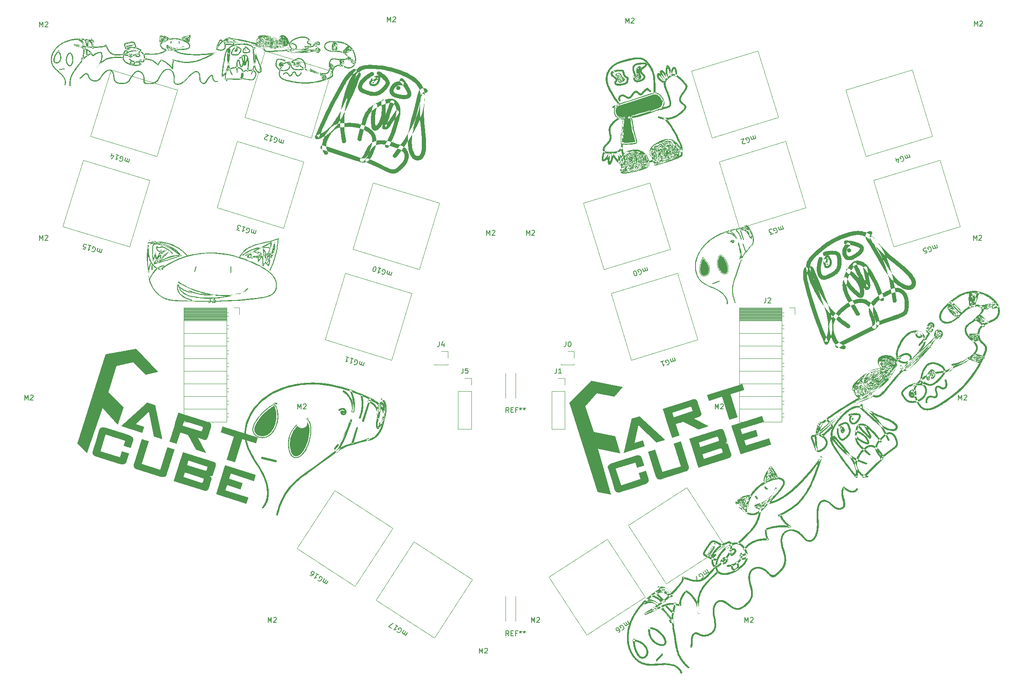
<source format=gto>
G04 #@! TF.GenerationSoftware,KiCad,Pcbnew,(6.0.10)*
G04 #@! TF.CreationDate,2023-07-31T18:02:39+01:00*
G04 #@! TF.ProjectId,magnetonekeys,6d61676e-6574-46f6-9e65-6b6579732e6b,rev?*
G04 #@! TF.SameCoordinates,Original*
G04 #@! TF.FileFunction,Legend,Top*
G04 #@! TF.FilePolarity,Positive*
%FSLAX46Y46*%
G04 Gerber Fmt 4.6, Leading zero omitted, Abs format (unit mm)*
G04 Created by KiCad (PCBNEW (6.0.10)) date 2023-07-31 18:02:39*
%MOMM*%
%LPD*%
G01*
G04 APERTURE LIST*
%ADD10C,0.000000*%
%ADD11C,0.150000*%
%ADD12C,0.120000*%
%ADD13C,1.750000*%
%ADD14R,1.700000X1.700000*%
%ADD15O,1.700000X1.700000*%
%ADD16C,2.200000*%
%ADD17C,0.500000*%
%ADD18C,2.400000*%
%ADD19O,2.400000X2.400000*%
G04 APERTURE END LIST*
D10*
G36*
X204395776Y-110610613D02*
G01*
X199725009Y-112083302D01*
X200052008Y-113120412D01*
X202788611Y-112257564D01*
X203187214Y-113521775D01*
X200458184Y-114382235D01*
X200785182Y-115419343D01*
X205433243Y-113953814D01*
X205836621Y-115233167D01*
X199678319Y-117174873D01*
X197846409Y-111364798D01*
X204019847Y-109418319D01*
X204395776Y-110610613D01*
G37*
G36*
X200418711Y-104186890D02*
G01*
X197682110Y-105049737D01*
X199140476Y-109675086D01*
X197448551Y-110208548D01*
X195990184Y-105583199D01*
X193333072Y-106420984D01*
X193329286Y-106422177D01*
X192955745Y-105237452D01*
X200045167Y-103002165D01*
X200418711Y-104186890D01*
G37*
G36*
X190231898Y-106087954D02*
G01*
X190267457Y-106077584D01*
X190302458Y-106069072D01*
X190336900Y-106062422D01*
X190370787Y-106057631D01*
X190404116Y-106054700D01*
X190436891Y-106053632D01*
X190469110Y-106054424D01*
X190500776Y-106057080D01*
X190531890Y-106061598D01*
X190562452Y-106067979D01*
X190592463Y-106076224D01*
X190621924Y-106086333D01*
X190650837Y-106098307D01*
X190679202Y-106112146D01*
X190707019Y-106127849D01*
X190734291Y-106145420D01*
X190761016Y-106164857D01*
X190787199Y-106186161D01*
X190812838Y-106209333D01*
X190837934Y-106234372D01*
X190862488Y-106261280D01*
X190886500Y-106290057D01*
X190909973Y-106320703D01*
X190932909Y-106353219D01*
X190955305Y-106387605D01*
X190977165Y-106423863D01*
X190998489Y-106461991D01*
X191019277Y-106501992D01*
X191039530Y-106543864D01*
X191059251Y-106587609D01*
X191097096Y-106680719D01*
X191766607Y-108804141D01*
X191777137Y-108839662D01*
X191786123Y-108874547D01*
X191793566Y-108908793D01*
X191799465Y-108942402D01*
X191803817Y-108975369D01*
X191806622Y-109007695D01*
X191807879Y-109039379D01*
X191807585Y-109070419D01*
X191805743Y-109100814D01*
X191802348Y-109130563D01*
X191797400Y-109159666D01*
X191790899Y-109188118D01*
X191782842Y-109215922D01*
X191773231Y-109243075D01*
X191762060Y-109269577D01*
X191749332Y-109295423D01*
X191735045Y-109320618D01*
X191719196Y-109345156D01*
X191701786Y-109369038D01*
X191682812Y-109392261D01*
X191662276Y-109414826D01*
X191640173Y-109436731D01*
X191616504Y-109457974D01*
X191591268Y-109478554D01*
X191564464Y-109498472D01*
X191536089Y-109517725D01*
X191506143Y-109536312D01*
X191474626Y-109554231D01*
X191441536Y-109571482D01*
X191406870Y-109588064D01*
X191332814Y-109619215D01*
X190257857Y-109958146D01*
X193302715Y-111511563D01*
X191243640Y-112160786D01*
X188198782Y-110607371D01*
X188199975Y-110611156D01*
X186674595Y-111092106D01*
X187395424Y-113378285D01*
X185885183Y-113854462D01*
X184727558Y-110182951D01*
X184283838Y-108775648D01*
X185944217Y-108775648D01*
X186237801Y-109706773D01*
X189867678Y-108562277D01*
X189880857Y-108557756D01*
X189893426Y-108552695D01*
X189905382Y-108547094D01*
X189916726Y-108540952D01*
X189927454Y-108534270D01*
X189937564Y-108527048D01*
X189947056Y-108519284D01*
X189955928Y-108510980D01*
X189964176Y-108502133D01*
X189971804Y-108492745D01*
X189978805Y-108482815D01*
X189985180Y-108472342D01*
X189990927Y-108461327D01*
X189996042Y-108449770D01*
X190000529Y-108437669D01*
X190004381Y-108425024D01*
X190007598Y-108411837D01*
X190010180Y-108398105D01*
X190012123Y-108383830D01*
X190013427Y-108369010D01*
X190014089Y-108353644D01*
X190014109Y-108337735D01*
X190013484Y-108321281D01*
X190012215Y-108304280D01*
X190010298Y-108286736D01*
X190007731Y-108268644D01*
X190004512Y-108250007D01*
X190000644Y-108230822D01*
X189996119Y-108211092D01*
X189990942Y-108190814D01*
X189985105Y-108169990D01*
X189978610Y-108148617D01*
X189902230Y-107906373D01*
X189888170Y-107864721D01*
X189873284Y-107826348D01*
X189857566Y-107791248D01*
X189841006Y-107759419D01*
X189823599Y-107730855D01*
X189805337Y-107705555D01*
X189786213Y-107683512D01*
X189776326Y-107673712D01*
X189766220Y-107664726D01*
X189755895Y-107656551D01*
X189745350Y-107649189D01*
X189734584Y-107642640D01*
X189723596Y-107636901D01*
X189712384Y-107631973D01*
X189700950Y-107627854D01*
X189689290Y-107624549D01*
X189677406Y-107622051D01*
X189665294Y-107620361D01*
X189652955Y-107619481D01*
X189640387Y-107619409D01*
X189627591Y-107620146D01*
X189614565Y-107621686D01*
X189601307Y-107624036D01*
X189574095Y-107631152D01*
X185944217Y-108775648D01*
X184283838Y-108775648D01*
X184050887Y-108036819D01*
X190231898Y-106087954D01*
G37*
G36*
X189237968Y-119459656D02*
G01*
X189253612Y-119512399D01*
X189266977Y-119564181D01*
X189278063Y-119614996D01*
X189286873Y-119664844D01*
X189293405Y-119713726D01*
X189297660Y-119761637D01*
X189299640Y-119808580D01*
X189299343Y-119854553D01*
X189296773Y-119899555D01*
X189291927Y-119943583D01*
X189284807Y-119986639D01*
X189275413Y-120028722D01*
X189263747Y-120069830D01*
X189249806Y-120109963D01*
X189233595Y-120149117D01*
X189215111Y-120187294D01*
X189194356Y-120224495D01*
X189171331Y-120260715D01*
X189146034Y-120295954D01*
X189118467Y-120330213D01*
X189088632Y-120363489D01*
X189056526Y-120395783D01*
X189022154Y-120427093D01*
X188985513Y-120457418D01*
X188946605Y-120486756D01*
X188905430Y-120515108D01*
X188861987Y-120542473D01*
X188816279Y-120568849D01*
X188768304Y-120594236D01*
X188718064Y-120618633D01*
X188610793Y-120664450D01*
X183758341Y-122194423D01*
X183708751Y-122209096D01*
X183660052Y-122221560D01*
X183612239Y-122231818D01*
X183565317Y-122239865D01*
X183519282Y-122245702D01*
X183474136Y-122249332D01*
X183429877Y-122250751D01*
X183386505Y-122249957D01*
X183344021Y-122246951D01*
X183302425Y-122241733D01*
X183261715Y-122234302D01*
X183221892Y-122224655D01*
X183182955Y-122212794D01*
X183144905Y-122198717D01*
X183107742Y-122182424D01*
X183071463Y-122163914D01*
X183036069Y-122143187D01*
X183001563Y-122120241D01*
X182967942Y-122095075D01*
X182935205Y-122067690D01*
X182903352Y-122038084D01*
X182872383Y-122006258D01*
X182842302Y-121972210D01*
X182813102Y-121935939D01*
X182784787Y-121897445D01*
X182757356Y-121856727D01*
X182730808Y-121813784D01*
X182705143Y-121768616D01*
X182680361Y-121721222D01*
X182656462Y-121671601D01*
X182611312Y-121565678D01*
X181061052Y-116648880D01*
X182514514Y-116190605D01*
X183954979Y-120759176D01*
X187652987Y-119593198D01*
X186212522Y-115024627D01*
X187692482Y-114557998D01*
X189237968Y-119459656D01*
G37*
G36*
X189361697Y-114031696D02*
G01*
X195550277Y-112080444D01*
X195586191Y-112069962D01*
X195621547Y-112061339D01*
X195656341Y-112054576D01*
X195690578Y-112049674D01*
X195724256Y-112046635D01*
X195757374Y-112045458D01*
X195789934Y-112046144D01*
X195821935Y-112048693D01*
X195853379Y-112053107D01*
X195884264Y-112059386D01*
X195914592Y-112067530D01*
X195944363Y-112077542D01*
X195973577Y-112089421D01*
X196002233Y-112103168D01*
X196030332Y-112118783D01*
X196057875Y-112136268D01*
X196084862Y-112155623D01*
X196111293Y-112176848D01*
X196137167Y-112199946D01*
X196162485Y-112224915D01*
X196187249Y-112251757D01*
X196211457Y-112280473D01*
X196235110Y-112311062D01*
X196258208Y-112343527D01*
X196280751Y-112377867D01*
X196302741Y-112414083D01*
X196324176Y-112452176D01*
X196345057Y-112492148D01*
X196365384Y-112533998D01*
X196385156Y-112577726D01*
X196423044Y-112670824D01*
X196886093Y-114139428D01*
X196899717Y-114173974D01*
X196911597Y-114207946D01*
X196921738Y-114241343D01*
X196930135Y-114274163D01*
X196936790Y-114306405D01*
X196941700Y-114338067D01*
X196944869Y-114369149D01*
X196946293Y-114399647D01*
X196945972Y-114429562D01*
X196943906Y-114458892D01*
X196940094Y-114487637D01*
X196934537Y-114515791D01*
X196927232Y-114543358D01*
X196918182Y-114570334D01*
X196907386Y-114596718D01*
X196894841Y-114622508D01*
X196880548Y-114647703D01*
X196864506Y-114672302D01*
X196846716Y-114696303D01*
X196827175Y-114719706D01*
X196805886Y-114742508D01*
X196782847Y-114764708D01*
X196758055Y-114786306D01*
X196731514Y-114807298D01*
X196703221Y-114827685D01*
X196673176Y-114847464D01*
X196641378Y-114866634D01*
X196607828Y-114885195D01*
X196572524Y-114903144D01*
X196535466Y-114920481D01*
X196496653Y-114937203D01*
X196456087Y-114953309D01*
X196491414Y-114940964D01*
X196526127Y-114930300D01*
X196560222Y-114921319D01*
X196593704Y-114914023D01*
X196626570Y-114908411D01*
X196658821Y-114904483D01*
X196690458Y-114902242D01*
X196721481Y-114901686D01*
X196751888Y-114902818D01*
X196781684Y-114905637D01*
X196810865Y-114910144D01*
X196839433Y-114916342D01*
X196867388Y-114924228D01*
X196894729Y-114933806D01*
X196921458Y-114945074D01*
X196947575Y-114958034D01*
X196973078Y-114972689D01*
X196997971Y-114989035D01*
X197022251Y-115007075D01*
X197045920Y-115026811D01*
X197068977Y-115048240D01*
X197091423Y-115071367D01*
X197113258Y-115096190D01*
X197134480Y-115122712D01*
X197155095Y-115150930D01*
X197175097Y-115180848D01*
X197194491Y-115212464D01*
X197213273Y-115245782D01*
X197231448Y-115280801D01*
X197249010Y-115317521D01*
X197282311Y-115396069D01*
X197770421Y-116944159D01*
X197794975Y-117030388D01*
X197813137Y-117113066D01*
X197824899Y-117192192D01*
X197828376Y-117230421D01*
X197830254Y-117267760D01*
X197830526Y-117304208D01*
X197829195Y-117339767D01*
X197826258Y-117374432D01*
X197821716Y-117408208D01*
X197815565Y-117441089D01*
X197807806Y-117473080D01*
X197798440Y-117504177D01*
X197787463Y-117534379D01*
X197774875Y-117563688D01*
X197760675Y-117592102D01*
X197744862Y-117619621D01*
X197727436Y-117646245D01*
X197708396Y-117671972D01*
X197687741Y-117696803D01*
X197665468Y-117720737D01*
X197641580Y-117743774D01*
X197616072Y-117765911D01*
X197588947Y-117787151D01*
X197560201Y-117807492D01*
X197529834Y-117826935D01*
X197497845Y-117845478D01*
X197464234Y-117863119D01*
X197392140Y-117895700D01*
X191195992Y-119849338D01*
X190790228Y-118562418D01*
X190348581Y-117161695D01*
X192025606Y-117161695D01*
X192315609Y-118081467D01*
X192315608Y-118081468D01*
X192316801Y-118085248D01*
X192315609Y-118081467D01*
X195945485Y-116936972D01*
X195958664Y-116932451D01*
X195971234Y-116927390D01*
X195983192Y-116921791D01*
X195994536Y-116915654D01*
X196005266Y-116908979D01*
X196015379Y-116901767D01*
X196024876Y-116894019D01*
X196033754Y-116885732D01*
X196042011Y-116876911D01*
X196049649Y-116867555D01*
X196056661Y-116857663D01*
X196063051Y-116847236D01*
X196068814Y-116836276D01*
X196073952Y-116824781D01*
X196078460Y-116812752D01*
X196082338Y-116800192D01*
X196085585Y-116787098D01*
X196088200Y-116773473D01*
X196090180Y-116759316D01*
X196091527Y-116744627D01*
X196092235Y-116729408D01*
X196092305Y-116713659D01*
X196091737Y-116697379D01*
X196090527Y-116680571D01*
X196088675Y-116663233D01*
X196086179Y-116645367D01*
X196083039Y-116626973D01*
X196079252Y-116608051D01*
X196074816Y-116588603D01*
X196069733Y-116568625D01*
X196063999Y-116548123D01*
X196057612Y-116527095D01*
X195982426Y-116288636D01*
X195968575Y-116247650D01*
X195953873Y-116209860D01*
X195938314Y-116175264D01*
X195921890Y-116143870D01*
X195904600Y-116115673D01*
X195886433Y-116090678D01*
X195867389Y-116068886D01*
X195857534Y-116059193D01*
X195847458Y-116050300D01*
X195837159Y-116042209D01*
X195826637Y-116034921D01*
X195815890Y-116028434D01*
X195804920Y-116022749D01*
X195793724Y-116017867D01*
X195782300Y-116013788D01*
X195770650Y-116010512D01*
X195758773Y-116008040D01*
X195746668Y-116006370D01*
X195734334Y-116005504D01*
X195721769Y-116005443D01*
X195708975Y-116006185D01*
X195695950Y-116007731D01*
X195682694Y-116010082D01*
X195669204Y-116013238D01*
X195655482Y-116017200D01*
X192025606Y-117161695D01*
X190348581Y-117161695D01*
X190037175Y-116174042D01*
X189597916Y-114780889D01*
X191274941Y-114780889D01*
X191562557Y-115693091D01*
X191562556Y-115693091D01*
X191563750Y-115696875D01*
X191562557Y-115693091D01*
X195192433Y-114548596D01*
X195205613Y-114544074D01*
X195218182Y-114539013D01*
X195230140Y-114533414D01*
X195241483Y-114527278D01*
X195252213Y-114520603D01*
X195262326Y-114513391D01*
X195271823Y-114505641D01*
X195280702Y-114497356D01*
X195288960Y-114488536D01*
X195296596Y-114479177D01*
X195303609Y-114469287D01*
X195309999Y-114458860D01*
X195315763Y-114447899D01*
X195320900Y-114436404D01*
X195325406Y-114424377D01*
X195329286Y-114411816D01*
X195332533Y-114398722D01*
X195335148Y-114385096D01*
X195337129Y-114370939D01*
X195338474Y-114356250D01*
X195339183Y-114341031D01*
X195339253Y-114325282D01*
X195338685Y-114309003D01*
X195337475Y-114292195D01*
X195335623Y-114274857D01*
X195333127Y-114256991D01*
X195329986Y-114238597D01*
X195326200Y-114219674D01*
X195321765Y-114200226D01*
X195316681Y-114180249D01*
X195310947Y-114159747D01*
X195304559Y-114138719D01*
X195229374Y-113900260D01*
X195215747Y-113859984D01*
X195201266Y-113822897D01*
X195185926Y-113788994D01*
X195169716Y-113758273D01*
X195152630Y-113730730D01*
X195134662Y-113706361D01*
X195115803Y-113685161D01*
X195106038Y-113675749D01*
X195096047Y-113667128D01*
X195085830Y-113659299D01*
X195075386Y-113652258D01*
X195064714Y-113646008D01*
X195053814Y-113640546D01*
X195042683Y-113635874D01*
X195031322Y-113631989D01*
X195019728Y-113628892D01*
X195007903Y-113626583D01*
X194995844Y-113625060D01*
X194983551Y-113624325D01*
X194971021Y-113624375D01*
X194958256Y-113625209D01*
X194945255Y-113626829D01*
X194932015Y-113629233D01*
X194904817Y-113636394D01*
X191274941Y-114780889D01*
X189597916Y-114780889D01*
X189361697Y-114031696D01*
G37*
G36*
X179124918Y-117370369D02*
G01*
X179216949Y-117379894D01*
X179303175Y-117397157D01*
X179344110Y-117408687D01*
X179383596Y-117422150D01*
X179421631Y-117437543D01*
X179458215Y-117454866D01*
X179493351Y-117474119D01*
X179527040Y-117495299D01*
X179559280Y-117518406D01*
X179590072Y-117543440D01*
X179619415Y-117570400D01*
X179647314Y-117599283D01*
X179673765Y-117630090D01*
X179698772Y-117662820D01*
X179722332Y-117697471D01*
X179744448Y-117734044D01*
X179784348Y-117812947D01*
X180290360Y-119417813D01*
X178859605Y-119868928D01*
X178527833Y-118816681D01*
X178527831Y-118816682D01*
X174576224Y-120062619D01*
X175635988Y-123423757D01*
X179587595Y-122177820D01*
X179200925Y-120951458D01*
X180631678Y-120500343D01*
X181132918Y-122090071D01*
X181146832Y-122121636D01*
X181159250Y-122153013D01*
X181170170Y-122184201D01*
X181179595Y-122215197D01*
X181187524Y-122246001D01*
X181193955Y-122276611D01*
X181198891Y-122307025D01*
X181202333Y-122337241D01*
X181204278Y-122367258D01*
X181204729Y-122397075D01*
X181203683Y-122426690D01*
X181201146Y-122456100D01*
X181197112Y-122485305D01*
X181191585Y-122514303D01*
X181184565Y-122543092D01*
X181176051Y-122571671D01*
X181166044Y-122600039D01*
X181154544Y-122628192D01*
X181141550Y-122656130D01*
X181127065Y-122683852D01*
X181111087Y-122711355D01*
X181093618Y-122738638D01*
X181074656Y-122765701D01*
X181054204Y-122792539D01*
X181032259Y-122819153D01*
X181008824Y-122845541D01*
X180957483Y-122897629D01*
X180900181Y-122948796D01*
X180836921Y-122999022D01*
X180808320Y-123020917D01*
X180778777Y-123042339D01*
X180748288Y-123063305D01*
X180716842Y-123083827D01*
X180684432Y-123103923D01*
X180651049Y-123123607D01*
X180616689Y-123142892D01*
X180581342Y-123161793D01*
X180507658Y-123198500D01*
X180429935Y-123233848D01*
X180348114Y-123267953D01*
X180262135Y-123300931D01*
X178594762Y-123829771D01*
X175443747Y-124820163D01*
X175395229Y-124834557D01*
X175347613Y-124846863D01*
X175300898Y-124857080D01*
X175255084Y-124865204D01*
X175210171Y-124871238D01*
X175166158Y-124875180D01*
X175123048Y-124877029D01*
X175080837Y-124876783D01*
X175039526Y-124874444D01*
X174999116Y-124870010D01*
X174959605Y-124863481D01*
X174920993Y-124854854D01*
X174883281Y-124844131D01*
X174846467Y-124831310D01*
X174810554Y-124816391D01*
X174775538Y-124799373D01*
X174741421Y-124780253D01*
X174708203Y-124759035D01*
X174675882Y-124735716D01*
X174644458Y-124710294D01*
X174613934Y-124682769D01*
X174584305Y-124653141D01*
X174555575Y-124621410D01*
X174527740Y-124587574D01*
X174500802Y-124551633D01*
X174474761Y-124513585D01*
X174449616Y-124473431D01*
X174425368Y-124431169D01*
X174402015Y-124386799D01*
X174379559Y-124340321D01*
X174337330Y-124241035D01*
X174133824Y-123573323D01*
X173841027Y-122637267D01*
X172987565Y-119960125D01*
X172976180Y-119920265D01*
X172967309Y-119880880D01*
X172960957Y-119841968D01*
X172957120Y-119803531D01*
X172955801Y-119765568D01*
X172957001Y-119728079D01*
X172960720Y-119691064D01*
X172966958Y-119654522D01*
X172975717Y-119618454D01*
X172986997Y-119582857D01*
X173000798Y-119547734D01*
X173017123Y-119513085D01*
X173035971Y-119478905D01*
X173057342Y-119445201D01*
X173081237Y-119411966D01*
X173107660Y-119379204D01*
X173136606Y-119346912D01*
X173168081Y-119315093D01*
X173202082Y-119283745D01*
X173238611Y-119252867D01*
X173277669Y-119222460D01*
X173319257Y-119192524D01*
X173363375Y-119163057D01*
X173410024Y-119134061D01*
X173459204Y-119105534D01*
X173510915Y-119077476D01*
X173565162Y-119049888D01*
X173621941Y-119022769D01*
X173681255Y-118996119D01*
X173743101Y-118969937D01*
X173874407Y-118918978D01*
X178450549Y-117476126D01*
X178577507Y-117439069D01*
X178698636Y-117409796D01*
X178813937Y-117388296D01*
X178923415Y-117374563D01*
X179027074Y-117368590D01*
X179124918Y-117370369D01*
G37*
G36*
X176031430Y-103653342D02*
G01*
X174287894Y-105580484D01*
X170776744Y-104910648D01*
X168439729Y-107515953D01*
X170107185Y-112712062D01*
X174451451Y-113556157D01*
X175465758Y-117010693D01*
X171003033Y-116041654D01*
X173650073Y-125281672D01*
X170914276Y-124787665D01*
X165257437Y-106846463D01*
X169676971Y-102386074D01*
X176031430Y-103653342D01*
G37*
G36*
X184517582Y-114281505D02*
G01*
X182795378Y-114824513D01*
X182796571Y-114828298D01*
X179092666Y-111356229D01*
X178358689Y-114875119D01*
X180035473Y-114346431D01*
X180422143Y-115572791D01*
X176137449Y-116923750D01*
X176388881Y-115899848D01*
X177789199Y-110006960D01*
X179378926Y-109505721D01*
X184517582Y-114281505D01*
G37*
G36*
X92702605Y-110717148D02*
G01*
X92737682Y-110729050D01*
X92771234Y-110742153D01*
X92803263Y-110756460D01*
X92833769Y-110771972D01*
X92862752Y-110788688D01*
X92890212Y-110806612D01*
X92916150Y-110825741D01*
X92940566Y-110846080D01*
X92963462Y-110867627D01*
X92984837Y-110890384D01*
X93004691Y-110914351D01*
X93023026Y-110939530D01*
X93039842Y-110965922D01*
X93055140Y-110993528D01*
X93068919Y-111022347D01*
X93081181Y-111052383D01*
X93091924Y-111083634D01*
X93101152Y-111116102D01*
X93108863Y-111149789D01*
X93115059Y-111184695D01*
X93119738Y-111220820D01*
X93122903Y-111258166D01*
X93124553Y-111296733D01*
X93124690Y-111336524D01*
X93123313Y-111377537D01*
X93120423Y-111419776D01*
X93116021Y-111463240D01*
X93110106Y-111507930D01*
X93102680Y-111553847D01*
X93093743Y-111600992D01*
X93071338Y-111698970D01*
X92401825Y-113822391D01*
X92390076Y-113857528D01*
X92377428Y-113891258D01*
X92363882Y-113923581D01*
X92349436Y-113954495D01*
X92334092Y-113983996D01*
X92317849Y-114012085D01*
X92300705Y-114038760D01*
X92282661Y-114064018D01*
X92263718Y-114087859D01*
X92243874Y-114110281D01*
X92223128Y-114131282D01*
X92201483Y-114150861D01*
X92178936Y-114169015D01*
X92155488Y-114185744D01*
X92131137Y-114201046D01*
X92105885Y-114214918D01*
X92079731Y-114227361D01*
X92052674Y-114238371D01*
X92024714Y-114247948D01*
X91995852Y-114256088D01*
X91966087Y-114262793D01*
X91935417Y-114268059D01*
X91903844Y-114271884D01*
X91871367Y-114274268D01*
X91837986Y-114275209D01*
X91803700Y-114274705D01*
X91768509Y-114272754D01*
X91732413Y-114269356D01*
X91695413Y-114264507D01*
X91657506Y-114258207D01*
X91578975Y-114241247D01*
X90504018Y-113902314D01*
X92107217Y-116921257D01*
X90048142Y-116272033D01*
X88444943Y-113253091D01*
X88443750Y-113256875D01*
X86918369Y-112775924D01*
X86197540Y-115062103D01*
X84687298Y-114585926D01*
X85694783Y-111390591D01*
X87355163Y-111390591D01*
X90985040Y-112535087D01*
X90998429Y-112538943D01*
X91011628Y-112542007D01*
X91024635Y-112544276D01*
X91037450Y-112545752D01*
X91050070Y-112546431D01*
X91062494Y-112546314D01*
X91074723Y-112545399D01*
X91086753Y-112543685D01*
X91098585Y-112541169D01*
X91110218Y-112537854D01*
X91121648Y-112533735D01*
X91132877Y-112528813D01*
X91143902Y-112523087D01*
X91154722Y-112516554D01*
X91165338Y-112509214D01*
X91175746Y-112501066D01*
X91185945Y-112492108D01*
X91195936Y-112482341D01*
X91205716Y-112471762D01*
X91215284Y-112460370D01*
X91224640Y-112448163D01*
X91233782Y-112435143D01*
X91242708Y-112421306D01*
X91251419Y-112406652D01*
X91259912Y-112391180D01*
X91268186Y-112374888D01*
X91276240Y-112357775D01*
X91284075Y-112339841D01*
X91291685Y-112321084D01*
X91299075Y-112301503D01*
X91306237Y-112281098D01*
X91313176Y-112259865D01*
X91389555Y-112017620D01*
X91401928Y-111975437D01*
X91411744Y-111935465D01*
X91419001Y-111897697D01*
X91423693Y-111862126D01*
X91425817Y-111828744D01*
X91425370Y-111797544D01*
X91422347Y-111768519D01*
X91419869Y-111754820D01*
X91416745Y-111741662D01*
X91412976Y-111729044D01*
X91408561Y-111716965D01*
X91403498Y-111705425D01*
X91397789Y-111694422D01*
X91391432Y-111683954D01*
X91384427Y-111674022D01*
X91376772Y-111664626D01*
X91368470Y-111655763D01*
X91359518Y-111647432D01*
X91349915Y-111639634D01*
X91339662Y-111632366D01*
X91328757Y-111625630D01*
X91317203Y-111619421D01*
X91304995Y-111613741D01*
X91278623Y-111603962D01*
X87648745Y-110459466D01*
X87355163Y-111390591D01*
X85694783Y-111390591D01*
X85844921Y-110914414D01*
X86521594Y-108768283D01*
X92702605Y-110717148D01*
G37*
G36*
X81852020Y-107291810D02*
G01*
X83322084Y-114151315D01*
X81599880Y-113608306D01*
X81598687Y-113612090D01*
X80556122Y-108643466D01*
X77936531Y-111104979D01*
X79613315Y-111633667D01*
X79226645Y-112860028D01*
X74941952Y-111509069D01*
X75735199Y-110814553D01*
X80262293Y-106790571D01*
X81852020Y-107291810D01*
G37*
G36*
X102511101Y-113818078D02*
G01*
X102137559Y-115002804D01*
X99400958Y-114139957D01*
X97942591Y-118765306D01*
X96250666Y-118231844D01*
X97709033Y-113606495D01*
X95051920Y-112768710D01*
X95048135Y-112767517D01*
X95421678Y-111582792D01*
X102511101Y-113818078D01*
G37*
G36*
X82466699Y-100577777D02*
G01*
X79933114Y-101156348D01*
X77441151Y-98593738D01*
X74032439Y-99387422D01*
X72417974Y-104600239D01*
X75492434Y-107783450D01*
X74341866Y-111195022D01*
X71242033Y-107841518D01*
X68110505Y-116928777D01*
X66152822Y-114954922D01*
X71809661Y-97013720D01*
X77988306Y-95894924D01*
X82466699Y-100577777D01*
G37*
G36*
X87433435Y-116725154D02*
G01*
X93622015Y-118676406D01*
X93657447Y-118688418D01*
X93691354Y-118701634D01*
X93723735Y-118716052D01*
X93754592Y-118731674D01*
X93783922Y-118748501D01*
X93811726Y-118766532D01*
X93838004Y-118785770D01*
X93862757Y-118806213D01*
X93885982Y-118827864D01*
X93907680Y-118850723D01*
X93927852Y-118874790D01*
X93946496Y-118900067D01*
X93963613Y-118926554D01*
X93979202Y-118954252D01*
X93993263Y-118983160D01*
X94005796Y-119013281D01*
X94016801Y-119044614D01*
X94026277Y-119077161D01*
X94034224Y-119110922D01*
X94040642Y-119145898D01*
X94045531Y-119182089D01*
X94048891Y-119219497D01*
X94050721Y-119258121D01*
X94051020Y-119297963D01*
X94049790Y-119339023D01*
X94047030Y-119381302D01*
X94042739Y-119424801D01*
X94036917Y-119469521D01*
X94029564Y-119515461D01*
X94020679Y-119562622D01*
X93998316Y-119660615D01*
X93535267Y-121129219D01*
X93526612Y-121165332D01*
X93516859Y-121199974D01*
X93506010Y-121233148D01*
X93494063Y-121264849D01*
X93481021Y-121295077D01*
X93466883Y-121323830D01*
X93451651Y-121351108D01*
X93435324Y-121376907D01*
X93417902Y-121401228D01*
X93399387Y-121424069D01*
X93379778Y-121445429D01*
X93359077Y-121465304D01*
X93337282Y-121483696D01*
X93314396Y-121500602D01*
X93290419Y-121516022D01*
X93265350Y-121529952D01*
X93239190Y-121542393D01*
X93211940Y-121553342D01*
X93183601Y-121562799D01*
X93154171Y-121570761D01*
X93123653Y-121577228D01*
X93092047Y-121582199D01*
X93059351Y-121585671D01*
X93025569Y-121587643D01*
X92990699Y-121588115D01*
X92954743Y-121587084D01*
X92917700Y-121584549D01*
X92879571Y-121580509D01*
X92840357Y-121574963D01*
X92800057Y-121567909D01*
X92758672Y-121559345D01*
X92716204Y-121549270D01*
X92752223Y-121559420D01*
X92786774Y-121570595D01*
X92819855Y-121582795D01*
X92851466Y-121596022D01*
X92881608Y-121610277D01*
X92910279Y-121625557D01*
X92937480Y-121641868D01*
X92963211Y-121659207D01*
X92987471Y-121677575D01*
X93010261Y-121696974D01*
X93031579Y-121717404D01*
X93051426Y-121738866D01*
X93069802Y-121761361D01*
X93086705Y-121784889D01*
X93102137Y-121809450D01*
X93116097Y-121835047D01*
X93128583Y-121861679D01*
X93139598Y-121889347D01*
X93149140Y-121918051D01*
X93157208Y-121947793D01*
X93163803Y-121978572D01*
X93168925Y-122010391D01*
X93172573Y-122043249D01*
X93174746Y-122077147D01*
X93175447Y-122112086D01*
X93174672Y-122148066D01*
X93172423Y-122185089D01*
X93168699Y-122223154D01*
X93163500Y-122262264D01*
X93156825Y-122302417D01*
X93139050Y-122385860D01*
X92650939Y-123933950D01*
X92621593Y-124018668D01*
X92589048Y-124096812D01*
X92553298Y-124168374D01*
X92534220Y-124201684D01*
X92514341Y-124233347D01*
X92493658Y-124263360D01*
X92472172Y-124291724D01*
X92449883Y-124318436D01*
X92426789Y-124343498D01*
X92402890Y-124366905D01*
X92378186Y-124388660D01*
X92352677Y-124408760D01*
X92326362Y-124427205D01*
X92299239Y-124443993D01*
X92271310Y-124459124D01*
X92242573Y-124472596D01*
X92213028Y-124484410D01*
X92182674Y-124494564D01*
X92151512Y-124503056D01*
X92119540Y-124509887D01*
X92086758Y-124515056D01*
X92053166Y-124518560D01*
X92018763Y-124520400D01*
X91983549Y-124520574D01*
X91947522Y-124519083D01*
X91910683Y-124515924D01*
X91873031Y-124511097D01*
X91795288Y-124496434D01*
X85599139Y-122542796D01*
X85852068Y-121740608D01*
X87529093Y-121740608D01*
X87530285Y-121736827D01*
X91160161Y-122881322D01*
X91173550Y-122885178D01*
X91186749Y-122888242D01*
X91199756Y-122890514D01*
X91212568Y-122891994D01*
X91225186Y-122892681D01*
X91237607Y-122892574D01*
X91249831Y-122891674D01*
X91261856Y-122889978D01*
X91273680Y-122887489D01*
X91285302Y-122884205D01*
X91296721Y-122880124D01*
X91307935Y-122875248D01*
X91318943Y-122869575D01*
X91329745Y-122863106D01*
X91340336Y-122855839D01*
X91350718Y-122847774D01*
X91360888Y-122838911D01*
X91370845Y-122829249D01*
X91380588Y-122818789D01*
X91390115Y-122807529D01*
X91399425Y-122795468D01*
X91408516Y-122782607D01*
X91417388Y-122768946D01*
X91426038Y-122754484D01*
X91434465Y-122739219D01*
X91442668Y-122723152D01*
X91450646Y-122706284D01*
X91458398Y-122688612D01*
X91465919Y-122670136D01*
X91473214Y-122650856D01*
X91480276Y-122630773D01*
X91487105Y-122609884D01*
X91562291Y-122371425D01*
X91574454Y-122329907D01*
X91584086Y-122290518D01*
X91591184Y-122253255D01*
X91595738Y-122218118D01*
X91597747Y-122185103D01*
X91597203Y-122154208D01*
X91594101Y-122125434D01*
X91591589Y-122111841D01*
X91588436Y-122098778D01*
X91584641Y-122086242D01*
X91580201Y-122074237D01*
X91575119Y-122062759D01*
X91569393Y-122051809D01*
X91563022Y-122041389D01*
X91556004Y-122031495D01*
X91548340Y-122022130D01*
X91540029Y-122013292D01*
X91531071Y-122004981D01*
X91521464Y-121997197D01*
X91511207Y-121989940D01*
X91500301Y-121983210D01*
X91488744Y-121977006D01*
X91476537Y-121971328D01*
X91463677Y-121966176D01*
X91450164Y-121961550D01*
X87820288Y-120817055D01*
X87530285Y-121736827D01*
X87530284Y-121736827D01*
X87529093Y-121740608D01*
X85852068Y-121740608D01*
X86004903Y-121255876D01*
X86605119Y-119352235D01*
X88282144Y-119352235D01*
X88283337Y-119348451D01*
X91913213Y-120492946D01*
X91926603Y-120496802D01*
X91939801Y-120499866D01*
X91952808Y-120502138D01*
X91965620Y-120503618D01*
X91978238Y-120504304D01*
X91990659Y-120504197D01*
X92002883Y-120503297D01*
X92014908Y-120501602D01*
X92026732Y-120499113D01*
X92038355Y-120495828D01*
X92049773Y-120491748D01*
X92060987Y-120486872D01*
X92071996Y-120481199D01*
X92082797Y-120474730D01*
X92093388Y-120467462D01*
X92103770Y-120459398D01*
X92113940Y-120450535D01*
X92123897Y-120440873D01*
X92133641Y-120430413D01*
X92143168Y-120419152D01*
X92152477Y-120407092D01*
X92161568Y-120394231D01*
X92170440Y-120380570D01*
X92179090Y-120366107D01*
X92187517Y-120350843D01*
X92195720Y-120334776D01*
X92203698Y-120317907D01*
X92211450Y-120300235D01*
X92218972Y-120281760D01*
X92226266Y-120262480D01*
X92233328Y-120242396D01*
X92240157Y-120221508D01*
X92315343Y-119983049D01*
X92327282Y-119942241D01*
X92336693Y-119903555D01*
X92343572Y-119866984D01*
X92347914Y-119832522D01*
X92349717Y-119800160D01*
X92348976Y-119769891D01*
X92345687Y-119741709D01*
X92343086Y-119728398D01*
X92339847Y-119715606D01*
X92335969Y-119703332D01*
X92331452Y-119691574D01*
X92326295Y-119680333D01*
X92320499Y-119669607D01*
X92314061Y-119659395D01*
X92306982Y-119649697D01*
X92299262Y-119640510D01*
X92290900Y-119631836D01*
X92281895Y-119623671D01*
X92272247Y-119616018D01*
X92261955Y-119608872D01*
X92251020Y-119602234D01*
X92239440Y-119596104D01*
X92227216Y-119590479D01*
X92200829Y-119580745D01*
X88570953Y-118436249D01*
X88283337Y-119348451D01*
X88283336Y-119348450D01*
X88282144Y-119352235D01*
X86605119Y-119352235D01*
X86757955Y-118867500D01*
X87433435Y-116725154D01*
G37*
G36*
X102086813Y-121353667D02*
G01*
X101710884Y-122545961D01*
X97040116Y-121073274D01*
X96713117Y-122110384D01*
X99449720Y-122973232D01*
X99051115Y-124237442D01*
X96322084Y-123376982D01*
X95995085Y-124414089D01*
X100643146Y-125879617D01*
X100239768Y-127158970D01*
X94081465Y-125217265D01*
X95913374Y-119407190D01*
X102086813Y-121353667D01*
G37*
G36*
X80586252Y-114566246D02*
G01*
X79145787Y-119134817D01*
X82843795Y-120300794D01*
X84284260Y-115732223D01*
X85764220Y-116198853D01*
X84218733Y-121100510D01*
X84201295Y-121152689D01*
X84182542Y-121202771D01*
X84162477Y-121250756D01*
X84141101Y-121296642D01*
X84118415Y-121340429D01*
X84094420Y-121382117D01*
X84069116Y-121421706D01*
X84042505Y-121459195D01*
X84014587Y-121494583D01*
X83985364Y-121527870D01*
X83954835Y-121559056D01*
X83923003Y-121588140D01*
X83889868Y-121615122D01*
X83855429Y-121640001D01*
X83819691Y-121662776D01*
X83782653Y-121683447D01*
X83744314Y-121702015D01*
X83704678Y-121718478D01*
X83663743Y-121732835D01*
X83621512Y-121745086D01*
X83577986Y-121755232D01*
X83533164Y-121763270D01*
X83487049Y-121769203D01*
X83439641Y-121773027D01*
X83390941Y-121774742D01*
X83340950Y-121774350D01*
X83289668Y-121771848D01*
X83237098Y-121767237D01*
X83183238Y-121760516D01*
X83128091Y-121751684D01*
X83013939Y-121727687D01*
X78161487Y-120197715D01*
X78112450Y-120181291D01*
X78065408Y-120163568D01*
X78020359Y-120144547D01*
X77977306Y-120124226D01*
X77936248Y-120102603D01*
X77897185Y-120079681D01*
X77860117Y-120055457D01*
X77825044Y-120029930D01*
X77791967Y-120003100D01*
X77760886Y-119974967D01*
X77731801Y-119945529D01*
X77704713Y-119914786D01*
X77679621Y-119882736D01*
X77656526Y-119849381D01*
X77635429Y-119814718D01*
X77616329Y-119778747D01*
X77599225Y-119741467D01*
X77584120Y-119702879D01*
X77571013Y-119662980D01*
X77559904Y-119621770D01*
X77550793Y-119579249D01*
X77543680Y-119535416D01*
X77538567Y-119490271D01*
X77535453Y-119443811D01*
X77534338Y-119396038D01*
X77535222Y-119346950D01*
X77538106Y-119296545D01*
X77542990Y-119244825D01*
X77549874Y-119191788D01*
X77558758Y-119137433D01*
X77582529Y-119024769D01*
X79132790Y-114107971D01*
X80586252Y-114566246D01*
G37*
G36*
X71385149Y-111752259D02*
G01*
X71439993Y-111755263D01*
X71496642Y-111760103D01*
X71555095Y-111766780D01*
X71615355Y-111775296D01*
X71677420Y-111785649D01*
X71741293Y-111797839D01*
X71806972Y-111811866D01*
X71943759Y-111845437D01*
X76519902Y-113288289D01*
X76645155Y-113330754D01*
X76761168Y-113376251D01*
X76867949Y-113424773D01*
X76965506Y-113476318D01*
X77053844Y-113530881D01*
X77132973Y-113588460D01*
X77202897Y-113649050D01*
X77263627Y-113712647D01*
X77290546Y-113745571D01*
X77315169Y-113779247D01*
X77337496Y-113813672D01*
X77357528Y-113848847D01*
X77375267Y-113884771D01*
X77390715Y-113921444D01*
X77403870Y-113958864D01*
X77414735Y-113997032D01*
X77423308Y-114035947D01*
X77429595Y-114075609D01*
X77433592Y-114116016D01*
X77435303Y-114157171D01*
X77434727Y-114199069D01*
X77431867Y-114241712D01*
X77419293Y-114329232D01*
X76913281Y-115934097D01*
X75482526Y-115482982D01*
X75814299Y-114430735D01*
X75814297Y-114430735D01*
X71862690Y-113184798D01*
X70802928Y-116545936D01*
X74754535Y-117791873D01*
X75141205Y-116565512D01*
X76571959Y-117016627D01*
X76070720Y-118606354D01*
X76064013Y-118640192D01*
X76056188Y-118673017D01*
X76047245Y-118704828D01*
X76037186Y-118735625D01*
X76026013Y-118765406D01*
X76013724Y-118794169D01*
X76000323Y-118821913D01*
X75985810Y-118848639D01*
X75970187Y-118874344D01*
X75953454Y-118899027D01*
X75935611Y-118922686D01*
X75916663Y-118945322D01*
X75896608Y-118966932D01*
X75875448Y-118987515D01*
X75853184Y-119007072D01*
X75829818Y-119025599D01*
X75805350Y-119043096D01*
X75779781Y-119059561D01*
X75753113Y-119074994D01*
X75725347Y-119089394D01*
X75696483Y-119102759D01*
X75666524Y-119115088D01*
X75635469Y-119126380D01*
X75603322Y-119136634D01*
X75570081Y-119145848D01*
X75535749Y-119154022D01*
X75463816Y-119167243D01*
X75387529Y-119176288D01*
X75306900Y-119181147D01*
X75270914Y-119182677D01*
X75234427Y-119183280D01*
X75197426Y-119182966D01*
X75159895Y-119181741D01*
X75121819Y-119179613D01*
X75083185Y-119176589D01*
X75043977Y-119172678D01*
X75004181Y-119167886D01*
X74922768Y-119155692D01*
X74838826Y-119140068D01*
X74752241Y-119121074D01*
X74662895Y-119098772D01*
X72993733Y-118575607D01*
X69844508Y-117579540D01*
X69796508Y-117563503D01*
X69750445Y-117546272D01*
X69706318Y-117527846D01*
X69664129Y-117508224D01*
X69623878Y-117487405D01*
X69585564Y-117465390D01*
X69549189Y-117442177D01*
X69514753Y-117417765D01*
X69482255Y-117392154D01*
X69451696Y-117365343D01*
X69423076Y-117337332D01*
X69396394Y-117308119D01*
X69371653Y-117277704D01*
X69348851Y-117246086D01*
X69327990Y-117213266D01*
X69309068Y-117179241D01*
X69292087Y-117144011D01*
X69277047Y-117107577D01*
X69263946Y-117069936D01*
X69252787Y-117031088D01*
X69243570Y-116991033D01*
X69236293Y-116949769D01*
X69230959Y-116907297D01*
X69227566Y-116863615D01*
X69226115Y-116818723D01*
X69226607Y-116772619D01*
X69229041Y-116725304D01*
X69233418Y-116676777D01*
X69239738Y-116627037D01*
X69248002Y-116576083D01*
X69270358Y-116470532D01*
X69486639Y-115806847D01*
X69783694Y-114872134D01*
X70620124Y-112189623D01*
X70633661Y-112150441D01*
X70648985Y-112113090D01*
X70666100Y-112077572D01*
X70685004Y-112043885D01*
X70705698Y-112012032D01*
X70728183Y-111982011D01*
X70752461Y-111953823D01*
X70778531Y-111927467D01*
X70806393Y-111902946D01*
X70836051Y-111880257D01*
X70867502Y-111859402D01*
X70900749Y-111840382D01*
X70935792Y-111823195D01*
X70972631Y-111807844D01*
X71011267Y-111794325D01*
X71051703Y-111782644D01*
X71093936Y-111772795D01*
X71137969Y-111764783D01*
X71183802Y-111758606D01*
X71231436Y-111754265D01*
X71280871Y-111751760D01*
X71332109Y-111751091D01*
X71385149Y-111752259D01*
G37*
G36*
X102489701Y-33073475D02*
G01*
X102500085Y-33074759D01*
X102510298Y-33076899D01*
X102516776Y-33078846D01*
X102514994Y-33081207D01*
X102476230Y-33140940D01*
X102438354Y-33207984D01*
X102378531Y-33329430D01*
X102377926Y-33330874D01*
X102379578Y-33311351D01*
X102387551Y-33185759D01*
X102365322Y-33182585D01*
X102366249Y-33169321D01*
X102368378Y-33156912D01*
X102371629Y-33145359D01*
X102375921Y-33134662D01*
X102381173Y-33124821D01*
X102387306Y-33115836D01*
X102394236Y-33107706D01*
X102401885Y-33100432D01*
X102410171Y-33094014D01*
X102419014Y-33088451D01*
X102428332Y-33083745D01*
X102438045Y-33079894D01*
X102448071Y-33076899D01*
X102458331Y-33074759D01*
X102468743Y-33073475D01*
X102479227Y-33073048D01*
X102489701Y-33073475D01*
G37*
G36*
X66883945Y-33404800D02*
G01*
X66894430Y-33406816D01*
X66904870Y-33410068D01*
X66915209Y-33414612D01*
X66925387Y-33420507D01*
X66935346Y-33427812D01*
X66935623Y-33428062D01*
X66807418Y-33424846D01*
X66814196Y-33420375D01*
X66823362Y-33415376D01*
X66832891Y-33411204D01*
X66842725Y-33407919D01*
X66852806Y-33405578D01*
X66863075Y-33404239D01*
X66873473Y-33403960D01*
X66883945Y-33404800D01*
G37*
G36*
X102590110Y-33169321D02*
G01*
X102590748Y-33182585D01*
X102587300Y-33420343D01*
X102572197Y-33452317D01*
X102535360Y-33540258D01*
X102502601Y-33630706D01*
X102474884Y-33722809D01*
X102453171Y-33815718D01*
X102444867Y-33862208D01*
X102438425Y-33908579D01*
X102437710Y-33915987D01*
X102420332Y-33866127D01*
X102400560Y-33790618D01*
X102387551Y-33715984D01*
X102384697Y-33684194D01*
X102383837Y-33651461D01*
X102384920Y-33617974D01*
X102387894Y-33583924D01*
X102392707Y-33549502D01*
X102399308Y-33514899D01*
X102407645Y-33480305D01*
X102417667Y-33445910D01*
X102429320Y-33411907D01*
X102442555Y-33378485D01*
X102457318Y-33345835D01*
X102473559Y-33314148D01*
X102491225Y-33283614D01*
X102510265Y-33254424D01*
X102530627Y-33226770D01*
X102552259Y-33200840D01*
X102575109Y-33176827D01*
X102589296Y-33163887D01*
X102590110Y-33169321D01*
G37*
G36*
X95662709Y-33868628D02*
G01*
X95672676Y-33870170D01*
X95682442Y-33872809D01*
X95691935Y-33876588D01*
X95701084Y-33881548D01*
X95709814Y-33887731D01*
X95718054Y-33895180D01*
X95725730Y-33903935D01*
X95732770Y-33914039D01*
X95734493Y-33917168D01*
X95730855Y-33918374D01*
X95725680Y-33919725D01*
X95720423Y-33920753D01*
X95715095Y-33921466D01*
X95709711Y-33921872D01*
X95704286Y-33921979D01*
X95698833Y-33921796D01*
X95693366Y-33921330D01*
X95687898Y-33920589D01*
X95682445Y-33919582D01*
X95677020Y-33918318D01*
X95671636Y-33916803D01*
X95666309Y-33915046D01*
X95661051Y-33913056D01*
X95655877Y-33910840D01*
X95650800Y-33908406D01*
X95645836Y-33905764D01*
X95640996Y-33902920D01*
X95636297Y-33899883D01*
X95631750Y-33896661D01*
X95627372Y-33893263D01*
X95623174Y-33889696D01*
X95619172Y-33885968D01*
X95615379Y-33882089D01*
X95611810Y-33878065D01*
X95610690Y-33876666D01*
X95612421Y-33875918D01*
X95622298Y-33872600D01*
X95632337Y-33870170D01*
X95642467Y-33868670D01*
X95652616Y-33868142D01*
X95662709Y-33868628D01*
G37*
G36*
X95900682Y-33853738D02*
G01*
X95893922Y-33862626D01*
X95887776Y-33872804D01*
X95882999Y-33883143D01*
X95879534Y-33893584D01*
X95877322Y-33904069D01*
X95876305Y-33914540D01*
X95876426Y-33924939D01*
X95877625Y-33935207D01*
X95879846Y-33945288D01*
X95883029Y-33955122D01*
X95887117Y-33964651D01*
X95890426Y-33970799D01*
X95753967Y-33955518D01*
X95739102Y-33925534D01*
X95734493Y-33917168D01*
X95735931Y-33916691D01*
X95740896Y-33914669D01*
X95745735Y-33912299D01*
X95750435Y-33909574D01*
X95754982Y-33906484D01*
X95833970Y-33848352D01*
X95900682Y-33853738D01*
G37*
G36*
X96082891Y-33992352D02*
G01*
X96069303Y-34004909D01*
X96069307Y-34001734D01*
X96059336Y-34010506D01*
X96049107Y-34017811D01*
X96038678Y-34023706D01*
X96028107Y-34028250D01*
X96017452Y-34031502D01*
X96006771Y-34033518D01*
X95996124Y-34034358D01*
X95985566Y-34034079D01*
X95975158Y-34032740D01*
X95964957Y-34030399D01*
X95955021Y-34027114D01*
X95945408Y-34022942D01*
X95936176Y-34017943D01*
X95927384Y-34012174D01*
X95919089Y-34005693D01*
X95911351Y-33998559D01*
X95904226Y-33990830D01*
X95897773Y-33982563D01*
X95892051Y-33973818D01*
X95890426Y-33970799D01*
X96082891Y-33992352D01*
G37*
G36*
X95570830Y-33827109D02*
G01*
X95589512Y-33828617D01*
X95589582Y-33829175D01*
X95590517Y-33834367D01*
X95591749Y-33839552D01*
X95593284Y-33844727D01*
X95595128Y-33849885D01*
X95597288Y-33855021D01*
X95599770Y-33860131D01*
X95602581Y-33865209D01*
X95605397Y-33869617D01*
X95608478Y-33873905D01*
X95610690Y-33876666D01*
X95602781Y-33880083D01*
X95593450Y-33885052D01*
X95584499Y-33890785D01*
X95576003Y-33897238D01*
X95568034Y-33904370D01*
X95560664Y-33912139D01*
X95553966Y-33920504D01*
X95548013Y-33929422D01*
X95542877Y-33938851D01*
X95538631Y-33948751D01*
X95535348Y-33959078D01*
X95533100Y-33969791D01*
X95531960Y-33980849D01*
X95531989Y-33988789D01*
X95531287Y-33990115D01*
X95527520Y-33999340D01*
X95524590Y-34009007D01*
X95522497Y-34019034D01*
X95521241Y-34029337D01*
X95520943Y-34036819D01*
X95514322Y-34032720D01*
X95505532Y-34025926D01*
X95497579Y-34018381D01*
X95490463Y-34010167D01*
X95484184Y-34001368D01*
X95478743Y-33992065D01*
X95474138Y-33982341D01*
X95473263Y-33980002D01*
X95474250Y-33978765D01*
X95481015Y-33968240D01*
X95486409Y-33957519D01*
X95490488Y-33946661D01*
X95493311Y-33935726D01*
X95494937Y-33924775D01*
X95495424Y-33913866D01*
X95494829Y-33903061D01*
X95493211Y-33892418D01*
X95490628Y-33881998D01*
X95487138Y-33871860D01*
X95483572Y-33863809D01*
X95484184Y-33862871D01*
X95490463Y-33855188D01*
X95497579Y-33848239D01*
X95505532Y-33842108D01*
X95514322Y-33836877D01*
X95523949Y-33832628D01*
X95534414Y-33829444D01*
X95545715Y-33827408D01*
X95557854Y-33826602D01*
X95570830Y-33827109D01*
G37*
G36*
X95627977Y-33941409D02*
G01*
X95753967Y-33955518D01*
X95809870Y-34068279D01*
X95811590Y-34071981D01*
X95570830Y-34052534D01*
X95557854Y-34050734D01*
X95549940Y-34048801D01*
X95545426Y-34039834D01*
X95539936Y-34027683D01*
X95535917Y-34015668D01*
X95533296Y-34003829D01*
X95532001Y-33992209D01*
X95531989Y-33988789D01*
X95535891Y-33981414D01*
X95541333Y-33973320D01*
X95547611Y-33965916D01*
X95554727Y-33959284D01*
X95562680Y-33953506D01*
X95571470Y-33948665D01*
X95581097Y-33944844D01*
X95591562Y-33942126D01*
X95602863Y-33940592D01*
X95615002Y-33940326D01*
X95627977Y-33941409D01*
G37*
G36*
X97554773Y-33987274D02*
G01*
X97554606Y-33987942D01*
X97550291Y-34004251D01*
X97545677Y-34020784D01*
X97544337Y-34026168D01*
X97543290Y-34031596D01*
X97542531Y-34037059D01*
X97542056Y-34042544D01*
X97541860Y-34048040D01*
X97541938Y-34053538D01*
X97542286Y-34059024D01*
X97542899Y-34064490D01*
X97543773Y-34069922D01*
X97544902Y-34075311D01*
X97546283Y-34080646D01*
X97546289Y-34080665D01*
X96625132Y-34036671D01*
X96124208Y-33996979D01*
X96082891Y-33992352D01*
X96115281Y-33962422D01*
X96162693Y-33921888D01*
X96211480Y-33883326D01*
X96217028Y-33879277D01*
X97554773Y-33987274D01*
G37*
G36*
X95523949Y-34038680D02*
G01*
X95534414Y-34043724D01*
X95545715Y-34047770D01*
X95549940Y-34048801D01*
X95597944Y-34144181D01*
X95606628Y-34162040D01*
X95602863Y-34160954D01*
X95591562Y-34156406D01*
X95581097Y-34150897D01*
X95571470Y-34144509D01*
X95562680Y-34137324D01*
X95554727Y-34129426D01*
X95547611Y-34120896D01*
X95541333Y-34111817D01*
X95535891Y-34102272D01*
X95531287Y-34092343D01*
X95527520Y-34082114D01*
X95524590Y-34071665D01*
X95522497Y-34061081D01*
X95521241Y-34050443D01*
X95520823Y-34039834D01*
X95520943Y-34036819D01*
X95523949Y-34038680D01*
G37*
G36*
X97636611Y-34084978D02*
G01*
X97761849Y-34089223D01*
X97760708Y-34092116D01*
X97758341Y-34097385D01*
X97755755Y-34102490D01*
X97752958Y-34107429D01*
X97749956Y-34112195D01*
X97746758Y-34116785D01*
X97743371Y-34121193D01*
X97739803Y-34125415D01*
X97736061Y-34129447D01*
X97732152Y-34133283D01*
X97728085Y-34136919D01*
X97723867Y-34140351D01*
X97719505Y-34143573D01*
X97715007Y-34146582D01*
X97710381Y-34149371D01*
X97705634Y-34151938D01*
X97700773Y-34154276D01*
X97695807Y-34156383D01*
X97690742Y-34158251D01*
X97685587Y-34159878D01*
X97680348Y-34161259D01*
X97675034Y-34162388D01*
X97669652Y-34163262D01*
X97664209Y-34163875D01*
X97658714Y-34164223D01*
X97653173Y-34164301D01*
X97647595Y-34164105D01*
X97641986Y-34163630D01*
X97636354Y-34162871D01*
X97630708Y-34161824D01*
X97625054Y-34160484D01*
X97619473Y-34158849D01*
X97614046Y-34156927D01*
X97608778Y-34154729D01*
X97603672Y-34152267D01*
X97598733Y-34149552D01*
X97593967Y-34146594D01*
X97589377Y-34143405D01*
X97584968Y-34139995D01*
X97580746Y-34136376D01*
X97576715Y-34132559D01*
X97572878Y-34128555D01*
X97569242Y-34124374D01*
X97565810Y-34120029D01*
X97562588Y-34115529D01*
X97559580Y-34110886D01*
X97556790Y-34106112D01*
X97554223Y-34101216D01*
X97551885Y-34096211D01*
X97549779Y-34091107D01*
X97547910Y-34085915D01*
X97546289Y-34080665D01*
X97636611Y-34084978D01*
G37*
G36*
X97656340Y-34186031D02*
G01*
X97662095Y-34186469D01*
X97667715Y-34187189D01*
X97673198Y-34188184D01*
X97678542Y-34189447D01*
X97683743Y-34190970D01*
X97688801Y-34192744D01*
X97693712Y-34194764D01*
X97698474Y-34197021D01*
X97703085Y-34199507D01*
X97707542Y-34202216D01*
X97711844Y-34205139D01*
X97715987Y-34208268D01*
X97719970Y-34211598D01*
X97723791Y-34215119D01*
X97727446Y-34218825D01*
X97730934Y-34222707D01*
X97734252Y-34226758D01*
X97734670Y-34227318D01*
X97576103Y-34214509D01*
X97579764Y-34211598D01*
X97584345Y-34208268D01*
X97589063Y-34205139D01*
X97598845Y-34199507D01*
X97608981Y-34194764D01*
X97614140Y-34192744D01*
X97619339Y-34190970D01*
X97624562Y-34189447D01*
X97629791Y-34188184D01*
X97635011Y-34187189D01*
X97640206Y-34186469D01*
X97645358Y-34186031D01*
X97650453Y-34185884D01*
X97656340Y-34186031D01*
G37*
G36*
X97576103Y-34214509D02*
G01*
X97575337Y-34215119D01*
X97571079Y-34218825D01*
X97567008Y-34222707D01*
X97563139Y-34226758D01*
X97559488Y-34230971D01*
X97556072Y-34235338D01*
X97552908Y-34239852D01*
X97550011Y-34244504D01*
X97547397Y-34249288D01*
X97545084Y-34254196D01*
X97543086Y-34259220D01*
X97541422Y-34264353D01*
X97540106Y-34269587D01*
X97539155Y-34274914D01*
X97538586Y-34280328D01*
X97538414Y-34285820D01*
X97538656Y-34291383D01*
X97539328Y-34297009D01*
X97539653Y-34300148D01*
X96609022Y-34256782D01*
X96116018Y-34218106D01*
X95866554Y-34190275D01*
X95811590Y-34071981D01*
X97576103Y-34214509D01*
G37*
G36*
X102446558Y-33941375D02*
G01*
X102478933Y-34015228D01*
X102517149Y-34086550D01*
X102560900Y-34154208D01*
X102584755Y-34186308D01*
X102609879Y-34217066D01*
X102636232Y-34246341D01*
X102663777Y-34273990D01*
X102692476Y-34299872D01*
X102701622Y-34307226D01*
X102702492Y-34312713D01*
X102711426Y-34345992D01*
X102711550Y-34346317D01*
X102705052Y-34347809D01*
X102659717Y-34353009D01*
X102618259Y-34352165D01*
X102580520Y-34345612D01*
X102546340Y-34333689D01*
X102515560Y-34316731D01*
X102488020Y-34295075D01*
X102476061Y-34282354D01*
X102468368Y-34262539D01*
X102455581Y-34220941D01*
X102445618Y-34178375D01*
X102438360Y-34134945D01*
X102433686Y-34090759D01*
X102431476Y-34045923D01*
X102431609Y-34000544D01*
X102433966Y-33954727D01*
X102437710Y-33915987D01*
X102446558Y-33941375D01*
G37*
G36*
X97742530Y-34227953D02*
G01*
X98828381Y-34318638D01*
X99542535Y-34383763D01*
X98607871Y-34335723D01*
X97762671Y-34308312D01*
X97761577Y-34297009D01*
X97759980Y-34285820D01*
X97757584Y-34274914D01*
X97754406Y-34264353D01*
X97750465Y-34254196D01*
X97745780Y-34244504D01*
X97743164Y-34239852D01*
X97740369Y-34235338D01*
X97737398Y-34230971D01*
X97734670Y-34227318D01*
X97742530Y-34227953D01*
G37*
G36*
X102364832Y-33485648D02*
G01*
X102353509Y-33687105D01*
X102352317Y-33791287D01*
X102355804Y-33894181D01*
X102365244Y-33993093D01*
X102381911Y-34085332D01*
X102393353Y-34128107D01*
X102407080Y-34168204D01*
X102423250Y-34205285D01*
X102442024Y-34239016D01*
X102463561Y-34269058D01*
X102476061Y-34282354D01*
X102484101Y-34303061D01*
X102502899Y-34342402D01*
X102524883Y-34380454D01*
X102550173Y-34417111D01*
X102578889Y-34452267D01*
X102611153Y-34485816D01*
X102612297Y-34486830D01*
X102447512Y-34437230D01*
X102292777Y-34392620D01*
X102273386Y-34345667D01*
X102255349Y-34291957D01*
X102240782Y-34236940D01*
X102229595Y-34180725D01*
X102221702Y-34123421D01*
X102217013Y-34065139D01*
X102215440Y-34005988D01*
X102216895Y-33946078D01*
X102228535Y-33824423D01*
X102251225Y-33701052D01*
X102284259Y-33576843D01*
X102326930Y-33452676D01*
X102377926Y-33330874D01*
X102364832Y-33485648D01*
G37*
G36*
X108842796Y-34469952D02*
G01*
X108846207Y-34479922D01*
X108848767Y-34490126D01*
X108850435Y-34500492D01*
X108851167Y-34510951D01*
X108850923Y-34521430D01*
X108849974Y-34529272D01*
X108772527Y-34512847D01*
X108771994Y-34499477D01*
X108772297Y-34469481D01*
X108782898Y-34468478D01*
X108840565Y-34464843D01*
X108842796Y-34469952D01*
G37*
G36*
X95946747Y-34365916D02*
G01*
X95957758Y-34362908D01*
X95968898Y-34360905D01*
X95974477Y-34360292D01*
X95980039Y-34359944D01*
X95985568Y-34359866D01*
X95991049Y-34360062D01*
X95996464Y-34360537D01*
X96001799Y-34361296D01*
X96007035Y-34362343D01*
X96012158Y-34363683D01*
X96017999Y-34365589D01*
X96023618Y-34367729D01*
X96029015Y-34370096D01*
X96034190Y-34372681D01*
X96039145Y-34375479D01*
X96043879Y-34378480D01*
X96048393Y-34381678D01*
X96052688Y-34385065D01*
X96056765Y-34388633D01*
X96060623Y-34392375D01*
X96064264Y-34396284D01*
X96067689Y-34400351D01*
X96070897Y-34404569D01*
X96073889Y-34408931D01*
X96076666Y-34413429D01*
X96079229Y-34418055D01*
X96083713Y-34427663D01*
X96086537Y-34435461D01*
X96090948Y-34435933D01*
X96096294Y-34436312D01*
X96101639Y-34436541D01*
X96106910Y-34436659D01*
X96116931Y-34436709D01*
X96131218Y-34438805D01*
X96145505Y-34440380D01*
X96159793Y-34441508D01*
X96174080Y-34442265D01*
X96188368Y-34442724D01*
X96202655Y-34442959D01*
X96231230Y-34443059D01*
X96459830Y-34452584D01*
X96573238Y-34459182D01*
X96686050Y-34464887D01*
X96917031Y-34474809D01*
X97390106Y-34497034D01*
X97429942Y-34499365D01*
X97437913Y-34499448D01*
X97441673Y-34499335D01*
X97445302Y-34499099D01*
X97448812Y-34498725D01*
X97452217Y-34498200D01*
X97455530Y-34497509D01*
X97458765Y-34496637D01*
X97461934Y-34495569D01*
X97465052Y-34494292D01*
X97468131Y-34492790D01*
X97471186Y-34491050D01*
X97474228Y-34489056D01*
X97477273Y-34486793D01*
X97480332Y-34484249D01*
X97483420Y-34481407D01*
X97486550Y-34478253D01*
X97489735Y-34474774D01*
X97492989Y-34470954D01*
X97496325Y-34466778D01*
X97499756Y-34462233D01*
X97503296Y-34457304D01*
X97510755Y-34446234D01*
X97515854Y-34437303D01*
X97520447Y-34428362D01*
X97524546Y-34419403D01*
X97528167Y-34410416D01*
X97531322Y-34401392D01*
X97534026Y-34392321D01*
X97536294Y-34383194D01*
X97538138Y-34374003D01*
X97539572Y-34364737D01*
X97540612Y-34355387D01*
X97541270Y-34345944D01*
X97541560Y-34336399D01*
X97541498Y-34326742D01*
X97541095Y-34316964D01*
X97540368Y-34307056D01*
X97539653Y-34300148D01*
X97605358Y-34303210D01*
X97762671Y-34308312D01*
X97763030Y-34312016D01*
X97763822Y-34327249D01*
X97763964Y-34342672D01*
X97763463Y-34358252D01*
X97762330Y-34373952D01*
X97760573Y-34389738D01*
X97758203Y-34405575D01*
X97755228Y-34421429D01*
X97751658Y-34437264D01*
X97747502Y-34453046D01*
X97742769Y-34468739D01*
X97737468Y-34484309D01*
X97731610Y-34499721D01*
X97725202Y-34514940D01*
X97718255Y-34529931D01*
X97710778Y-34544659D01*
X97702780Y-34559089D01*
X97694271Y-34573187D01*
X97685259Y-34586918D01*
X97675754Y-34600246D01*
X97665765Y-34613137D01*
X97655302Y-34625556D01*
X97644374Y-34637468D01*
X97632990Y-34648839D01*
X97621160Y-34659632D01*
X97608893Y-34669814D01*
X97596197Y-34679350D01*
X97584119Y-34687504D01*
X97517104Y-34706584D01*
X97434948Y-34732227D01*
X97415956Y-34732294D01*
X97395769Y-34731638D01*
X97375419Y-34730396D01*
X97334733Y-34726713D01*
X97294903Y-34722360D01*
X97256933Y-34718453D01*
X97238960Y-34717016D01*
X97221828Y-34716109D01*
X96894804Y-34700234D01*
X96732383Y-34691255D01*
X96569366Y-34683168D01*
X96243928Y-34668484D01*
X96182779Y-34666090D01*
X96150062Y-34664368D01*
X96116681Y-34661836D01*
X96083206Y-34658151D01*
X96050210Y-34652969D01*
X96034071Y-34649708D01*
X96024047Y-34647321D01*
X96010091Y-34585905D01*
X95989134Y-34510131D01*
X95964977Y-34434989D01*
X95964924Y-34434841D01*
X96055596Y-34434841D01*
X96055795Y-34436651D01*
X96056209Y-34438693D01*
X96056837Y-34440967D01*
X96057678Y-34443475D01*
X96058732Y-34446216D01*
X96059998Y-34449191D01*
X96061476Y-34452402D01*
X96063164Y-34455848D01*
X96065064Y-34459529D01*
X96067173Y-34463448D01*
X96069491Y-34467604D01*
X96072018Y-34471997D01*
X96077696Y-34481500D01*
X96084202Y-34491960D01*
X96091532Y-34503383D01*
X96092908Y-34492083D01*
X96093460Y-34480842D01*
X96093185Y-34469723D01*
X96092078Y-34458785D01*
X96090133Y-34448088D01*
X96087346Y-34437694D01*
X96086537Y-34435461D01*
X96085678Y-34435369D01*
X96083093Y-34435006D01*
X96080555Y-34434582D01*
X96078073Y-34434092D01*
X96075656Y-34433534D01*
X96072791Y-34432157D01*
X96070149Y-34431004D01*
X96067729Y-34430076D01*
X96065530Y-34429373D01*
X96063552Y-34428895D01*
X96061794Y-34428643D01*
X96060256Y-34428618D01*
X96059570Y-34428691D01*
X96058938Y-34428821D01*
X96058360Y-34429007D01*
X96057838Y-34429251D01*
X96057369Y-34429552D01*
X96056956Y-34429910D01*
X96056596Y-34430325D01*
X96056291Y-34430798D01*
X96056040Y-34431328D01*
X96055843Y-34431915D01*
X96055612Y-34433263D01*
X96055596Y-34434841D01*
X95964924Y-34434841D01*
X95940782Y-34368122D01*
X95946747Y-34365916D01*
G37*
G36*
X66822109Y-34738260D02*
G01*
X66838568Y-34739376D01*
X66854991Y-34741477D01*
X66871348Y-34744616D01*
X66887612Y-34748843D01*
X66903755Y-34754209D01*
X66917296Y-34759257D01*
X66930526Y-34764864D01*
X66943432Y-34771013D01*
X66956000Y-34777687D01*
X66968217Y-34784867D01*
X66980069Y-34792537D01*
X66998750Y-34806399D01*
X66910607Y-34790232D01*
X66721882Y-34750023D01*
X66724134Y-34749408D01*
X66740230Y-34745682D01*
X66756457Y-34742635D01*
X66772786Y-34740318D01*
X66789190Y-34738783D01*
X66805640Y-34738080D01*
X66822109Y-34738260D01*
G37*
G36*
X102863754Y-34562518D02*
G01*
X102873599Y-34565604D01*
X102884767Y-34574900D01*
X102922921Y-34602603D01*
X102963638Y-34628557D01*
X103006725Y-34652776D01*
X103051991Y-34675275D01*
X103099245Y-34696067D01*
X103198946Y-34732585D01*
X103304293Y-34762444D01*
X103413751Y-34785754D01*
X103469765Y-34794190D01*
X103505278Y-34828285D01*
X103517234Y-34838268D01*
X103478565Y-34830409D01*
X103294496Y-34786654D01*
X103203943Y-34761985D01*
X103114781Y-34735159D01*
X103027311Y-34705952D01*
X102941837Y-34674140D01*
X102858660Y-34639500D01*
X102778083Y-34601809D01*
X102730429Y-34575754D01*
X102686802Y-34547666D01*
X102647084Y-34517651D01*
X102612297Y-34486830D01*
X102863754Y-34562518D01*
G37*
G36*
X103533198Y-34841512D02*
G01*
X103532983Y-34851418D01*
X103517234Y-34838268D01*
X103533198Y-34841512D01*
G37*
G36*
X66797269Y-34962153D02*
G01*
X66793287Y-34963319D01*
X66790141Y-34964121D01*
X66787768Y-34964602D01*
X66786101Y-34964804D01*
X66785654Y-34964812D01*
X66789039Y-34963988D01*
X66793175Y-34962915D01*
X66802154Y-34960584D01*
X66797269Y-34962153D01*
G37*
G36*
X66759617Y-34974439D02*
G01*
X66758220Y-34975529D01*
X66756701Y-34976563D01*
X66755076Y-34977550D01*
X66753810Y-34978250D01*
X66754381Y-34977914D01*
X66755528Y-34977190D01*
X66756753Y-34976369D01*
X66758053Y-34975446D01*
X66759429Y-34974419D01*
X66760880Y-34973284D01*
X66759617Y-34974439D01*
G37*
G36*
X66753311Y-34978544D02*
G01*
X66752318Y-34979083D01*
X66751405Y-34979535D01*
X66750570Y-34979903D01*
X66750483Y-34979936D01*
X66751560Y-34979423D01*
X66753357Y-34978500D01*
X66753810Y-34978250D01*
X66753311Y-34978544D01*
G37*
G36*
X66884198Y-34998178D02*
G01*
X66884797Y-34999384D01*
X66884992Y-34999760D01*
X66884378Y-34999111D01*
X66883706Y-34998305D01*
X66883393Y-34997886D01*
X66883099Y-34997454D01*
X66882824Y-34997009D01*
X66882571Y-34996551D01*
X66884198Y-34998178D01*
G37*
G36*
X66885101Y-34999874D02*
G01*
X66885861Y-35000601D01*
X66886645Y-35001294D01*
X66888226Y-35002603D01*
X66889318Y-35003497D01*
X66889417Y-35003621D01*
X66889820Y-35004184D01*
X66890170Y-35004726D01*
X66890467Y-35005242D01*
X66890712Y-35005727D01*
X66890905Y-35006175D01*
X66891047Y-35006581D01*
X66891139Y-35006940D01*
X66891180Y-35007246D01*
X66891172Y-35007496D01*
X66891115Y-35007682D01*
X66891010Y-35007800D01*
X66890857Y-35007845D01*
X66890657Y-35007812D01*
X66890411Y-35007695D01*
X66890119Y-35007489D01*
X66889781Y-35007188D01*
X66889398Y-35006789D01*
X66888972Y-35006284D01*
X66888502Y-35005670D01*
X66887988Y-35004941D01*
X66887433Y-35004091D01*
X66886835Y-35003116D01*
X66886196Y-35002010D01*
X66885517Y-35000768D01*
X66884992Y-34999760D01*
X66885101Y-34999874D01*
G37*
G36*
X66895425Y-35012623D02*
G01*
X66896003Y-35013039D01*
X66896711Y-35013781D01*
X66897503Y-35014807D01*
X66898333Y-35016074D01*
X66898594Y-35016541D01*
X66898595Y-35016543D01*
X66898697Y-35016776D01*
X66895816Y-35016178D01*
X66895344Y-35015051D01*
X66894936Y-35013746D01*
X66894854Y-35013281D01*
X66894845Y-35012935D01*
X66894903Y-35012701D01*
X66895023Y-35012574D01*
X66895199Y-35012550D01*
X66895425Y-35012623D01*
G37*
G36*
X66898729Y-35016783D02*
G01*
X66899153Y-35017541D01*
X66899917Y-35019167D01*
X66900579Y-35020909D01*
X66900595Y-35021416D01*
X66900015Y-35019886D01*
X66899321Y-35018198D01*
X66898697Y-35016776D01*
X66898729Y-35016783D01*
G37*
G36*
X66901323Y-35023340D02*
G01*
X66902557Y-35026868D01*
X66903754Y-35030434D01*
X66901308Y-35026430D01*
X66901125Y-35025671D01*
X66900893Y-35024480D01*
X66900722Y-35023290D01*
X66900616Y-35022099D01*
X66900595Y-35021416D01*
X66901323Y-35023340D01*
G37*
G36*
X66831919Y-34962760D02*
G01*
X66830133Y-34962153D01*
X66828347Y-34961626D01*
X66826561Y-34961191D01*
X66824776Y-34960863D01*
X66822990Y-34960656D01*
X66821204Y-34960584D01*
X66795805Y-34960584D01*
X66793992Y-34960688D01*
X66792171Y-34960974D01*
X66790405Y-34961400D01*
X66788760Y-34961923D01*
X66787301Y-34962502D01*
X66786093Y-34963095D01*
X66785202Y-34963660D01*
X66784692Y-34964156D01*
X66784600Y-34964364D01*
X66784628Y-34964539D01*
X66784784Y-34964676D01*
X66785076Y-34964770D01*
X66785513Y-34964814D01*
X66785654Y-34964812D01*
X66785089Y-34964949D01*
X66781288Y-34965762D01*
X66779431Y-34966100D01*
X66777598Y-34966388D01*
X66775783Y-34966620D01*
X66773983Y-34966791D01*
X66772191Y-34966897D01*
X66770404Y-34966934D01*
X66769249Y-34967528D01*
X66768160Y-34968118D01*
X66766138Y-34969265D01*
X66764266Y-34970338D01*
X66763362Y-34970835D01*
X66762467Y-34971299D01*
X66761573Y-34971726D01*
X66760669Y-34972112D01*
X66759747Y-34972450D01*
X66758796Y-34972738D01*
X66757809Y-34972970D01*
X66756775Y-34973141D01*
X66755685Y-34973247D01*
X66754530Y-34973284D01*
X66753385Y-34973878D01*
X66752334Y-34974470D01*
X66751374Y-34975054D01*
X66750505Y-34975628D01*
X66749727Y-34976188D01*
X66749039Y-34976730D01*
X66748441Y-34977251D01*
X66747932Y-34977749D01*
X66747511Y-34978218D01*
X66747178Y-34978655D01*
X66746932Y-34979058D01*
X66746772Y-34979423D01*
X66746699Y-34979746D01*
X66746711Y-34980023D01*
X66746808Y-34980251D01*
X66746989Y-34980427D01*
X66747254Y-34980548D01*
X66747602Y-34980609D01*
X66748033Y-34980607D01*
X66748546Y-34980539D01*
X66749140Y-34980401D01*
X66749815Y-34980190D01*
X66750483Y-34979936D01*
X66747783Y-34981221D01*
X66743858Y-34983020D01*
X66741536Y-34984117D01*
X66697621Y-34974991D01*
X66675462Y-34967276D01*
X66678619Y-34964428D01*
X66685271Y-34959220D01*
X66815163Y-34959220D01*
X66815235Y-34959265D01*
X66815648Y-34959393D01*
X66816432Y-34959558D01*
X66817607Y-34959747D01*
X66819031Y-34959924D01*
X66819532Y-34960061D01*
X66821204Y-34960584D01*
X66833904Y-34960584D01*
X66829994Y-34960549D01*
X66826587Y-34960454D01*
X66823663Y-34960312D01*
X66821204Y-34960137D01*
X66819192Y-34959944D01*
X66819031Y-34959924D01*
X66818103Y-34959672D01*
X66816934Y-34959405D01*
X66816045Y-34959244D01*
X66815452Y-34959177D01*
X66815177Y-34959188D01*
X66815163Y-34959220D01*
X66685271Y-34959220D01*
X66688979Y-34956316D01*
X66699836Y-34948945D01*
X66711140Y-34942315D01*
X66722841Y-34936425D01*
X66734891Y-34931273D01*
X66747239Y-34926857D01*
X66759837Y-34923178D01*
X66772635Y-34920234D01*
X66785584Y-34918024D01*
X66798634Y-34916546D01*
X66811735Y-34915799D01*
X66824839Y-34915783D01*
X66837895Y-34916495D01*
X66850856Y-34917936D01*
X66863670Y-34920103D01*
X66876289Y-34922995D01*
X66888663Y-34926612D01*
X66900743Y-34930953D01*
X66912479Y-34936015D01*
X66923823Y-34941798D01*
X66934724Y-34948301D01*
X66945133Y-34955522D01*
X66955001Y-34963461D01*
X66964278Y-34972116D01*
X66972915Y-34981486D01*
X66980863Y-34991571D01*
X66988072Y-35002367D01*
X66994492Y-35013876D01*
X67000075Y-35026095D01*
X67004097Y-35037167D01*
X66957047Y-35028902D01*
X66898729Y-35016783D01*
X66898594Y-35016541D01*
X66897831Y-35014925D01*
X66897026Y-35013349D01*
X66896174Y-35011820D01*
X66895271Y-35010342D01*
X66894312Y-35008919D01*
X66893293Y-35007558D01*
X66892208Y-35006261D01*
X66891054Y-35005034D01*
X66890424Y-35004438D01*
X66889733Y-35003837D01*
X66889318Y-35003497D01*
X66888959Y-35003042D01*
X66888447Y-35002453D01*
X66887879Y-35001859D01*
X66884198Y-34998178D01*
X66884038Y-34997855D01*
X66883240Y-34996173D01*
X66882403Y-34994334D01*
X66881529Y-34992334D01*
X66881547Y-34992920D01*
X66881601Y-34993488D01*
X66881688Y-34994039D01*
X66881808Y-34994572D01*
X66881958Y-34995090D01*
X66882136Y-34995592D01*
X66882341Y-34996078D01*
X66882570Y-34996550D01*
X66865654Y-34979634D01*
X66865068Y-34979625D01*
X66864500Y-34979597D01*
X66863949Y-34979553D01*
X66863415Y-34979491D01*
X66862898Y-34979413D01*
X66862396Y-34979320D01*
X66861909Y-34979211D01*
X66861437Y-34979088D01*
X66860979Y-34978951D01*
X66860534Y-34978800D01*
X66860102Y-34978637D01*
X66859682Y-34978462D01*
X66859274Y-34978275D01*
X66858877Y-34978076D01*
X66858490Y-34977868D01*
X66858113Y-34977649D01*
X66857387Y-34977185D01*
X66856693Y-34976688D01*
X66856028Y-34976163D01*
X66855385Y-34975615D01*
X66854761Y-34975049D01*
X66854151Y-34974468D01*
X66852954Y-34973284D01*
X66852323Y-34972689D01*
X66851627Y-34972099D01*
X66850875Y-34971519D01*
X66850077Y-34970952D01*
X66849241Y-34970404D01*
X66848377Y-34969879D01*
X66847495Y-34969382D01*
X66846778Y-34969009D01*
X66846207Y-34968788D01*
X66843048Y-34967455D01*
X66842332Y-34967248D01*
X66841580Y-34967076D01*
X66840884Y-34966970D01*
X66840253Y-34966934D01*
X66837884Y-34965435D01*
X66837186Y-34964897D01*
X66835491Y-34964156D01*
X66835013Y-34963962D01*
X66836326Y-34963962D01*
X66836366Y-34964160D01*
X66836626Y-34964466D01*
X66837186Y-34964897D01*
X66842635Y-34967281D01*
X66843048Y-34967455D01*
X66843131Y-34967479D01*
X66843967Y-34967767D01*
X66844830Y-34968106D01*
X66845712Y-34968491D01*
X66846604Y-34968918D01*
X66846778Y-34969009D01*
X66847993Y-34969479D01*
X66849779Y-34970109D01*
X66851590Y-34970492D01*
X66852098Y-34970536D01*
X66852365Y-34970493D01*
X66852411Y-34970371D01*
X66852255Y-34970179D01*
X66851416Y-34969613D01*
X66850000Y-34968861D01*
X66848160Y-34967988D01*
X66843826Y-34966140D01*
X66839640Y-34964590D01*
X66837986Y-34964089D01*
X66836831Y-34963858D01*
X66836487Y-34963864D01*
X66836326Y-34963962D01*
X66835013Y-34963962D01*
X66833705Y-34963432D01*
X66831919Y-34962760D01*
G37*
G36*
X66895816Y-35016178D02*
G01*
X66896115Y-35016890D01*
X66897294Y-35019306D01*
X66898930Y-35022341D01*
X66901068Y-35026036D01*
X66901308Y-35026430D01*
X66901412Y-35026862D01*
X66901751Y-35028052D01*
X66902136Y-35029243D01*
X66902564Y-35030434D01*
X66903028Y-35031624D01*
X66903525Y-35032815D01*
X66904598Y-35035196D01*
X66905745Y-35037577D01*
X66906929Y-35039959D01*
X66906929Y-35043134D01*
X66905883Y-35048090D01*
X66905808Y-35048494D01*
X66802154Y-35011384D01*
X66734453Y-34987814D01*
X66736007Y-34986914D01*
X66737935Y-34985880D01*
X66739895Y-34984892D01*
X66741536Y-34984117D01*
X66895816Y-35016178D01*
G37*
G36*
X66906929Y-35048895D02*
G01*
X66906534Y-35048754D01*
X66906616Y-35048198D01*
X66906787Y-35046569D01*
X66906893Y-35044884D01*
X66906929Y-35043134D01*
X66906929Y-35048895D01*
G37*
G36*
X103544807Y-34861291D02*
G01*
X103586978Y-34892250D01*
X103631549Y-34921293D01*
X103678278Y-34948551D01*
X103726923Y-34974152D01*
X103744817Y-34982714D01*
X103746852Y-35013922D01*
X103744207Y-35017395D01*
X103737314Y-35024884D01*
X103729754Y-35031638D01*
X103721549Y-35037578D01*
X103712721Y-35042625D01*
X103703291Y-35046700D01*
X103693283Y-35049723D01*
X103682717Y-35051617D01*
X103671617Y-35052302D01*
X103660004Y-35051698D01*
X103647900Y-35049726D01*
X103635328Y-35046309D01*
X103533535Y-35013267D01*
X103532538Y-34871845D01*
X103532983Y-34851418D01*
X103544807Y-34861291D01*
G37*
G36*
X66906534Y-35048754D02*
G01*
X66906384Y-35049781D01*
X66906096Y-35051327D01*
X66905757Y-35052845D01*
X66905372Y-35054344D01*
X66904945Y-35055834D01*
X66904436Y-35057417D01*
X66904425Y-35057420D01*
X66904372Y-35057461D01*
X66904571Y-35055733D01*
X66905106Y-35052274D01*
X66905808Y-35048494D01*
X66906534Y-35048754D01*
G37*
G36*
X66904954Y-35057468D02*
G01*
X66904979Y-35057564D01*
X66904331Y-35058196D01*
X66904280Y-35058258D01*
X66904344Y-35057703D01*
X66904436Y-35057417D01*
X66904751Y-35057328D01*
X66904954Y-35057468D01*
G37*
G36*
X66906054Y-35057073D02*
G01*
X66906113Y-35057238D01*
X66906104Y-35057489D01*
X66905885Y-35058231D01*
X66905391Y-35059257D01*
X66904618Y-35060524D01*
X66904537Y-35060637D01*
X66904928Y-35059052D01*
X66905044Y-35057818D01*
X66904979Y-35057564D01*
X66905163Y-35057385D01*
X66905483Y-35057151D01*
X66905739Y-35057024D01*
X66905929Y-35057000D01*
X66906054Y-35057073D01*
G37*
G36*
X66904486Y-35060844D02*
G01*
X66904129Y-35061976D01*
X66904109Y-35061511D01*
X66904111Y-35061228D01*
X66904537Y-35060637D01*
X66904486Y-35060844D01*
G37*
G36*
X66902971Y-35062706D02*
G01*
X66903007Y-35062662D01*
X66903754Y-35062184D01*
X66902971Y-35062706D01*
G37*
G36*
X66904250Y-35058513D02*
G01*
X66904162Y-35059662D01*
X66904116Y-35060660D01*
X66904111Y-35061228D01*
X66903562Y-35061991D01*
X66903007Y-35062662D01*
X66902523Y-35062972D01*
X66902911Y-35061886D01*
X66903984Y-35058823D01*
X66904093Y-35058483D01*
X66904280Y-35058258D01*
X66904250Y-35058513D01*
G37*
G36*
X66902350Y-35063456D02*
G01*
X66902508Y-35063014D01*
X66902971Y-35062706D01*
X66902350Y-35063456D01*
G37*
G36*
X66902508Y-35063014D02*
G01*
X66899657Y-35064915D01*
X66899762Y-35064739D01*
X66902523Y-35062972D01*
X66902508Y-35063014D01*
G37*
G36*
X66904344Y-35057703D02*
G01*
X66904093Y-35058483D01*
X66903248Y-35059501D01*
X66901919Y-35061340D01*
X66900348Y-35063756D01*
X66899762Y-35064739D01*
X66899392Y-35064976D01*
X66899239Y-35065079D01*
X66899587Y-35064614D01*
X66899801Y-35064301D01*
X66899993Y-35063991D01*
X66900163Y-35063684D01*
X66900306Y-35063381D01*
X66900422Y-35063079D01*
X66900508Y-35062780D01*
X66900561Y-35062481D01*
X66900579Y-35062184D01*
X66902602Y-35059325D01*
X66903965Y-35057768D01*
X66904372Y-35057461D01*
X66904344Y-35057703D01*
G37*
G36*
X66899106Y-35065257D02*
G01*
X66899063Y-35065311D01*
X66894351Y-35068452D01*
X66895792Y-35067411D01*
X66899239Y-35065079D01*
X66899106Y-35065257D01*
G37*
G36*
X66898539Y-35066791D02*
G01*
X66897790Y-35068148D01*
X66897405Y-35068533D01*
X66897404Y-35068533D01*
X66896314Y-35068806D01*
X66896812Y-35068107D01*
X66897404Y-35067343D01*
X66898570Y-35065923D01*
X66899063Y-35065311D01*
X66899657Y-35064915D01*
X66898539Y-35066791D01*
G37*
G36*
X66837476Y-35059405D02*
G01*
X66837722Y-35059541D01*
X66838015Y-35059806D01*
X66838353Y-35060207D01*
X66838735Y-35060751D01*
X66839162Y-35061446D01*
X66839632Y-35062300D01*
X66840701Y-35064515D01*
X66841937Y-35067455D01*
X66842545Y-35069074D01*
X66842184Y-35068912D01*
X66841243Y-35068534D01*
X66840390Y-35068236D01*
X66839990Y-35068119D01*
X66839686Y-35067641D01*
X66839174Y-35066757D01*
X66838717Y-35065888D01*
X66838313Y-35065042D01*
X66837666Y-35063448D01*
X66837228Y-35062034D01*
X66836995Y-35060863D01*
X66836953Y-35060387D01*
X66836961Y-35059994D01*
X66837018Y-35059692D01*
X66837123Y-35059488D01*
X66837276Y-35059390D01*
X66837476Y-35059405D01*
G37*
G36*
X66843905Y-35068606D02*
G01*
X66843994Y-35068819D01*
X66844204Y-35069625D01*
X66844256Y-35069890D01*
X66843621Y-35069576D01*
X66843695Y-35068843D01*
X66843756Y-35068609D01*
X66843826Y-35068533D01*
X66843905Y-35068606D01*
G37*
G36*
X66892899Y-35069502D02*
G01*
X66892594Y-35069736D01*
X66888048Y-35070873D01*
X66888152Y-35070661D01*
X66888296Y-35070441D01*
X66888465Y-35070237D01*
X66888658Y-35070047D01*
X66888871Y-35069873D01*
X66889103Y-35069712D01*
X66889352Y-35069565D01*
X66889614Y-35069431D01*
X66889888Y-35069309D01*
X66890172Y-35069198D01*
X66890462Y-35069099D01*
X66891054Y-35068930D01*
X66891646Y-35068799D01*
X66892220Y-35068701D01*
X66892757Y-35068630D01*
X66893237Y-35068583D01*
X66893957Y-35068540D01*
X66894229Y-35068533D01*
X66894351Y-35068452D01*
X66892899Y-35069502D01*
G37*
G36*
X66838365Y-35067768D02*
G01*
X66838950Y-35067857D01*
X66839625Y-35068012D01*
X66839990Y-35068119D01*
X66840254Y-35068533D01*
X66843429Y-35071708D01*
X66837079Y-35068533D01*
X66836848Y-35068400D01*
X66836827Y-35068340D01*
X66836843Y-35068136D01*
X66836888Y-35068048D01*
X66836957Y-35067970D01*
X66837167Y-35067845D01*
X66837473Y-35067767D01*
X66837872Y-35067740D01*
X66838365Y-35067768D01*
G37*
G36*
X66843210Y-35069373D02*
G01*
X66843621Y-35069576D01*
X66843597Y-35069823D01*
X66843543Y-35071765D01*
X66843533Y-35071760D01*
X66843336Y-35071181D01*
X66842545Y-35069074D01*
X66843210Y-35069373D01*
G37*
G36*
X66843533Y-35071760D02*
G01*
X66843542Y-35071786D01*
X66843542Y-35071815D01*
X66843440Y-35071719D01*
X66843429Y-35071708D01*
X66843533Y-35071760D01*
G37*
G36*
X66843557Y-35071829D02*
G01*
X66843560Y-35071840D01*
X66843541Y-35071820D01*
X66843542Y-35071815D01*
X66843557Y-35071829D01*
G37*
G36*
X66844742Y-35072364D02*
G01*
X66844769Y-35072502D01*
X66844826Y-35072798D01*
X66844756Y-35072756D01*
X66844400Y-35072520D01*
X66844060Y-35072267D01*
X66843735Y-35071997D01*
X66843557Y-35071829D01*
X66843542Y-35071786D01*
X66843543Y-35071765D01*
X66844742Y-35072364D01*
G37*
G36*
X66896239Y-35068912D02*
G01*
X66895965Y-35069332D01*
X66895702Y-35069764D01*
X66895454Y-35070209D01*
X66895222Y-35070667D01*
X66895197Y-35070721D01*
X66893832Y-35071312D01*
X66888940Y-35073215D01*
X66888277Y-35073441D01*
X66888394Y-35073314D01*
X66889011Y-35072706D01*
X66889763Y-35072023D01*
X66890657Y-35071262D01*
X66891700Y-35070422D01*
X66892594Y-35069736D01*
X66896314Y-35068806D01*
X66896239Y-35068912D01*
G37*
G36*
X66844322Y-35069922D02*
G01*
X66845517Y-35070565D01*
X66846795Y-35071305D01*
X66848154Y-35072148D01*
X66849593Y-35073097D01*
X66851111Y-35074159D01*
X66851906Y-35074745D01*
X66851552Y-35074716D01*
X66850670Y-35074618D01*
X66849779Y-35074487D01*
X66848887Y-35074318D01*
X66848433Y-35074210D01*
X66844742Y-35072364D01*
X66844256Y-35069890D01*
X66844322Y-35069922D01*
G37*
G36*
X66888036Y-35070897D02*
G01*
X66887950Y-35071150D01*
X66887897Y-35071420D01*
X66887879Y-35071709D01*
X66885579Y-35073173D01*
X66884512Y-35074046D01*
X66884384Y-35074286D01*
X66884496Y-35074408D01*
X66885349Y-35074338D01*
X66886891Y-35073914D01*
X66888277Y-35073441D01*
X66887904Y-35073848D01*
X66887535Y-35074310D01*
X66887281Y-35074701D01*
X66887198Y-35074883D01*
X66872004Y-35074883D01*
X66888048Y-35070873D01*
X66888036Y-35070897D01*
G37*
G36*
X66833452Y-35066592D02*
G01*
X66834710Y-35067174D01*
X66836848Y-35068400D01*
X66836910Y-35068577D01*
X66837092Y-35068841D01*
X66837376Y-35069129D01*
X66837762Y-35069435D01*
X66838252Y-35069755D01*
X66838846Y-35070084D01*
X66839547Y-35070418D01*
X66840354Y-35070753D01*
X66841269Y-35071082D01*
X66842294Y-35071402D01*
X66843429Y-35071708D01*
X66843541Y-35071820D01*
X66843479Y-35074090D01*
X66843477Y-35074884D01*
X66840651Y-35072899D01*
X66836465Y-35069705D01*
X66834812Y-35068343D01*
X66833656Y-35067293D01*
X66833152Y-35066671D01*
X66833191Y-35066556D01*
X66833452Y-35066592D01*
G37*
G36*
X66852416Y-35074787D02*
G01*
X66853252Y-35074834D01*
X66854802Y-35074877D01*
X66856129Y-35074883D01*
X66852954Y-35074883D01*
X66852122Y-35074904D01*
X66851906Y-35074745D01*
X66852416Y-35074787D01*
G37*
G36*
X66887167Y-35074951D02*
G01*
X66887198Y-35074883D01*
X66887879Y-35074883D01*
X66887167Y-35074951D01*
G37*
G36*
X66869567Y-35075407D02*
G01*
X66868129Y-35075795D01*
X66868106Y-35075804D01*
X66865654Y-35074883D01*
X66872004Y-35074883D01*
X66869567Y-35075407D01*
G37*
G36*
X66868442Y-35075930D02*
G01*
X66869157Y-35076286D01*
X66868652Y-35076290D01*
X66867788Y-35076223D01*
X66867592Y-35076155D01*
X66867575Y-35076063D01*
X66867748Y-35075943D01*
X66868106Y-35075804D01*
X66868442Y-35075930D01*
G37*
G36*
X66852708Y-35075336D02*
G01*
X66854381Y-35076634D01*
X66854406Y-35076655D01*
X66853624Y-35076558D01*
X66852873Y-35076430D01*
X66849974Y-35074980D01*
X66850167Y-35074953D01*
X66852122Y-35074904D01*
X66852708Y-35075336D01*
G37*
G36*
X66803487Y-35119781D02*
G01*
X66804138Y-35120474D01*
X66804268Y-35120627D01*
X66804502Y-35121351D01*
X66803394Y-35119798D01*
X66803364Y-35119692D01*
X66803487Y-35119781D01*
G37*
G36*
X67121409Y-35057775D02*
G01*
X67121312Y-35063934D01*
X67120405Y-35078119D01*
X67118798Y-35092359D01*
X67116480Y-35106634D01*
X67113731Y-35118532D01*
X67112564Y-35122516D01*
X67023541Y-35090644D01*
X67023789Y-35087498D01*
X67023987Y-35081838D01*
X67023938Y-35076111D01*
X67023641Y-35070324D01*
X67023093Y-35064482D01*
X67022289Y-35058592D01*
X67021229Y-35052658D01*
X67008530Y-35052659D01*
X67004771Y-35039023D01*
X67004097Y-35037167D01*
X67121409Y-35057775D01*
G37*
G36*
X66801310Y-35106881D02*
G01*
X66801994Y-35107902D01*
X66802879Y-35109579D01*
X66804931Y-35114174D01*
X66806835Y-35119216D01*
X66807534Y-35121450D01*
X66807958Y-35123253D01*
X66808028Y-35124441D01*
X66807906Y-35124748D01*
X66807760Y-35124800D01*
X66806668Y-35123457D01*
X66804268Y-35120627D01*
X66803509Y-35118284D01*
X66802153Y-35112983D01*
X66801247Y-35109567D01*
X66800857Y-35107532D01*
X66800831Y-35106976D01*
X66800904Y-35106698D01*
X66801067Y-35106674D01*
X66801310Y-35106881D01*
G37*
G36*
X66805328Y-35122508D02*
G01*
X66806793Y-35124250D01*
X66807298Y-35124675D01*
X66807666Y-35124834D01*
X66807760Y-35124800D01*
X66810091Y-35127668D01*
X66813514Y-35132027D01*
X66816044Y-35135456D01*
X66816057Y-35135477D01*
X66816789Y-35135754D01*
X66820662Y-35137381D01*
X66818637Y-35138433D01*
X66816762Y-35139574D01*
X66816359Y-35139904D01*
X66814324Y-35140279D01*
X66813416Y-35140520D01*
X66812026Y-35138244D01*
X66810171Y-35134784D01*
X66814154Y-35134784D01*
X66814159Y-35134826D01*
X66814854Y-35135208D01*
X66816212Y-35136496D01*
X66816591Y-35136791D01*
X66816789Y-35136877D01*
X66816819Y-35136769D01*
X66816696Y-35136485D01*
X66816057Y-35135477D01*
X66814352Y-35134830D01*
X66814154Y-35134784D01*
X66810171Y-35134784D01*
X66809458Y-35133453D01*
X66807174Y-35128526D01*
X66805187Y-35123467D01*
X66804502Y-35121351D01*
X66805328Y-35122508D01*
G37*
G36*
X66813962Y-35141414D02*
G01*
X66812845Y-35141298D01*
X66812427Y-35141166D01*
X66812308Y-35141014D01*
X66812465Y-35140846D01*
X66812870Y-35140665D01*
X66813416Y-35140520D01*
X66813962Y-35141414D01*
G37*
G36*
X65891004Y-34912085D02*
G01*
X65830316Y-34885684D01*
X65770280Y-34858041D01*
X65710987Y-34829004D01*
X65652532Y-34798417D01*
X65595007Y-34766128D01*
X65538505Y-34731984D01*
X65535330Y-34735159D01*
X65524691Y-34727683D01*
X65515370Y-34719589D01*
X65507328Y-34710949D01*
X65500522Y-34701834D01*
X65494915Y-34692314D01*
X65490465Y-34682460D01*
X65487132Y-34672343D01*
X65484877Y-34662035D01*
X65483659Y-34651605D01*
X65483437Y-34641126D01*
X65484173Y-34630667D01*
X65485497Y-34622360D01*
X65627467Y-34622360D01*
X65627640Y-34632871D01*
X65628721Y-34643290D01*
X65630730Y-34653538D01*
X65633690Y-34663534D01*
X65637624Y-34673197D01*
X65642553Y-34682446D01*
X65648499Y-34691200D01*
X65655485Y-34699378D01*
X65663533Y-34706900D01*
X65672664Y-34713685D01*
X65682900Y-34719652D01*
X65694265Y-34724720D01*
X65706780Y-34728809D01*
X66120460Y-34841590D01*
X66475350Y-34926799D01*
X66483018Y-34915818D01*
X66492194Y-34903472D01*
X66212795Y-34806199D01*
X66066478Y-34749601D01*
X65994318Y-34719407D01*
X65923027Y-34687683D01*
X65852759Y-34654228D01*
X65783668Y-34618843D01*
X65715907Y-34581329D01*
X65655740Y-34545157D01*
X65649791Y-34553037D01*
X65644234Y-34561919D01*
X65639430Y-34571277D01*
X65635400Y-34581028D01*
X65632167Y-34591093D01*
X65629752Y-34601391D01*
X65628178Y-34611840D01*
X65627467Y-34622360D01*
X65485497Y-34622360D01*
X65485826Y-34620301D01*
X65488355Y-34610097D01*
X65491721Y-34600127D01*
X65495883Y-34590461D01*
X65500801Y-34581171D01*
X65506436Y-34572328D01*
X65512747Y-34564002D01*
X65519694Y-34556264D01*
X65527237Y-34549186D01*
X65535336Y-34542837D01*
X65543950Y-34537290D01*
X65553040Y-34532615D01*
X65562565Y-34528883D01*
X65572486Y-34526165D01*
X65582762Y-34524531D01*
X65593352Y-34524054D01*
X65604218Y-34524803D01*
X65615319Y-34526849D01*
X65626615Y-34530264D01*
X65638065Y-34535119D01*
X65649630Y-34541484D01*
X65655740Y-34545157D01*
X65656077Y-34544710D01*
X65663072Y-34537020D01*
X65670753Y-34530047D01*
X65679097Y-34523873D01*
X65688084Y-34518577D01*
X65697690Y-34514241D01*
X65707894Y-34510946D01*
X65718673Y-34508773D01*
X65730006Y-34507801D01*
X65741870Y-34508113D01*
X65754244Y-34509789D01*
X65767104Y-34512909D01*
X66145841Y-34616016D01*
X66527070Y-34708519D01*
X66721882Y-34750023D01*
X66708195Y-34753762D01*
X66692443Y-34758693D01*
X66676904Y-34764149D01*
X66661607Y-34770080D01*
X66646580Y-34776434D01*
X66632479Y-34783276D01*
X66618750Y-34790690D01*
X66605392Y-34798653D01*
X66592407Y-34807142D01*
X66579794Y-34816133D01*
X66567553Y-34825603D01*
X66555684Y-34835529D01*
X66544187Y-34845887D01*
X66533062Y-34856655D01*
X66522309Y-34867808D01*
X66511928Y-34879325D01*
X66501919Y-34891180D01*
X66492283Y-34903353D01*
X66492194Y-34903472D01*
X66675462Y-34967276D01*
X66672661Y-34969804D01*
X66697621Y-34974991D01*
X66734453Y-34987814D01*
X66734126Y-34988004D01*
X66732305Y-34989159D01*
X66730555Y-34989790D01*
X66728876Y-34990486D01*
X66727261Y-34991238D01*
X66725707Y-34992036D01*
X66724209Y-34992872D01*
X66722761Y-34993735D01*
X66721361Y-34994617D01*
X66720002Y-34995509D01*
X66714892Y-34998981D01*
X66713673Y-34999780D01*
X66712467Y-35000532D01*
X66712035Y-35000783D01*
X66710675Y-35002107D01*
X66709004Y-35003605D01*
X66707277Y-35005052D01*
X66705513Y-35006453D01*
X66703730Y-35007812D01*
X66696785Y-35012922D01*
X66695188Y-35014141D01*
X66693684Y-35015346D01*
X66692292Y-35016542D01*
X66691030Y-35017734D01*
X66689245Y-35018961D01*
X66687464Y-35020258D01*
X66685693Y-35021620D01*
X66683936Y-35023042D01*
X66682197Y-35024520D01*
X66680482Y-35026050D01*
X66678794Y-35027625D01*
X66677139Y-35029243D01*
X66675522Y-35030898D01*
X66673946Y-35032586D01*
X66672416Y-35034301D01*
X66670938Y-35036040D01*
X66669516Y-35037797D01*
X66668154Y-35039568D01*
X66666857Y-35041349D01*
X66665630Y-35043134D01*
X66664236Y-35044423D01*
X66664211Y-35044440D01*
X66659280Y-35052659D01*
X66656202Y-35057607D01*
X66652929Y-35062331D01*
X66649469Y-35066830D01*
X66645830Y-35071101D01*
X66642021Y-35075145D01*
X66638051Y-35078960D01*
X66633929Y-35082544D01*
X66629663Y-35085897D01*
X66625263Y-35089018D01*
X66620736Y-35091905D01*
X66618064Y-35093430D01*
X66618152Y-35097341D01*
X66618587Y-35103980D01*
X66619302Y-35110655D01*
X66620287Y-35117349D01*
X66621531Y-35124044D01*
X66623028Y-35130719D01*
X66624765Y-35137358D01*
X66626736Y-35143940D01*
X66628929Y-35150448D01*
X66631337Y-35156863D01*
X66633949Y-35163167D01*
X66636757Y-35169340D01*
X66639750Y-35175364D01*
X66642921Y-35181222D01*
X66646259Y-35186893D01*
X66648762Y-35190807D01*
X66513230Y-35141559D01*
X66263596Y-35053006D01*
X66138406Y-35008339D01*
X66115666Y-34999830D01*
X66450226Y-34999830D01*
X66450481Y-35005381D01*
X66450998Y-35010913D01*
X66451774Y-35016413D01*
X66452808Y-35021866D01*
X66454096Y-35027259D01*
X66455635Y-35032577D01*
X66457422Y-35037807D01*
X66459455Y-35042935D01*
X66461729Y-35047946D01*
X66464244Y-35052827D01*
X66466995Y-35057564D01*
X66469980Y-35062143D01*
X66473195Y-35066550D01*
X66476639Y-35070770D01*
X66480307Y-35074791D01*
X66484198Y-35078598D01*
X66488308Y-35082177D01*
X66492634Y-35085514D01*
X66497173Y-35088595D01*
X66501923Y-35091406D01*
X66506880Y-35093934D01*
X66511976Y-35096483D01*
X66517138Y-35098772D01*
X66522356Y-35100804D01*
X66527623Y-35102578D01*
X66532929Y-35104097D01*
X66538266Y-35105361D01*
X66543626Y-35106372D01*
X66548998Y-35107130D01*
X66554376Y-35107637D01*
X66559749Y-35107894D01*
X66565109Y-35107903D01*
X66570448Y-35107663D01*
X66575757Y-35107177D01*
X66581027Y-35106446D01*
X66586249Y-35105471D01*
X66591414Y-35104253D01*
X66596515Y-35102793D01*
X66601542Y-35101092D01*
X66606486Y-35099151D01*
X66611339Y-35096972D01*
X66616092Y-35094557D01*
X66618064Y-35093430D01*
X66618005Y-35090759D01*
X66618261Y-35082428D01*
X66619015Y-35074121D01*
X66620244Y-35065860D01*
X66621924Y-35057669D01*
X66624031Y-35049571D01*
X66625559Y-35044718D01*
X66663445Y-35044718D01*
X66663553Y-35044814D01*
X66663812Y-35044722D01*
X66664211Y-35044440D01*
X66668805Y-35036784D01*
X66671924Y-35031978D01*
X66672412Y-35031112D01*
X66672434Y-35031000D01*
X66672327Y-35031079D01*
X66670870Y-35032933D01*
X66668408Y-35036387D01*
X66665798Y-35040287D01*
X66664704Y-35042045D01*
X66663894Y-35043481D01*
X66663474Y-35044452D01*
X66663445Y-35044718D01*
X66625559Y-35044718D01*
X66626544Y-35041590D01*
X66629437Y-35033748D01*
X66632689Y-35026068D01*
X66636275Y-35018575D01*
X66640174Y-35011291D01*
X66644360Y-35004239D01*
X66645920Y-35001859D01*
X66710080Y-35001859D01*
X66711271Y-35001228D01*
X66712035Y-35000783D01*
X66712272Y-35000553D01*
X66713776Y-34998938D01*
X66715168Y-34997258D01*
X66715816Y-34996392D01*
X66716430Y-34995509D01*
X66710080Y-35001859D01*
X66645920Y-35001859D01*
X66648812Y-34997444D01*
X66653505Y-34990927D01*
X66658417Y-34984713D01*
X66663525Y-34978824D01*
X66668804Y-34973284D01*
X66672661Y-34969804D01*
X66537340Y-34941683D01*
X66475350Y-34926799D01*
X66474126Y-34928553D01*
X66465605Y-34941534D01*
X66462777Y-34946369D01*
X66460244Y-34951338D01*
X66458002Y-34956428D01*
X66456049Y-34961626D01*
X66454383Y-34966916D01*
X66452999Y-34972286D01*
X66451896Y-34977720D01*
X66451070Y-34983206D01*
X66450518Y-34988729D01*
X66450238Y-34994275D01*
X66450226Y-34999830D01*
X66115666Y-34999830D01*
X66013961Y-34961775D01*
X65891004Y-34912085D01*
G37*
G36*
X66814194Y-35141035D02*
G01*
X66814232Y-35140825D01*
X66814488Y-35140647D01*
X66815572Y-35140379D01*
X66815803Y-35140358D01*
X66816359Y-35139904D01*
X66816466Y-35139884D01*
X66821998Y-35139177D01*
X66822891Y-35139114D01*
X66823456Y-35138626D01*
X66824321Y-35139014D01*
X66827827Y-35138768D01*
X66828027Y-35138766D01*
X66828289Y-35138530D01*
X66828671Y-35138152D01*
X66829044Y-35137744D01*
X66829408Y-35137304D01*
X66829760Y-35136832D01*
X66830099Y-35136326D01*
X66830422Y-35135785D01*
X66830729Y-35135208D01*
X66832994Y-35133745D01*
X66833966Y-35132877D01*
X66834028Y-35132643D01*
X66833840Y-35132529D01*
X66833269Y-35132585D01*
X66833168Y-35132699D01*
X66830729Y-35135208D01*
X66828813Y-35137054D01*
X66827753Y-35137918D01*
X66827508Y-35138025D01*
X66827436Y-35137936D01*
X66827753Y-35137242D01*
X66828590Y-35135972D01*
X66829836Y-35134260D01*
X66830615Y-35133258D01*
X66831078Y-35133100D01*
X66832812Y-35132629D01*
X66833269Y-35132585D01*
X66834617Y-35131054D01*
X66835009Y-35130524D01*
X66835201Y-35130171D01*
X66835207Y-35129984D01*
X66835045Y-35129950D01*
X66834275Y-35130286D01*
X66833017Y-35131078D01*
X66831379Y-35132276D01*
X66830615Y-35133258D01*
X66829525Y-35133631D01*
X66825613Y-35136759D01*
X66823456Y-35138626D01*
X66820937Y-35137497D01*
X66820662Y-35137381D01*
X66820976Y-35137217D01*
X66823585Y-35136002D01*
X66828831Y-35133869D01*
X66829525Y-35133631D01*
X66829538Y-35133621D01*
X66831379Y-35132276D01*
X66833111Y-35130049D01*
X66836439Y-35125987D01*
X66836874Y-35125869D01*
X66837475Y-35125482D01*
X66838232Y-35124807D01*
X66840254Y-35122508D01*
X66841054Y-35121221D01*
X66841182Y-35120926D01*
X66841147Y-35120840D01*
X66840645Y-35121232D01*
X66839659Y-35122260D01*
X66836682Y-35125689D01*
X66836439Y-35125987D01*
X66836421Y-35125992D01*
X66836103Y-35125871D01*
X66835913Y-35125529D01*
X66835839Y-35124989D01*
X66836003Y-35123400D01*
X66836515Y-35121281D01*
X66837297Y-35118808D01*
X66838270Y-35116158D01*
X66839354Y-35113509D01*
X66840471Y-35111036D01*
X66841091Y-35109808D01*
X66843429Y-35109808D01*
X66843777Y-35107509D01*
X66843781Y-35106835D01*
X66843683Y-35106447D01*
X66843496Y-35106325D01*
X66843429Y-35106355D01*
X66843429Y-35109808D01*
X66841091Y-35109808D01*
X66841542Y-35108917D01*
X66842487Y-35107328D01*
X66843227Y-35106446D01*
X66843429Y-35106355D01*
X66843429Y-35093933D01*
X66843477Y-35074884D01*
X66844944Y-35075914D01*
X66846604Y-35081233D01*
X66846045Y-35078864D01*
X66845556Y-35076570D01*
X66845498Y-35076272D01*
X66844986Y-35075944D01*
X66844944Y-35075914D01*
X66844894Y-35075754D01*
X66843560Y-35071840D01*
X66844900Y-35073179D01*
X66845498Y-35076272D01*
X66846825Y-35077120D01*
X66848241Y-35077909D01*
X66848743Y-35078123D01*
X66849081Y-35078197D01*
X66849236Y-35078116D01*
X66849190Y-35077866D01*
X66848923Y-35077432D01*
X66848416Y-35076800D01*
X66846604Y-35074883D01*
X66844900Y-35073179D01*
X66844826Y-35072798D01*
X66845125Y-35072976D01*
X66845508Y-35073180D01*
X66846306Y-35073544D01*
X66847142Y-35073852D01*
X66848005Y-35074108D01*
X66848433Y-35074210D01*
X66849974Y-35074980D01*
X66848812Y-35075144D01*
X66848607Y-35075276D01*
X66848685Y-35075428D01*
X66849581Y-35075776D01*
X66851295Y-35076162D01*
X66852873Y-35076430D01*
X66856129Y-35078058D01*
X66854406Y-35076655D01*
X66859304Y-35077265D01*
X66864984Y-35077674D01*
X66867313Y-35077697D01*
X66869027Y-35077562D01*
X66869591Y-35077427D01*
X66869924Y-35077242D01*
X66870001Y-35077003D01*
X66869796Y-35076707D01*
X66869285Y-35076350D01*
X66869157Y-35076286D01*
X66870051Y-35076279D01*
X66873989Y-35076074D01*
X66883166Y-35075330D01*
X66887167Y-35074951D01*
X66887133Y-35075024D01*
X66887085Y-35075280D01*
X66887131Y-35075472D01*
X66887262Y-35075599D01*
X66887473Y-35075665D01*
X66887755Y-35075671D01*
X66888103Y-35075619D01*
X66888509Y-35075511D01*
X66888966Y-35075348D01*
X66889467Y-35075132D01*
X66889937Y-35074883D01*
X66894229Y-35074883D01*
X66895048Y-35073297D01*
X66899245Y-35073297D01*
X66899310Y-35073389D01*
X66899686Y-35072899D01*
X66901138Y-35069873D01*
X66902157Y-35067348D01*
X66902239Y-35067285D01*
X66902197Y-35067249D01*
X66902157Y-35067348D01*
X66901720Y-35067690D01*
X66900693Y-35068202D01*
X66900579Y-35068534D01*
X66899672Y-35071392D01*
X66899277Y-35072949D01*
X66899245Y-35073297D01*
X66895048Y-35073297D01*
X66896498Y-35070486D01*
X66896736Y-35070055D01*
X66898576Y-35069259D01*
X66900693Y-35068202D01*
X66900951Y-35067454D01*
X66900262Y-35067627D01*
X66897614Y-35068467D01*
X66896736Y-35070055D01*
X66895232Y-35070706D01*
X66895181Y-35070758D01*
X66895008Y-35071139D01*
X66894815Y-35071626D01*
X66894646Y-35072127D01*
X66894502Y-35072645D01*
X66894386Y-35073179D01*
X66894301Y-35073729D01*
X66894248Y-35074297D01*
X66894229Y-35074883D01*
X66889937Y-35074883D01*
X66890574Y-35074548D01*
X66891774Y-35073774D01*
X66892391Y-35073319D01*
X66893011Y-35072823D01*
X66893626Y-35072285D01*
X66894229Y-35071709D01*
X66895181Y-35070758D01*
X66895197Y-35070721D01*
X66895232Y-35070706D01*
X66897405Y-35068533D01*
X66897614Y-35068467D01*
X66897790Y-35068148D01*
X66900579Y-35065359D01*
X66902217Y-35063617D01*
X66902350Y-35063456D01*
X66901764Y-35065098D01*
X66900951Y-35067454D01*
X66901813Y-35067237D01*
X66902155Y-35067211D01*
X66902197Y-35067249D01*
X66902961Y-35065359D01*
X66903803Y-35063008D01*
X66904129Y-35061976D01*
X66904139Y-35062221D01*
X66904201Y-35062796D01*
X66904292Y-35063242D01*
X66904409Y-35063565D01*
X66904548Y-35063771D01*
X66904706Y-35063865D01*
X66904878Y-35063853D01*
X66905063Y-35063741D01*
X66905255Y-35063536D01*
X66905452Y-35063241D01*
X66905650Y-35062864D01*
X66906036Y-35061886D01*
X66906385Y-35060647D01*
X66906669Y-35059195D01*
X66906860Y-35057575D01*
X66906911Y-35056716D01*
X66906929Y-35055834D01*
X66906929Y-35048895D01*
X67023541Y-35090644D01*
X67023348Y-35093086D01*
X67022667Y-35098597D01*
X67021749Y-35104023D01*
X67020597Y-35109360D01*
X67019213Y-35114602D01*
X67017601Y-35119743D01*
X67015763Y-35124776D01*
X67013703Y-35129697D01*
X67011422Y-35134499D01*
X67008925Y-35139177D01*
X67006214Y-35143725D01*
X67003292Y-35148136D01*
X67000162Y-35152406D01*
X66996827Y-35156528D01*
X66993289Y-35160497D01*
X66989552Y-35164306D01*
X66985619Y-35167950D01*
X66981491Y-35171423D01*
X66977174Y-35174720D01*
X66972668Y-35177834D01*
X66967977Y-35180759D01*
X66963105Y-35183491D01*
X66958053Y-35186022D01*
X66952826Y-35188348D01*
X66947425Y-35190462D01*
X66941853Y-35192358D01*
X66936461Y-35193689D01*
X66931006Y-35194711D01*
X66925503Y-35195429D01*
X66919963Y-35195849D01*
X66914401Y-35195980D01*
X66908828Y-35195825D01*
X66903257Y-35195393D01*
X66897701Y-35194690D01*
X66892173Y-35193721D01*
X66886686Y-35192494D01*
X66881253Y-35191014D01*
X66875885Y-35189289D01*
X66870597Y-35187324D01*
X66865401Y-35185125D01*
X66860309Y-35182700D01*
X66855335Y-35180055D01*
X66850491Y-35177196D01*
X66845790Y-35174129D01*
X66841244Y-35170861D01*
X66836868Y-35167399D01*
X66832672Y-35163747D01*
X66828671Y-35159914D01*
X66824877Y-35155906D01*
X66821303Y-35151728D01*
X66817961Y-35147388D01*
X66814864Y-35142891D01*
X66813962Y-35141414D01*
X66814683Y-35141488D01*
X66814741Y-35141490D01*
X66814854Y-35141558D01*
X66815353Y-35141558D01*
X66815312Y-35141502D01*
X66814741Y-35141490D01*
X66814487Y-35141335D01*
X66815190Y-35141335D01*
X66815312Y-35141502D01*
X66818029Y-35141558D01*
X66815353Y-35141558D01*
X66815393Y-35141613D01*
X66815883Y-35141806D01*
X66816685Y-35141907D01*
X66817822Y-35141906D01*
X66819284Y-35141755D01*
X66820352Y-35141755D01*
X66820439Y-35141836D01*
X66820717Y-35141774D01*
X66821204Y-35141558D01*
X66824379Y-35141558D01*
X66827865Y-35142498D01*
X66830090Y-35142978D01*
X66831209Y-35143058D01*
X66831401Y-35142967D01*
X66831374Y-35142799D01*
X66830739Y-35142260D01*
X66829552Y-35141558D01*
X66827554Y-35141558D01*
X66829518Y-35141538D01*
X66829552Y-35141558D01*
X66830729Y-35141558D01*
X66830799Y-35141525D01*
X66831004Y-35141523D01*
X66833129Y-35141428D01*
X66834091Y-35141286D01*
X66834187Y-35141202D01*
X66834053Y-35141112D01*
X66833178Y-35140919D01*
X66832323Y-35140810D01*
X66830799Y-35141525D01*
X66829518Y-35141538D01*
X66829458Y-35141502D01*
X66827172Y-35140369D01*
X66827157Y-35140368D01*
X66825762Y-35140313D01*
X66825536Y-35140428D01*
X66825152Y-35140606D01*
X66824776Y-35140765D01*
X66824052Y-35141026D01*
X66823380Y-35141223D01*
X66822773Y-35141364D01*
X66822245Y-35141459D01*
X66821810Y-35141516D01*
X66821483Y-35141546D01*
X66821204Y-35141558D01*
X66820401Y-35141641D01*
X66820352Y-35141755D01*
X66819284Y-35141755D01*
X66820401Y-35141641D01*
X66820436Y-35141558D01*
X66820441Y-35141546D01*
X66821085Y-35140791D01*
X66821738Y-35140162D01*
X66821942Y-35140163D01*
X66825762Y-35140313D01*
X66825926Y-35140229D01*
X66826320Y-35140008D01*
X66826375Y-35139974D01*
X66827172Y-35140369D01*
X66831628Y-35140721D01*
X66832323Y-35140810D01*
X66832958Y-35140512D01*
X66833551Y-35140092D01*
X66833830Y-35139735D01*
X66833820Y-35139439D01*
X66833547Y-35139200D01*
X66833038Y-35139015D01*
X66832316Y-35138879D01*
X66830341Y-35138745D01*
X66828027Y-35138766D01*
X66827901Y-35138879D01*
X66827508Y-35139200D01*
X66827113Y-35139495D01*
X66826716Y-35139764D01*
X66826375Y-35139974D01*
X66825569Y-35139574D01*
X66824321Y-35139014D01*
X66822891Y-35139114D01*
X66822246Y-35139673D01*
X66821738Y-35140162D01*
X66819462Y-35140151D01*
X66817285Y-35140219D01*
X66815803Y-35140358D01*
X66815548Y-35140566D01*
X66815250Y-35140983D01*
X66815190Y-35141335D01*
X66814487Y-35141335D01*
X66814395Y-35141279D01*
X66814194Y-35141035D01*
G37*
G36*
X114438354Y-34263671D02*
G01*
X114419985Y-34275758D01*
X114402463Y-34289007D01*
X114385885Y-34303359D01*
X114373085Y-34315943D01*
X114363651Y-34293231D01*
X114363880Y-34291156D01*
X114364228Y-34285585D01*
X114364306Y-34280012D01*
X114364166Y-34276027D01*
X114369320Y-34274575D01*
X114381534Y-34271578D01*
X114393924Y-34268980D01*
X114406468Y-34266797D01*
X114419142Y-34265041D01*
X114431924Y-34263727D01*
X114439097Y-34263249D01*
X114438354Y-34263671D01*
G37*
G36*
X114394790Y-34368195D02*
G01*
X114392774Y-34365671D01*
X114379531Y-34350984D01*
X114363754Y-34336245D01*
X114358328Y-34331835D01*
X114370048Y-34318929D01*
X114373085Y-34315943D01*
X114394790Y-34368195D01*
G37*
G36*
X114405106Y-34381115D02*
G01*
X114416507Y-34397258D01*
X114426959Y-34414037D01*
X114436444Y-34431394D01*
X114444942Y-34449266D01*
X114452436Y-34467595D01*
X114456085Y-34478151D01*
X114443032Y-34484334D01*
X114394790Y-34368195D01*
X114405106Y-34381115D01*
G37*
G36*
X114130991Y-34487959D02*
G01*
X114129703Y-34488148D01*
X114131886Y-34487509D01*
X114130991Y-34487959D01*
G37*
G36*
X114175940Y-34480018D02*
G01*
X114182194Y-34480884D01*
X114188169Y-34482219D01*
X114193884Y-34484029D01*
X114196649Y-34485114D01*
X114199356Y-34486318D01*
X114204605Y-34489091D01*
X114209650Y-34492352D01*
X114214508Y-34496106D01*
X114219199Y-34500358D01*
X114223741Y-34505112D01*
X114228152Y-34510373D01*
X114232452Y-34516145D01*
X114236659Y-34522434D01*
X114240043Y-34529089D01*
X114243052Y-34535934D01*
X114245679Y-34542937D01*
X114247785Y-34549639D01*
X114243606Y-34572029D01*
X114241080Y-34592450D01*
X114185035Y-34588086D01*
X114110460Y-34579981D01*
X114040334Y-34570221D01*
X114043348Y-34564802D01*
X114047690Y-34557882D01*
X114052510Y-34551009D01*
X114057545Y-34544932D01*
X114063026Y-34538706D01*
X114068806Y-34532480D01*
X114074734Y-34526403D01*
X114080662Y-34520623D01*
X114086442Y-34515290D01*
X114091924Y-34510552D01*
X114094506Y-34508453D01*
X114096958Y-34506559D01*
X114100673Y-34504178D01*
X114104649Y-34501796D01*
X114108848Y-34499415D01*
X114113233Y-34497034D01*
X114117766Y-34494653D01*
X114122411Y-34492271D01*
X114130991Y-34487959D01*
X114131688Y-34487856D01*
X114136351Y-34486895D01*
X114142204Y-34485525D01*
X114147760Y-34484005D01*
X114149962Y-34483271D01*
X114151531Y-34482598D01*
X114152020Y-34482294D01*
X114152281Y-34482017D01*
X114152291Y-34481772D01*
X114152027Y-34481562D01*
X114151465Y-34481392D01*
X114150582Y-34481265D01*
X114147761Y-34481159D01*
X114155317Y-34480192D01*
X114162520Y-34479677D01*
X114169388Y-34479617D01*
X114175940Y-34480018D01*
G37*
G36*
X114253008Y-34593378D02*
G01*
X114253001Y-34593655D01*
X114252410Y-34600751D01*
X114251396Y-34607713D01*
X114249954Y-34614507D01*
X114248079Y-34621101D01*
X114245767Y-34627462D01*
X114243013Y-34633559D01*
X114242967Y-34633893D01*
X114242834Y-34634296D01*
X114242620Y-34634763D01*
X114242330Y-34635289D01*
X114241547Y-34636496D01*
X114240531Y-34637875D01*
X114239813Y-34638777D01*
X114239483Y-34617642D01*
X114240768Y-34594975D01*
X114241080Y-34592450D01*
X114253008Y-34593378D01*
G37*
G36*
X114228121Y-34651601D02*
G01*
X114227133Y-34652609D01*
X114227099Y-34654564D01*
X114227015Y-34655747D01*
X114226903Y-34656278D01*
X114226843Y-34656338D01*
X114226786Y-34656280D01*
X114226688Y-34655872D01*
X114226631Y-34655176D01*
X114226640Y-34654313D01*
X114226737Y-34653403D01*
X114226946Y-34652567D01*
X114227100Y-34652215D01*
X114227290Y-34651927D01*
X114227520Y-34651718D01*
X114227792Y-34651603D01*
X114228109Y-34651597D01*
X114228121Y-34651601D01*
G37*
G36*
X114239831Y-34639909D02*
G01*
X114244796Y-34664721D01*
X114244328Y-34664346D01*
X114243657Y-34663856D01*
X114242217Y-34662928D01*
X114240702Y-34662073D01*
X114239178Y-34661303D01*
X114237710Y-34660626D01*
X114236363Y-34660050D01*
X114234293Y-34659244D01*
X114233486Y-34658959D01*
X114232630Y-34657301D01*
X114231845Y-34655888D01*
X114231129Y-34654705D01*
X114230478Y-34653738D01*
X114229891Y-34652970D01*
X114229363Y-34652387D01*
X114228892Y-34651974D01*
X114228475Y-34651716D01*
X114228121Y-34651601D01*
X114229614Y-34650079D01*
X114232157Y-34647419D01*
X114235073Y-34644275D01*
X114237988Y-34640982D01*
X114239329Y-34639384D01*
X114239813Y-34638777D01*
X114239831Y-34639909D01*
G37*
G36*
X114244957Y-34664850D02*
G01*
X114245535Y-34665368D01*
X114246053Y-34665900D01*
X114246504Y-34666442D01*
X114246879Y-34666996D01*
X114247171Y-34667558D01*
X114247371Y-34668129D01*
X114247470Y-34668707D01*
X114247462Y-34669290D01*
X114247337Y-34669878D01*
X114247089Y-34670470D01*
X114246707Y-34671064D01*
X114246185Y-34671659D01*
X114244796Y-34664721D01*
X114244957Y-34664850D01*
G37*
G36*
X113672307Y-34616768D02*
G01*
X113673469Y-34610430D01*
X113674956Y-34604128D01*
X113676771Y-34597878D01*
X113678916Y-34591693D01*
X113681393Y-34585590D01*
X113684202Y-34579584D01*
X113705506Y-34541534D01*
X113715645Y-34525609D01*
X113814390Y-34525609D01*
X113815492Y-34528337D01*
X113816211Y-34526024D01*
X113888222Y-34542421D01*
X113962128Y-34557111D01*
X113974355Y-34559180D01*
X113975256Y-34558178D01*
X113997876Y-34535723D01*
X114021658Y-34514673D01*
X114029161Y-34508761D01*
X114029963Y-34505238D01*
X114035441Y-34484334D01*
X114041551Y-34463579D01*
X114048234Y-34443009D01*
X114055428Y-34422663D01*
X114063073Y-34402578D01*
X114071108Y-34382790D01*
X114072039Y-34380625D01*
X114276504Y-34380625D01*
X114276992Y-34390560D01*
X114277325Y-34393121D01*
X114281112Y-34392259D01*
X114286693Y-34390903D01*
X114292120Y-34389225D01*
X114297389Y-34387238D01*
X114302495Y-34384954D01*
X114307434Y-34382387D01*
X114312200Y-34379548D01*
X114316790Y-34376452D01*
X114321198Y-34373110D01*
X114325421Y-34369535D01*
X114329452Y-34365741D01*
X114333289Y-34361740D01*
X114336925Y-34357545D01*
X114340356Y-34353168D01*
X114343579Y-34348623D01*
X114346587Y-34343922D01*
X114349377Y-34339078D01*
X114351943Y-34334104D01*
X114354282Y-34329012D01*
X114354423Y-34328662D01*
X114347414Y-34322966D01*
X114330559Y-34311118D01*
X114314239Y-34301276D01*
X114312712Y-34302325D01*
X114304745Y-34309214D01*
X114297829Y-34316716D01*
X114291936Y-34324762D01*
X114287039Y-34333284D01*
X114283109Y-34342213D01*
X114280118Y-34351480D01*
X114278039Y-34361017D01*
X114276844Y-34370755D01*
X114276504Y-34380625D01*
X114072039Y-34380625D01*
X114079474Y-34363337D01*
X114096954Y-34325584D01*
X114116688Y-34288774D01*
X114130641Y-34266578D01*
X114144748Y-34265097D01*
X114163991Y-34264198D01*
X114183221Y-34264446D01*
X114202387Y-34265869D01*
X114221439Y-34268495D01*
X114240327Y-34272353D01*
X114259001Y-34277471D01*
X114277412Y-34283879D01*
X114295508Y-34291603D01*
X114313241Y-34300674D01*
X114314239Y-34301276D01*
X114321757Y-34296117D01*
X114331910Y-34290659D01*
X114357540Y-34278519D01*
X114357307Y-34277959D01*
X114360797Y-34276976D01*
X114364143Y-34275391D01*
X114364110Y-34274449D01*
X114363635Y-34268910D01*
X114362876Y-34263406D01*
X114361829Y-34257952D01*
X114360488Y-34252559D01*
X114358862Y-34246708D01*
X114356966Y-34241064D01*
X114354810Y-34235626D01*
X114352402Y-34230396D01*
X114349752Y-34225376D01*
X114346870Y-34220566D01*
X114343765Y-34215967D01*
X114340446Y-34211582D01*
X114336922Y-34207410D01*
X114333203Y-34203454D01*
X114329298Y-34199713D01*
X114325216Y-34196190D01*
X114320966Y-34192886D01*
X114316559Y-34189802D01*
X114312002Y-34186938D01*
X114307307Y-34184297D01*
X114302480Y-34181878D01*
X114297533Y-34179684D01*
X114292475Y-34177716D01*
X114287314Y-34175975D01*
X114282060Y-34174461D01*
X114276722Y-34173176D01*
X114271310Y-34172122D01*
X114265833Y-34171299D01*
X114260300Y-34170708D01*
X114254721Y-34170352D01*
X114249104Y-34170230D01*
X114243459Y-34170344D01*
X114237796Y-34170695D01*
X114232124Y-34171285D01*
X114226451Y-34172114D01*
X114220788Y-34173184D01*
X114220779Y-34176359D01*
X114195825Y-34181986D01*
X114190170Y-34187868D01*
X114163431Y-34219767D01*
X114138892Y-34253452D01*
X114130641Y-34266578D01*
X114125540Y-34267114D01*
X114106418Y-34270220D01*
X114087432Y-34274387D01*
X114068633Y-34279586D01*
X114050069Y-34285790D01*
X114031792Y-34292969D01*
X114013850Y-34301095D01*
X113996294Y-34310140D01*
X113979175Y-34320075D01*
X113962541Y-34330871D01*
X113946444Y-34342501D01*
X113930932Y-34354935D01*
X113916057Y-34368145D01*
X113901867Y-34382103D01*
X113888414Y-34396779D01*
X113875746Y-34412147D01*
X113863914Y-34428177D01*
X113852969Y-34444840D01*
X113842959Y-34462109D01*
X113833998Y-34479786D01*
X113826155Y-34497672D01*
X113819411Y-34515733D01*
X113816211Y-34526024D01*
X113814390Y-34525609D01*
X113715645Y-34525609D01*
X113728875Y-34504829D01*
X113754216Y-34469546D01*
X113781436Y-34435766D01*
X113810442Y-34403568D01*
X113841141Y-34373029D01*
X113873440Y-34344230D01*
X113907246Y-34317250D01*
X113942465Y-34292167D01*
X113979006Y-34269060D01*
X114016774Y-34248010D01*
X114055678Y-34229094D01*
X114095623Y-34212392D01*
X114136517Y-34197982D01*
X114178266Y-34185945D01*
X114195825Y-34181986D01*
X114218974Y-34157904D01*
X114249708Y-34130024D01*
X114282237Y-34104376D01*
X114316427Y-34081109D01*
X114352142Y-34060372D01*
X114389248Y-34042315D01*
X114427609Y-34027084D01*
X114467092Y-34014831D01*
X114507560Y-34005703D01*
X114548879Y-33999849D01*
X114569816Y-33998196D01*
X114590914Y-33997418D01*
X114612158Y-33997533D01*
X114633531Y-33998559D01*
X114654845Y-34000528D01*
X114675906Y-34003444D01*
X114696685Y-34007288D01*
X114717151Y-34012040D01*
X114737276Y-34017681D01*
X114757030Y-34024190D01*
X114776382Y-34031548D01*
X114795304Y-34039735D01*
X114813765Y-34048731D01*
X114831736Y-34058516D01*
X114849187Y-34069072D01*
X114866089Y-34080377D01*
X114882412Y-34092413D01*
X114898127Y-34105159D01*
X114913203Y-34118595D01*
X114927611Y-34132703D01*
X114941321Y-34147461D01*
X114954304Y-34162851D01*
X114966531Y-34178853D01*
X114977970Y-34195446D01*
X114988594Y-34212612D01*
X114998371Y-34230329D01*
X115007274Y-34248580D01*
X115015270Y-34267343D01*
X115022333Y-34286599D01*
X115028430Y-34306328D01*
X115033534Y-34326510D01*
X115037613Y-34347127D01*
X115040639Y-34368157D01*
X115042583Y-34389582D01*
X115043413Y-34411381D01*
X115043101Y-34433534D01*
X115042059Y-34453170D01*
X115040119Y-34472750D01*
X115037277Y-34492219D01*
X115033528Y-34511520D01*
X115028867Y-34530598D01*
X115023290Y-34549397D01*
X115016792Y-34567861D01*
X115009368Y-34585934D01*
X115001015Y-34603561D01*
X114991726Y-34620685D01*
X114981498Y-34637252D01*
X114970326Y-34653204D01*
X114958205Y-34668487D01*
X114945131Y-34683044D01*
X114931099Y-34696820D01*
X114916104Y-34709759D01*
X114897358Y-34724506D01*
X114878054Y-34737844D01*
X114858229Y-34749852D01*
X114837920Y-34760608D01*
X114817165Y-34770193D01*
X114796000Y-34778685D01*
X114774464Y-34786163D01*
X114752592Y-34792706D01*
X114730423Y-34798393D01*
X114707993Y-34803304D01*
X114685341Y-34807516D01*
X114662502Y-34811111D01*
X114616415Y-34816760D01*
X114607063Y-34817592D01*
X114593051Y-34835222D01*
X114578301Y-34852249D01*
X114547077Y-34883960D01*
X114513728Y-34912463D01*
X114478463Y-34937653D01*
X114441491Y-34959430D01*
X114422430Y-34969007D01*
X114403022Y-34977691D01*
X114383291Y-34985471D01*
X114363264Y-34992334D01*
X114342967Y-34998266D01*
X114322427Y-35003256D01*
X114301669Y-35007289D01*
X114280720Y-35010354D01*
X114259606Y-35012438D01*
X114238353Y-35013528D01*
X114216987Y-35013611D01*
X114195535Y-35012674D01*
X114174022Y-35010704D01*
X114152475Y-35007689D01*
X114130919Y-35003617D01*
X114109382Y-34998473D01*
X114087889Y-34992246D01*
X114066466Y-34984922D01*
X114045140Y-34976489D01*
X114023936Y-34966934D01*
X114006368Y-34958196D01*
X113993744Y-34951113D01*
X113854553Y-34994262D01*
X113694073Y-35040505D01*
X113532923Y-35083398D01*
X113371067Y-35122906D01*
X113208466Y-35158990D01*
X113045083Y-35191615D01*
X112906693Y-35216163D01*
X112928711Y-35195385D01*
X112970867Y-35151468D01*
X113010426Y-35105903D01*
X113027056Y-35084672D01*
X113030149Y-35084409D01*
X113041338Y-35082812D01*
X113052244Y-35080415D01*
X113062805Y-35077237D01*
X113072962Y-35073296D01*
X113082654Y-35068611D01*
X113087307Y-35065996D01*
X113091820Y-35063201D01*
X113096187Y-35060229D01*
X113100400Y-35057083D01*
X113104452Y-35053765D01*
X113108334Y-35050278D01*
X113112040Y-35046622D01*
X113115561Y-35042802D01*
X113118891Y-35038819D01*
X113122021Y-35034675D01*
X113124944Y-35030374D01*
X113127652Y-35025916D01*
X113130139Y-35021305D01*
X113132396Y-35016543D01*
X113134415Y-35011632D01*
X113136190Y-35006575D01*
X113137713Y-35001373D01*
X113138975Y-34996030D01*
X113139971Y-34990547D01*
X113140691Y-34984927D01*
X113141129Y-34979171D01*
X113141276Y-34973284D01*
X113141129Y-34967919D01*
X113140691Y-34962548D01*
X113139971Y-34957184D01*
X113138975Y-34951840D01*
X113137713Y-34946529D01*
X113137386Y-34945399D01*
X113148978Y-34943090D01*
X113311932Y-34907006D01*
X113473993Y-34867498D01*
X113635087Y-34824605D01*
X113795140Y-34778362D01*
X113830303Y-34767399D01*
X113830732Y-34768470D01*
X113838395Y-34785189D01*
X113846879Y-34801553D01*
X113856166Y-34817529D01*
X113866240Y-34833084D01*
X113877082Y-34848185D01*
X113888675Y-34862799D01*
X113901002Y-34876893D01*
X113914045Y-34890433D01*
X113927787Y-34903386D01*
X113942210Y-34915720D01*
X113957297Y-34927401D01*
X113973031Y-34938396D01*
X113989393Y-34948672D01*
X113993744Y-34951113D01*
X114014401Y-34944709D01*
X114026636Y-34940053D01*
X114037756Y-34934471D01*
X114047783Y-34928042D01*
X114056736Y-34920847D01*
X114064635Y-34912963D01*
X114071501Y-34904469D01*
X114077355Y-34895446D01*
X114082216Y-34885971D01*
X114086106Y-34876125D01*
X114089043Y-34865985D01*
X114091049Y-34855631D01*
X114092145Y-34845143D01*
X114092321Y-34836075D01*
X114092177Y-34835946D01*
X114084450Y-34828225D01*
X114077112Y-34820090D01*
X114070163Y-34811564D01*
X114064740Y-34804206D01*
X114055269Y-34803118D01*
X113952987Y-34787398D01*
X113851450Y-34767883D01*
X113838404Y-34764873D01*
X113830303Y-34767399D01*
X113828363Y-34762557D01*
X113750880Y-34744684D01*
X113744173Y-34742715D01*
X113737748Y-34740388D01*
X113731605Y-34737720D01*
X113725746Y-34734725D01*
X113720173Y-34731418D01*
X113714888Y-34727815D01*
X113709893Y-34723931D01*
X113705188Y-34719780D01*
X113700777Y-34715378D01*
X113696661Y-34710740D01*
X113692841Y-34705882D01*
X113689319Y-34700817D01*
X113686097Y-34695562D01*
X113683177Y-34690131D01*
X113680561Y-34684539D01*
X113678249Y-34678803D01*
X113676245Y-34672936D01*
X113674550Y-34666954D01*
X113673164Y-34660872D01*
X113672091Y-34654705D01*
X113671332Y-34648468D01*
X113670889Y-34642177D01*
X113670763Y-34635846D01*
X113670956Y-34629491D01*
X113671244Y-34625933D01*
X113801073Y-34625933D01*
X113801541Y-34644295D01*
X113802969Y-34662568D01*
X113805340Y-34680719D01*
X113808637Y-34698713D01*
X113812842Y-34716519D01*
X113817938Y-34734102D01*
X113823907Y-34751430D01*
X113828363Y-34762557D01*
X113838404Y-34764873D01*
X113954077Y-34728809D01*
X113966928Y-34725391D01*
X113979276Y-34723420D01*
X113991099Y-34722816D01*
X114002378Y-34723501D01*
X114013091Y-34725394D01*
X114023219Y-34728418D01*
X114028735Y-34730779D01*
X114032661Y-34742898D01*
X114041365Y-34763889D01*
X114051687Y-34783875D01*
X114057449Y-34793434D01*
X114063608Y-34802671D01*
X114064740Y-34804206D01*
X114088631Y-34806951D01*
X114090168Y-34813659D01*
X114091683Y-34824077D01*
X114092349Y-34834598D01*
X114092321Y-34836075D01*
X114100291Y-34843230D01*
X114108787Y-34850054D01*
X114117665Y-34856394D01*
X114126923Y-34862227D01*
X114136557Y-34867530D01*
X114146565Y-34872279D01*
X114156946Y-34876452D01*
X114167696Y-34880024D01*
X114178813Y-34882974D01*
X114190296Y-34885277D01*
X114202141Y-34886910D01*
X114214347Y-34887850D01*
X114226911Y-34888074D01*
X114239831Y-34887559D01*
X114251624Y-34886362D01*
X114263188Y-34884569D01*
X114274516Y-34882198D01*
X114285601Y-34879268D01*
X114296438Y-34875795D01*
X114307019Y-34871799D01*
X114317339Y-34867297D01*
X114327390Y-34862308D01*
X114337168Y-34856848D01*
X114346664Y-34850937D01*
X114355874Y-34844592D01*
X114364790Y-34837832D01*
X114373406Y-34830673D01*
X114378212Y-34826313D01*
X114467375Y-34825814D01*
X114518763Y-34823900D01*
X114570030Y-34820884D01*
X114607063Y-34817592D01*
X114607190Y-34817431D01*
X114620694Y-34798889D01*
X114633535Y-34779609D01*
X114645243Y-34761174D01*
X114656503Y-34741670D01*
X114667244Y-34721217D01*
X114677389Y-34699936D01*
X114686864Y-34677948D01*
X114695595Y-34655374D01*
X114703508Y-34632335D01*
X114710528Y-34608952D01*
X114716580Y-34585346D01*
X114720423Y-34567164D01*
X114717554Y-34568199D01*
X114705375Y-34572242D01*
X114681166Y-34579584D01*
X114664984Y-34583461D01*
X114648603Y-34586784D01*
X114632045Y-34589595D01*
X114615334Y-34591937D01*
X114598492Y-34593851D01*
X114581543Y-34595379D01*
X114547418Y-34597443D01*
X114513144Y-34598467D01*
X114478908Y-34598783D01*
X114475217Y-34598775D01*
X114475203Y-34603576D01*
X114473990Y-34623374D01*
X114471606Y-34643084D01*
X114467782Y-34665607D01*
X114462298Y-34687838D01*
X114455204Y-34709631D01*
X114446553Y-34730843D01*
X114436394Y-34751329D01*
X114424780Y-34770946D01*
X114418443Y-34780383D01*
X114411761Y-34789548D01*
X114404741Y-34798425D01*
X114397389Y-34806993D01*
X114389712Y-34815236D01*
X114381715Y-34823136D01*
X114378212Y-34826313D01*
X114364348Y-34826391D01*
X114261173Y-34822726D01*
X114158072Y-34814931D01*
X114088631Y-34806951D01*
X114087823Y-34803421D01*
X114084668Y-34793444D01*
X114080725Y-34783807D01*
X114076013Y-34774588D01*
X114070553Y-34765867D01*
X114064365Y-34757723D01*
X114057469Y-34750234D01*
X114049887Y-34743480D01*
X114041637Y-34737540D01*
X114032741Y-34732493D01*
X114028735Y-34730779D01*
X114025595Y-34721088D01*
X114020185Y-34698646D01*
X114016448Y-34675758D01*
X114014405Y-34652609D01*
X114013763Y-34631705D01*
X114014176Y-34610689D01*
X114015585Y-34589599D01*
X114017928Y-34568471D01*
X114018213Y-34566603D01*
X114036182Y-34569644D01*
X114040334Y-34570221D01*
X114039477Y-34571762D01*
X114036070Y-34578753D01*
X114033122Y-34585767D01*
X114030625Y-34592797D01*
X114028573Y-34599834D01*
X114026961Y-34606869D01*
X114025780Y-34613895D01*
X114025026Y-34620904D01*
X114024692Y-34627887D01*
X114024771Y-34634836D01*
X114025257Y-34641744D01*
X114026144Y-34648601D01*
X114027425Y-34655401D01*
X114029093Y-34662134D01*
X114031143Y-34668793D01*
X114033568Y-34675369D01*
X114036361Y-34681854D01*
X114039517Y-34688241D01*
X114043029Y-34694520D01*
X114046889Y-34700685D01*
X114051093Y-34706726D01*
X114055634Y-34712636D01*
X114060504Y-34718407D01*
X114065699Y-34724029D01*
X114071211Y-34729496D01*
X114077034Y-34734799D01*
X114083161Y-34739930D01*
X114089587Y-34744881D01*
X114096305Y-34749643D01*
X114103308Y-34754209D01*
X114111049Y-34758823D01*
X114118799Y-34763139D01*
X114126568Y-34767157D01*
X114134364Y-34770878D01*
X114142198Y-34774301D01*
X114150079Y-34777426D01*
X114158015Y-34780254D01*
X114166016Y-34782784D01*
X114174092Y-34785016D01*
X114182251Y-34786951D01*
X114190504Y-34788588D01*
X114198858Y-34789928D01*
X114207325Y-34790969D01*
X114215912Y-34791714D01*
X114224629Y-34792160D01*
X114233486Y-34792309D01*
X114241368Y-34792123D01*
X114249509Y-34791565D01*
X114257874Y-34790635D01*
X114266425Y-34789332D01*
X114275125Y-34787658D01*
X114283937Y-34785612D01*
X114292823Y-34783193D01*
X114301746Y-34780403D01*
X114310670Y-34777240D01*
X114319556Y-34773705D01*
X114328368Y-34769799D01*
X114337068Y-34765520D01*
X114345620Y-34760869D01*
X114353986Y-34755846D01*
X114362128Y-34750451D01*
X114370010Y-34744684D01*
X114386680Y-34731006D01*
X114402174Y-34716220D01*
X114416505Y-34700412D01*
X114429687Y-34683664D01*
X114441735Y-34666061D01*
X114452662Y-34647685D01*
X114462482Y-34628621D01*
X114471209Y-34608953D01*
X114475065Y-34598774D01*
X114475217Y-34598775D01*
X114475218Y-34598370D01*
X114475065Y-34598774D01*
X114411291Y-34598634D01*
X114335376Y-34597450D01*
X114259982Y-34593921D01*
X114253008Y-34593378D01*
X114253173Y-34586456D01*
X114252932Y-34579187D01*
X114252281Y-34571881D01*
X114251225Y-34564571D01*
X114249770Y-34557288D01*
X114247920Y-34550066D01*
X114247785Y-34549639D01*
X114247918Y-34548925D01*
X114253626Y-34525784D01*
X114260650Y-34502727D01*
X114268911Y-34479874D01*
X114278330Y-34457346D01*
X114288828Y-34435266D01*
X114289065Y-34434823D01*
X114290875Y-34438790D01*
X114295744Y-34447668D01*
X114301246Y-34456129D01*
X114307353Y-34464105D01*
X114314036Y-34471528D01*
X114321268Y-34478329D01*
X114329021Y-34484440D01*
X114337267Y-34489791D01*
X114345979Y-34494314D01*
X114355127Y-34497941D01*
X114364684Y-34500602D01*
X114374624Y-34502230D01*
X114384916Y-34502756D01*
X114395534Y-34502111D01*
X114406450Y-34500226D01*
X114417636Y-34497034D01*
X114425931Y-34494283D01*
X114434143Y-34491998D01*
X114442262Y-34490197D01*
X114450278Y-34488898D01*
X114458183Y-34488120D01*
X114459409Y-34488082D01*
X114464336Y-34505377D01*
X114468705Y-34524710D01*
X114471994Y-34544257D01*
X114474186Y-34563957D01*
X114475262Y-34583750D01*
X114475218Y-34598370D01*
X114478858Y-34588763D01*
X114485441Y-34568136D01*
X114490973Y-34547156D01*
X114495468Y-34525906D01*
X114498940Y-34504470D01*
X114500092Y-34494398D01*
X114502749Y-34495431D01*
X114509612Y-34498820D01*
X114516289Y-34502878D01*
X114522771Y-34507625D01*
X114529048Y-34513079D01*
X114535112Y-34519259D01*
X114508696Y-34453231D01*
X114502994Y-34455932D01*
X114502870Y-34461375D01*
X114501403Y-34482932D01*
X114500092Y-34494398D01*
X114495708Y-34492693D01*
X114488501Y-34490588D01*
X114481135Y-34489096D01*
X114473621Y-34488200D01*
X114465967Y-34487881D01*
X114459409Y-34488082D01*
X114458907Y-34486318D01*
X114456085Y-34478151D01*
X114502994Y-34455932D01*
X114503356Y-34439884D01*
X114508696Y-34453231D01*
X114563685Y-34427184D01*
X114568633Y-34424647D01*
X114573357Y-34421810D01*
X114577856Y-34418688D01*
X114582127Y-34415296D01*
X114586171Y-34411651D01*
X114589986Y-34407769D01*
X114593570Y-34403664D01*
X114596923Y-34399353D01*
X114600044Y-34394851D01*
X114602931Y-34390174D01*
X114605583Y-34385338D01*
X114607999Y-34380359D01*
X114610178Y-34375251D01*
X114612118Y-34370032D01*
X114613819Y-34364715D01*
X114615279Y-34359318D01*
X114616498Y-34353856D01*
X114617473Y-34348344D01*
X114618204Y-34342799D01*
X114618690Y-34337236D01*
X114618929Y-34331670D01*
X114618921Y-34326118D01*
X114618664Y-34320595D01*
X114618157Y-34315116D01*
X114617399Y-34309698D01*
X114616388Y-34304356D01*
X114615574Y-34300977D01*
X114612645Y-34299440D01*
X114599412Y-34293160D01*
X114586221Y-34287490D01*
X114573206Y-34282424D01*
X114560504Y-34277959D01*
X114547932Y-34274087D01*
X114535234Y-34270796D01*
X114522435Y-34268073D01*
X114509556Y-34265904D01*
X114496621Y-34264274D01*
X114483653Y-34263169D01*
X114470677Y-34262576D01*
X114457714Y-34262481D01*
X114444788Y-34262869D01*
X114439097Y-34263249D01*
X114457471Y-34252807D01*
X114477239Y-34243227D01*
X114497561Y-34234991D01*
X114518338Y-34228160D01*
X114537500Y-34223294D01*
X114542195Y-34224502D01*
X114547222Y-34226058D01*
X114552166Y-34227861D01*
X114557019Y-34229912D01*
X114561771Y-34232215D01*
X114566416Y-34234771D01*
X114570942Y-34237583D01*
X114575343Y-34240653D01*
X114579609Y-34243983D01*
X114583731Y-34247576D01*
X114587701Y-34251435D01*
X114591510Y-34255560D01*
X114595149Y-34259956D01*
X114598610Y-34264623D01*
X114601884Y-34269565D01*
X114604962Y-34274784D01*
X114607510Y-34279339D01*
X114609800Y-34284065D01*
X114611831Y-34288945D01*
X114613606Y-34293964D01*
X114615124Y-34299106D01*
X114615574Y-34300977D01*
X114625785Y-34306333D01*
X114638696Y-34313845D01*
X114651246Y-34321980D01*
X114663297Y-34330743D01*
X114674716Y-34340139D01*
X114680146Y-34345075D01*
X114685367Y-34350171D01*
X114690363Y-34355428D01*
X114695116Y-34360846D01*
X114699610Y-34366425D01*
X114703828Y-34372167D01*
X114707752Y-34378071D01*
X114711367Y-34384139D01*
X114714655Y-34390371D01*
X114717600Y-34396767D01*
X114720184Y-34403328D01*
X114722391Y-34410055D01*
X114724204Y-34416949D01*
X114725605Y-34424009D01*
X114728409Y-34445792D01*
X114729725Y-34468198D01*
X114729626Y-34491107D01*
X114728188Y-34514397D01*
X114725485Y-34537947D01*
X114721591Y-34561638D01*
X114720423Y-34567164D01*
X114723597Y-34566019D01*
X114729584Y-34563709D01*
X114735497Y-34561250D01*
X114741316Y-34558624D01*
X114747024Y-34555812D01*
X114752602Y-34552795D01*
X114758031Y-34549555D01*
X114763293Y-34546073D01*
X114768369Y-34542331D01*
X114773240Y-34538309D01*
X114777260Y-34534772D01*
X114780996Y-34531296D01*
X114784463Y-34527866D01*
X114787674Y-34524468D01*
X114790643Y-34521089D01*
X114793384Y-34517715D01*
X114795912Y-34514332D01*
X114798240Y-34510925D01*
X114800382Y-34507481D01*
X114802351Y-34503986D01*
X114804163Y-34500425D01*
X114805831Y-34496786D01*
X114807369Y-34493054D01*
X114808790Y-34489214D01*
X114810109Y-34485254D01*
X114811340Y-34481159D01*
X114813833Y-34472771D01*
X114815954Y-34464287D01*
X114817704Y-34455722D01*
X114819085Y-34447090D01*
X114820095Y-34438407D01*
X114820736Y-34429688D01*
X114821009Y-34420948D01*
X114820913Y-34412202D01*
X114820450Y-34403466D01*
X114819621Y-34394753D01*
X114818425Y-34386081D01*
X114816863Y-34377463D01*
X114814936Y-34368915D01*
X114812645Y-34360452D01*
X114809990Y-34352088D01*
X114806972Y-34343840D01*
X114803590Y-34335722D01*
X114799847Y-34327750D01*
X114795742Y-34319938D01*
X114791276Y-34312301D01*
X114786449Y-34304855D01*
X114781263Y-34297615D01*
X114775717Y-34290596D01*
X114769813Y-34283813D01*
X114763550Y-34277281D01*
X114756930Y-34271015D01*
X114749953Y-34265031D01*
X114742620Y-34259343D01*
X114734931Y-34253967D01*
X114726887Y-34248917D01*
X114718488Y-34244210D01*
X114709735Y-34239859D01*
X114699551Y-34235346D01*
X114689249Y-34231329D01*
X114678842Y-34227798D01*
X114668341Y-34224747D01*
X114657758Y-34222168D01*
X114647107Y-34220053D01*
X114636398Y-34218396D01*
X114625645Y-34217188D01*
X114614859Y-34216421D01*
X114604053Y-34216089D01*
X114582429Y-34216698D01*
X114560870Y-34218953D01*
X114539474Y-34222793D01*
X114537500Y-34223294D01*
X114537095Y-34223190D01*
X114531929Y-34222120D01*
X114526707Y-34221289D01*
X114521438Y-34220696D01*
X114516129Y-34220338D01*
X114510791Y-34220212D01*
X114505431Y-34220316D01*
X114500057Y-34220648D01*
X114494680Y-34221206D01*
X114489308Y-34221987D01*
X114483949Y-34222989D01*
X114478612Y-34224209D01*
X114473306Y-34225646D01*
X114468039Y-34227296D01*
X114462820Y-34229159D01*
X114457659Y-34231230D01*
X114452563Y-34233509D01*
X114364143Y-34275391D01*
X114364166Y-34276027D01*
X114360797Y-34276976D01*
X114357540Y-34278519D01*
X114363651Y-34293231D01*
X114363267Y-34296711D01*
X114362393Y-34302239D01*
X114361264Y-34307726D01*
X114359884Y-34313160D01*
X114358257Y-34318527D01*
X114356388Y-34323815D01*
X114354423Y-34328662D01*
X114358328Y-34331835D01*
X114354736Y-34335791D01*
X114340029Y-34353826D01*
X114326006Y-34372911D01*
X114312745Y-34392927D01*
X114300326Y-34413752D01*
X114289065Y-34434823D01*
X114286666Y-34429565D01*
X114283145Y-34420061D01*
X114280341Y-34410346D01*
X114278281Y-34400489D01*
X114277325Y-34393121D01*
X114248750Y-34399622D01*
X114217174Y-34408599D01*
X114186425Y-34419167D01*
X114156546Y-34431302D01*
X114127578Y-34444981D01*
X114099563Y-34460180D01*
X114072544Y-34476878D01*
X114046562Y-34495050D01*
X114029161Y-34508761D01*
X114025178Y-34526254D01*
X114021146Y-34547344D01*
X114018213Y-34566603D01*
X113974355Y-34559180D01*
X113953840Y-34582015D01*
X113933672Y-34607210D01*
X113914791Y-34633739D01*
X113897241Y-34661580D01*
X113881063Y-34690709D01*
X113815492Y-34528337D01*
X113813750Y-34533937D01*
X113809154Y-34552250D01*
X113805606Y-34570639D01*
X113803088Y-34589072D01*
X113801583Y-34607514D01*
X113801073Y-34625933D01*
X113671244Y-34625933D01*
X113671471Y-34623126D01*
X113672307Y-34616768D01*
G37*
G36*
X66925807Y-35291478D02*
G01*
X66916713Y-35293268D01*
X66904548Y-35295150D01*
X66892309Y-35296547D01*
X66880004Y-35297475D01*
X66867643Y-35297947D01*
X66855236Y-35297977D01*
X66842792Y-35297580D01*
X66830320Y-35296768D01*
X66817829Y-35295556D01*
X66805329Y-35293959D01*
X66793502Y-35291841D01*
X66781846Y-35289072D01*
X66770385Y-35285671D01*
X66759143Y-35281656D01*
X66748143Y-35277045D01*
X66737408Y-35271858D01*
X66726962Y-35266113D01*
X66716827Y-35259828D01*
X66707027Y-35253022D01*
X66697585Y-35245714D01*
X66688524Y-35237922D01*
X66679868Y-35229665D01*
X66671639Y-35220962D01*
X66663862Y-35211831D01*
X66656560Y-35202290D01*
X66649754Y-35192359D01*
X66648762Y-35190807D01*
X66925807Y-35291478D01*
G37*
G36*
X95051219Y-33595136D02*
G01*
X95064994Y-33596335D01*
X95078689Y-33598143D01*
X95092270Y-33600556D01*
X95105703Y-33603569D01*
X95118955Y-33607177D01*
X95131991Y-33611376D01*
X95144779Y-33616161D01*
X95157284Y-33621528D01*
X95169473Y-33627471D01*
X95181313Y-33633986D01*
X95192768Y-33641068D01*
X95203806Y-33648714D01*
X95214393Y-33656917D01*
X95224495Y-33665674D01*
X95234078Y-33674979D01*
X95243109Y-33684829D01*
X95251554Y-33695219D01*
X95259380Y-33706143D01*
X95266552Y-33717597D01*
X95273036Y-33729577D01*
X95278800Y-33742078D01*
X95283810Y-33755095D01*
X95288031Y-33768623D01*
X95291429Y-33782659D01*
X95288253Y-33779484D01*
X95290228Y-33792633D01*
X95290851Y-33805276D01*
X95290199Y-33817391D01*
X95288351Y-33828957D01*
X95285388Y-33839950D01*
X95281387Y-33850349D01*
X95278592Y-33855864D01*
X95242393Y-33897273D01*
X95240031Y-33899030D01*
X95230985Y-33904652D01*
X95221533Y-33909502D01*
X95211756Y-33913560D01*
X95201733Y-33916803D01*
X95191542Y-33919208D01*
X95181263Y-33920754D01*
X95170974Y-33921419D01*
X95160756Y-33921181D01*
X95150686Y-33920017D01*
X95140844Y-33917905D01*
X95131309Y-33914823D01*
X95122160Y-33910750D01*
X95113476Y-33905663D01*
X95105336Y-33899540D01*
X95097820Y-33892359D01*
X95091006Y-33884098D01*
X95084973Y-33874734D01*
X95079800Y-33864246D01*
X95075567Y-33852612D01*
X95072353Y-33839809D01*
X95072454Y-33837536D01*
X95072713Y-33835468D01*
X95073064Y-33833586D01*
X95073444Y-33831871D01*
X95073787Y-33830305D01*
X95074027Y-33828870D01*
X95074100Y-33827546D01*
X95074053Y-33826920D01*
X95073940Y-33826315D01*
X95073753Y-33825729D01*
X95073483Y-33825159D01*
X95073122Y-33824602D01*
X95072662Y-33824058D01*
X95072096Y-33823523D01*
X95071414Y-33822994D01*
X95070610Y-33822471D01*
X95069673Y-33821949D01*
X95068598Y-33821428D01*
X95067374Y-33820905D01*
X95064452Y-33819841D01*
X95060842Y-33818740D01*
X95056478Y-33817584D01*
X95043677Y-33815351D01*
X95038058Y-33814514D01*
X95035347Y-33814214D01*
X95032663Y-33814012D01*
X95029979Y-33813921D01*
X95027268Y-33813956D01*
X95024501Y-33814131D01*
X95021650Y-33814458D01*
X95018688Y-33814954D01*
X95015586Y-33815630D01*
X95012316Y-33816502D01*
X95008852Y-33817584D01*
X95004154Y-33819219D01*
X94999583Y-33821137D01*
X94995137Y-33823325D01*
X94990813Y-33825769D01*
X94986606Y-33828455D01*
X94982516Y-33831369D01*
X94978538Y-33834497D01*
X94974671Y-33837824D01*
X94967253Y-33845024D01*
X94960240Y-33852856D01*
X94953609Y-33861209D01*
X94947336Y-33869971D01*
X94941397Y-33879031D01*
X94935770Y-33888277D01*
X94925359Y-33906881D01*
X94907251Y-33941409D01*
X94881753Y-33994075D01*
X94857444Y-34047226D01*
X94834029Y-34100748D01*
X94811208Y-34154531D01*
X94766163Y-34262431D01*
X94743343Y-34316325D01*
X94719928Y-34370034D01*
X94605161Y-34634811D01*
X94572216Y-34674487D01*
X94472277Y-34798659D01*
X94404963Y-34884235D01*
X94365979Y-34935395D01*
X94325483Y-34990945D01*
X94285006Y-35049992D01*
X94246077Y-35111644D01*
X94210228Y-35175008D01*
X94178987Y-35239190D01*
X94165573Y-35271309D01*
X94153886Y-35303298D01*
X94145977Y-35328995D01*
X94145080Y-35328264D01*
X94140954Y-35324521D01*
X94137096Y-35320627D01*
X94133502Y-35316589D01*
X94130172Y-35312414D01*
X94127102Y-35308108D01*
X94124290Y-35303679D01*
X94121734Y-35299134D01*
X94119432Y-35294480D01*
X94117380Y-35289723D01*
X94115578Y-35284871D01*
X94114021Y-35279931D01*
X94112709Y-35274909D01*
X94111639Y-35269813D01*
X94110809Y-35264649D01*
X94109857Y-35254147D01*
X94109835Y-35243460D01*
X94110725Y-35232642D01*
X94112508Y-35221749D01*
X94115165Y-35210838D01*
X94118679Y-35199965D01*
X94123029Y-35189184D01*
X94634204Y-34014434D01*
X94685896Y-33894677D01*
X94700006Y-33864156D01*
X94714905Y-33833943D01*
X94730754Y-33804306D01*
X94747709Y-33775515D01*
X94765930Y-33747841D01*
X94775564Y-33734507D01*
X94785574Y-33721553D01*
X94795979Y-33709013D01*
X94806799Y-33696920D01*
X94818054Y-33685309D01*
X94829764Y-33674213D01*
X94841947Y-33663666D01*
X94854626Y-33653701D01*
X94867818Y-33644352D01*
X94881543Y-33635654D01*
X94895823Y-33627639D01*
X94910675Y-33620342D01*
X94926120Y-33613795D01*
X94942179Y-33608034D01*
X94955381Y-33604192D01*
X94968774Y-33600996D01*
X94982322Y-33598442D01*
X94995992Y-33596525D01*
X95009750Y-33595240D01*
X95023564Y-33594584D01*
X95037398Y-33594550D01*
X95051219Y-33595136D01*
G37*
G36*
X68229416Y-35211459D02*
G01*
X68408475Y-35225649D01*
X68408058Y-35234198D01*
X68406173Y-35246607D01*
X68403132Y-35258159D01*
X68399018Y-35268856D01*
X68393914Y-35278698D01*
X68387901Y-35287683D01*
X68381063Y-35295813D01*
X68373482Y-35303087D01*
X68365240Y-35309505D01*
X68356421Y-35315067D01*
X68347106Y-35319774D01*
X68337379Y-35323625D01*
X68327321Y-35326620D01*
X68317015Y-35328760D01*
X68306545Y-35330043D01*
X68295992Y-35330471D01*
X68285439Y-35330043D01*
X68274968Y-35328760D01*
X68264663Y-35326620D01*
X68254605Y-35323625D01*
X68244878Y-35319774D01*
X68235563Y-35315067D01*
X68226744Y-35309505D01*
X68218502Y-35303087D01*
X68210921Y-35295813D01*
X68204083Y-35287683D01*
X68198070Y-35278698D01*
X68192966Y-35268856D01*
X68188852Y-35258159D01*
X68185811Y-35246607D01*
X68183926Y-35234198D01*
X68183279Y-35220934D01*
X68183279Y-35206316D01*
X68229416Y-35211459D01*
G37*
G36*
X99607444Y-34387100D02*
G01*
X100103280Y-34430105D01*
X100594962Y-34490120D01*
X101081352Y-34571239D01*
X101561309Y-34677562D01*
X102033695Y-34813186D01*
X102497370Y-34982207D01*
X102951193Y-35188724D01*
X103174055Y-35307324D01*
X103292003Y-35376767D01*
X103261224Y-35369315D01*
X103151490Y-35337744D01*
X103043073Y-35302150D01*
X102935745Y-35263143D01*
X102829276Y-35221330D01*
X102618009Y-35131730D01*
X102407448Y-35038222D01*
X102195771Y-34945682D01*
X102088943Y-34901298D01*
X101981153Y-34858984D01*
X101855843Y-34813425D01*
X101729951Y-34770741D01*
X101476479Y-34693586D01*
X101220848Y-34626700D01*
X100963171Y-34569265D01*
X100703559Y-34520462D01*
X100442124Y-34479472D01*
X100178978Y-34445477D01*
X99914231Y-34417659D01*
X99542535Y-34383763D01*
X99607444Y-34387100D01*
G37*
G36*
X96412889Y-35379080D02*
G01*
X96412202Y-35379684D01*
X96415379Y-35376509D01*
X96412889Y-35379080D01*
G37*
G36*
X101851001Y-35147923D02*
G01*
X101870871Y-35149405D01*
X101890968Y-35152294D01*
X101911263Y-35156628D01*
X101931728Y-35162446D01*
X101952334Y-35169785D01*
X101973053Y-35178685D01*
X101993856Y-35189184D01*
X102005062Y-35195804D01*
X102014896Y-35203114D01*
X102023400Y-35211042D01*
X102030616Y-35219514D01*
X102036585Y-35228458D01*
X102041350Y-35237802D01*
X102044952Y-35247473D01*
X102047433Y-35257397D01*
X102048835Y-35267503D01*
X102049200Y-35277718D01*
X102048570Y-35287968D01*
X102046986Y-35298182D01*
X102044491Y-35308287D01*
X102041126Y-35318210D01*
X102036934Y-35327878D01*
X102031955Y-35337219D01*
X102026232Y-35346159D01*
X102019807Y-35354628D01*
X102012721Y-35362551D01*
X102005017Y-35369855D01*
X101996737Y-35376470D01*
X101987921Y-35382321D01*
X101978612Y-35387335D01*
X101968853Y-35391442D01*
X101958684Y-35394567D01*
X101948147Y-35396638D01*
X101937285Y-35397582D01*
X101926140Y-35397327D01*
X101914752Y-35395799D01*
X101903165Y-35392928D01*
X101891419Y-35388638D01*
X101879557Y-35382859D01*
X101860729Y-35374536D01*
X101843492Y-35370821D01*
X101827783Y-35371448D01*
X101813538Y-35376150D01*
X101808826Y-35379271D01*
X101764770Y-35302045D01*
X101716598Y-35230121D01*
X101687614Y-35191255D01*
X101703620Y-35182112D01*
X101720650Y-35173720D01*
X101738136Y-35166428D01*
X101756048Y-35160274D01*
X101774357Y-35155297D01*
X101793035Y-35151535D01*
X101812055Y-35149027D01*
X101831386Y-35147810D01*
X101851001Y-35147923D01*
G37*
G36*
X104279841Y-33026953D02*
G01*
X104119036Y-33015649D01*
X103869440Y-33006704D01*
X103657506Y-32990447D01*
X103560097Y-32985048D01*
X103527764Y-32984065D01*
X103588434Y-32975245D01*
X103651289Y-32967659D01*
X103778191Y-32955969D01*
X104032589Y-32940144D01*
X104157703Y-32932362D01*
X104279841Y-32922235D01*
X104279841Y-33026953D01*
G37*
G36*
X104397652Y-33035235D02*
G01*
X104397229Y-33043647D01*
X104396938Y-33045778D01*
X104379219Y-33050707D01*
X104345676Y-33046394D01*
X104279841Y-33039848D01*
X104279841Y-33026953D01*
X104397652Y-33035235D01*
G37*
G36*
X103286064Y-33236560D02*
G01*
X103286056Y-33236497D01*
X103287314Y-33236088D01*
X103286064Y-33236560D01*
G37*
G36*
X103286056Y-33236497D02*
G01*
X103266613Y-33242815D01*
X103263853Y-33242909D01*
X103251453Y-33242956D01*
X103239848Y-33241948D01*
X103229032Y-33239944D01*
X103219000Y-33237006D01*
X103215659Y-33235629D01*
X103241154Y-33218952D01*
X103277563Y-33198030D01*
X103280900Y-33196397D01*
X103286056Y-33236497D01*
G37*
G36*
X107234524Y-33426457D02*
G01*
X107244293Y-33427636D01*
X107253959Y-33429745D01*
X107263459Y-33432803D01*
X107265179Y-33433550D01*
X107264698Y-33466250D01*
X107265682Y-33481746D01*
X107261164Y-33487384D01*
X107229052Y-33536044D01*
X107211994Y-33567751D01*
X107124636Y-33592160D01*
X107142354Y-33646272D01*
X107148311Y-33667516D01*
X107141141Y-33675472D01*
X107129321Y-33690149D01*
X107121229Y-33701440D01*
X107122267Y-33686119D01*
X107122713Y-33657074D01*
X107121672Y-33627518D01*
X107119142Y-33597422D01*
X107115124Y-33566759D01*
X107113643Y-33553619D01*
X107113327Y-33541001D01*
X107114112Y-33528927D01*
X107115935Y-33517416D01*
X107118732Y-33506489D01*
X107121724Y-33498159D01*
X107161744Y-33461091D01*
X107198769Y-33429876D01*
X107205233Y-33428295D01*
X107214931Y-33426807D01*
X107224716Y-33426188D01*
X107234524Y-33426457D01*
G37*
G36*
X107120332Y-33714680D02*
G01*
X107116909Y-33742785D01*
X107111998Y-33770463D01*
X107107309Y-33790449D01*
X107100622Y-33773879D01*
X107093164Y-33750346D01*
X107099773Y-33736702D01*
X107108635Y-33720797D01*
X107118485Y-33705269D01*
X107121229Y-33701440D01*
X107120332Y-33714680D01*
G37*
G36*
X107117610Y-33815976D02*
G01*
X107113806Y-33817073D01*
X107104042Y-33818619D01*
X107099428Y-33818787D01*
X107105598Y-33797740D01*
X107107309Y-33790449D01*
X107117610Y-33815976D01*
G37*
G36*
X102882507Y-33424653D02*
G01*
X102891203Y-33425389D01*
X102891577Y-33434997D01*
X102892056Y-33468338D01*
X102891985Y-33474771D01*
X102877418Y-33489345D01*
X102848714Y-33521047D01*
X102822125Y-33553650D01*
X102797802Y-33587029D01*
X102775901Y-33621061D01*
X102756575Y-33655621D01*
X102752473Y-33664264D01*
X102756726Y-33620842D01*
X102766497Y-33547337D01*
X102778834Y-33474017D01*
X102787290Y-33432567D01*
X102795283Y-33431287D01*
X102824498Y-33427389D01*
X102850131Y-33425025D01*
X102861696Y-33424461D01*
X102872476Y-33424331D01*
X102882507Y-33424653D01*
G37*
G36*
X102749505Y-33694553D02*
G01*
X102744814Y-33768486D01*
X102743203Y-33823287D01*
X102735589Y-33845830D01*
X102725912Y-33878375D01*
X102721927Y-33893429D01*
X102717649Y-33880248D01*
X102711764Y-33846128D01*
X102710740Y-33810061D01*
X102714891Y-33772088D01*
X102724532Y-33732249D01*
X102739979Y-33690584D01*
X102752473Y-33664264D01*
X102749505Y-33694553D01*
G37*
G36*
X102728078Y-33912382D02*
G01*
X102742738Y-33942489D01*
X102743964Y-33944340D01*
X102745735Y-33991812D01*
X102748364Y-34029424D01*
X102744987Y-34029478D01*
X102739029Y-34028943D01*
X102732841Y-34027782D01*
X102727216Y-34026214D01*
X102719810Y-34015643D01*
X102708146Y-33997730D01*
X102701863Y-33986998D01*
X102702499Y-33982343D01*
X102709051Y-33946952D01*
X102716960Y-33912189D01*
X102721927Y-33893429D01*
X102728078Y-33912382D01*
G37*
G36*
X108283591Y-34052946D02*
G01*
X108296682Y-34105217D01*
X108273213Y-34086663D01*
X108273141Y-34084880D01*
X108269658Y-34049365D01*
X108280993Y-34043612D01*
X108283591Y-34052946D01*
G37*
G36*
X108303776Y-34110825D02*
G01*
X108308198Y-34114671D01*
X108302572Y-34128734D01*
X108296682Y-34105217D01*
X108303776Y-34110825D01*
G37*
G36*
X106911966Y-33894336D02*
G01*
X106914689Y-33947250D01*
X106919731Y-34000570D01*
X106927048Y-34053824D01*
X106929452Y-34067177D01*
X106929324Y-34067391D01*
X106925170Y-34075931D01*
X106921820Y-34084614D01*
X106920095Y-34090515D01*
X106915029Y-34083829D01*
X106889778Y-34045291D01*
X106867242Y-34005303D01*
X106847410Y-33964031D01*
X106830271Y-33921643D01*
X106815817Y-33878306D01*
X106814954Y-33875076D01*
X106911966Y-33894336D01*
G37*
G36*
X106938302Y-34114544D02*
G01*
X106944270Y-34141350D01*
X106924952Y-34137607D01*
X106916084Y-34121524D01*
X106916024Y-34119983D01*
X106916376Y-34111123D01*
X106917445Y-34102249D01*
X106919252Y-34093399D01*
X106920095Y-34090515D01*
X106938302Y-34114544D01*
G37*
G36*
X107182235Y-34134340D02*
G01*
X107188822Y-34137882D01*
X107190037Y-34138432D01*
X107189329Y-34142402D01*
X107183716Y-34165162D01*
X107169008Y-34184900D01*
X107121923Y-34175776D01*
X107126426Y-34171245D01*
X107151947Y-34148838D01*
X107176064Y-34130433D01*
X107182235Y-34134340D01*
G37*
G36*
X107172023Y-34185484D02*
G01*
X107168758Y-34187288D01*
X107166345Y-34188473D01*
X107169008Y-34184900D01*
X107172023Y-34185484D01*
G37*
G36*
X107121923Y-34175776D02*
G01*
X107102412Y-34195409D01*
X107087223Y-34169052D01*
X107121923Y-34175776D01*
G37*
G36*
X107165908Y-34189059D02*
G01*
X107162218Y-34193637D01*
X107158300Y-34197850D01*
X107154170Y-34201704D01*
X107149841Y-34205207D01*
X107145329Y-34208366D01*
X107140648Y-34211188D01*
X107135811Y-34213680D01*
X107130835Y-34215848D01*
X107125733Y-34217701D01*
X107120521Y-34219244D01*
X107115211Y-34220484D01*
X107109820Y-34221430D01*
X107104361Y-34222086D01*
X107098850Y-34222462D01*
X107093300Y-34222563D01*
X107087726Y-34222397D01*
X107083722Y-34222091D01*
X107102693Y-34215895D01*
X107125499Y-34207260D01*
X107147525Y-34197716D01*
X107166345Y-34188473D01*
X107165908Y-34189059D01*
G37*
G36*
X106964424Y-34145256D02*
G01*
X106973710Y-34155880D01*
X107007160Y-34189059D01*
X107011139Y-34192556D01*
X107015327Y-34195896D01*
X107019709Y-34199074D01*
X107024270Y-34202082D01*
X107033873Y-34207561D01*
X107044021Y-34212277D01*
X107054596Y-34216174D01*
X107065483Y-34219197D01*
X107071006Y-34220363D01*
X107076565Y-34221290D01*
X107082143Y-34221970D01*
X107083722Y-34222091D01*
X107079118Y-34223595D01*
X107054786Y-34230334D01*
X107044763Y-34232545D01*
X107034947Y-34233846D01*
X107025362Y-34234277D01*
X107016029Y-34233875D01*
X107006970Y-34232681D01*
X106998208Y-34230732D01*
X106989765Y-34228068D01*
X106981662Y-34224728D01*
X106973922Y-34220751D01*
X106966567Y-34216176D01*
X106962560Y-34213215D01*
X106962410Y-34212730D01*
X106948410Y-34159951D01*
X106944270Y-34141350D01*
X106964424Y-34145256D01*
G37*
G36*
X107629656Y-33448484D02*
G01*
X107643770Y-33450313D01*
X107660594Y-33453724D01*
X107680261Y-33458809D01*
X107692150Y-33462241D01*
X107703416Y-33465991D01*
X107709144Y-33468180D01*
X107724531Y-33474658D01*
X107732737Y-33478749D01*
X107733767Y-33479277D01*
X107742414Y-33484189D01*
X107750691Y-33489543D01*
X107758397Y-33495222D01*
X107759179Y-33495880D01*
X107760345Y-33498447D01*
X107765695Y-33508902D01*
X107771546Y-33519134D01*
X107777900Y-33529143D01*
X107784756Y-33538928D01*
X107792118Y-33548490D01*
X107799985Y-33557829D01*
X107803666Y-33561836D01*
X107803984Y-33562990D01*
X107802995Y-33562493D01*
X107785811Y-33554741D01*
X107768122Y-33547640D01*
X107749932Y-33541196D01*
X107731248Y-33535419D01*
X107712076Y-33530316D01*
X107692421Y-33525895D01*
X107672290Y-33522165D01*
X107662180Y-33520678D01*
X107637400Y-33478653D01*
X107616669Y-33448311D01*
X107618120Y-33448143D01*
X107629656Y-33448484D01*
G37*
G36*
X107651687Y-33519134D02*
G01*
X107662180Y-33520678D01*
X107669840Y-33533668D01*
X107697702Y-33588964D01*
X107675395Y-33569190D01*
X107652658Y-33547548D01*
X107632241Y-33526278D01*
X107627362Y-33520503D01*
X107630375Y-33519872D01*
X107635664Y-33519125D01*
X107640987Y-33518743D01*
X107646331Y-33518741D01*
X107651687Y-33519134D01*
G37*
G36*
X107805366Y-33563686D02*
G01*
X107808359Y-33566945D01*
X107817241Y-33575837D01*
X107826633Y-33584507D01*
X107836535Y-33592953D01*
X107837584Y-33593781D01*
X107836497Y-33596507D01*
X107833914Y-33604551D01*
X107831867Y-33612869D01*
X107831764Y-33613460D01*
X107823888Y-33614400D01*
X107811289Y-33617451D01*
X107811154Y-33609440D01*
X107810533Y-33599097D01*
X107809464Y-33589095D01*
X107807935Y-33579433D01*
X107805940Y-33570109D01*
X107803984Y-33562990D01*
X107805366Y-33563686D01*
G37*
G36*
X107763916Y-33634185D02*
G01*
X107758052Y-33637107D01*
X107749528Y-33630850D01*
X107762818Y-33617559D01*
X107763916Y-33634185D01*
G37*
G36*
X107699388Y-33590460D02*
G01*
X107723572Y-33610614D01*
X107746882Y-33628907D01*
X107749528Y-33630850D01*
X107741998Y-33638378D01*
X107723207Y-33626367D01*
X107711024Y-33619977D01*
X107698680Y-33590907D01*
X107697702Y-33588964D01*
X107699388Y-33590460D01*
G37*
G36*
X107764417Y-33641781D02*
G01*
X107764435Y-33642058D01*
X107765878Y-33656168D01*
X107748010Y-33642532D01*
X107750542Y-33640850D01*
X107758052Y-33637107D01*
X107764417Y-33641781D01*
G37*
G36*
X107745498Y-33640615D02*
G01*
X107748010Y-33642532D01*
X107731113Y-33653758D01*
X107726517Y-33657762D01*
X107725503Y-33654873D01*
X107741998Y-33638378D01*
X107745498Y-33640615D01*
G37*
G36*
X107766431Y-33656589D02*
G01*
X107781764Y-33670370D01*
X107768007Y-33674096D01*
X107766898Y-33666138D01*
X107765878Y-33656168D01*
X107766431Y-33656589D01*
G37*
G36*
X107811334Y-33620124D02*
G01*
X107811082Y-33631152D01*
X107810407Y-33642523D01*
X107809317Y-33654240D01*
X107807822Y-33666304D01*
X107805930Y-33678715D01*
X107803649Y-33691475D01*
X107803443Y-33692488D01*
X107785973Y-33674153D01*
X107781764Y-33670370D01*
X107800914Y-33665184D01*
X107786617Y-33656936D01*
X107768252Y-33644596D01*
X107764417Y-33641781D01*
X107763916Y-33634185D01*
X107772709Y-33629802D01*
X107797732Y-33620735D01*
X107811289Y-33617451D01*
X107811334Y-33620124D01*
G37*
G36*
X107735352Y-33682940D02*
G01*
X107693531Y-33694267D01*
X107699986Y-33684664D01*
X107714301Y-33668403D01*
X107726517Y-33657762D01*
X107735352Y-33682940D01*
G37*
G36*
X107804092Y-33693170D02*
G01*
X107820756Y-33713504D01*
X107822505Y-33715984D01*
X107794564Y-33731859D01*
X107800989Y-33704585D01*
X107803443Y-33692488D01*
X107804092Y-33693170D01*
G37*
G36*
X107688050Y-33702420D02*
G01*
X107678371Y-33721549D01*
X107674793Y-33731221D01*
X107672843Y-33732329D01*
X107655821Y-33729395D01*
X107653352Y-33727024D01*
X107683352Y-33697024D01*
X107693531Y-33694267D01*
X107688050Y-33702420D01*
G37*
G36*
X107674291Y-33732578D02*
G01*
X107670831Y-33741930D01*
X107670443Y-33743442D01*
X107664066Y-33737316D01*
X107672843Y-33732329D01*
X107674291Y-33732578D01*
G37*
G36*
X107671506Y-33744464D02*
G01*
X107670379Y-33743690D01*
X107670443Y-33743442D01*
X107671506Y-33744464D01*
G37*
G36*
X107731716Y-33752762D02*
G01*
X107717681Y-33745949D01*
X107697649Y-33738603D01*
X107675673Y-33732817D01*
X107674291Y-33732578D01*
X107674793Y-33731221D01*
X107718374Y-33706459D01*
X107731716Y-33752762D01*
G37*
G36*
X107683431Y-33752646D02*
G01*
X107721317Y-33781511D01*
X107746011Y-33802377D01*
X107746480Y-33804002D01*
X107715137Y-33781816D01*
X107681914Y-33754462D01*
X107671506Y-33744464D01*
X107683431Y-33752646D01*
G37*
G36*
X107735830Y-33754760D02*
G01*
X107752155Y-33764940D01*
X107762817Y-33773326D01*
X107763324Y-33775123D01*
X107773217Y-33820736D01*
X107753597Y-33808786D01*
X107746011Y-33802377D01*
X107731716Y-33752762D01*
X107735830Y-33754760D01*
G37*
G36*
X107770195Y-33689789D02*
G01*
X107774316Y-33713001D01*
X107779252Y-33735764D01*
X107784991Y-33758069D01*
X107791523Y-33779905D01*
X107798837Y-33801262D01*
X107806923Y-33822131D01*
X107815771Y-33842502D01*
X107816999Y-33845043D01*
X107812442Y-33842658D01*
X107808552Y-33833069D01*
X107800435Y-33817462D01*
X107790798Y-33802751D01*
X107779579Y-33789030D01*
X107766718Y-33776395D01*
X107762817Y-33773326D01*
X107745450Y-33711718D01*
X107735352Y-33682940D01*
X107768007Y-33674096D01*
X107770195Y-33689789D01*
G37*
G36*
X107789495Y-33830650D02*
G01*
X107812442Y-33842658D01*
X107815208Y-33849477D01*
X107816909Y-33855015D01*
X107812730Y-33857961D01*
X107808226Y-33860772D01*
X107807925Y-33860938D01*
X107791508Y-33843931D01*
X107774870Y-33828358D01*
X107773217Y-33820736D01*
X107789495Y-33830650D01*
G37*
G36*
X107751021Y-33807217D02*
G01*
X107753597Y-33808786D01*
X107757324Y-33811935D01*
X107774870Y-33828358D01*
X107777486Y-33840417D01*
X107782304Y-33871436D01*
X107778689Y-33872353D01*
X107768136Y-33874254D01*
X107766757Y-33874376D01*
X107746480Y-33804002D01*
X107751021Y-33807217D01*
G37*
G36*
X107821959Y-33875477D02*
G01*
X107804910Y-33947009D01*
X107801472Y-33960368D01*
X107797741Y-33957284D01*
X107792315Y-33953081D01*
X107787909Y-33907515D01*
X107782304Y-33871436D01*
X107783859Y-33871041D01*
X107788944Y-33869485D01*
X107793933Y-33867682D01*
X107798817Y-33865631D01*
X107803585Y-33863328D01*
X107807925Y-33860938D01*
X107821959Y-33875477D01*
G37*
G36*
X107810199Y-33967584D02*
G01*
X107817214Y-33973920D01*
X107804559Y-33979726D01*
X107795222Y-33984656D01*
X107801472Y-33960368D01*
X107810199Y-33967584D01*
G37*
G36*
X107794909Y-33985871D02*
G01*
X107794872Y-33984841D01*
X107795222Y-33984656D01*
X107794909Y-33985871D01*
G37*
G36*
X107794972Y-33987618D02*
G01*
X107794443Y-33998254D01*
X107793025Y-34008246D01*
X107790768Y-34017597D01*
X107787720Y-34026311D01*
X107783931Y-34034391D01*
X107781296Y-34038771D01*
X107794909Y-33985871D01*
X107794972Y-33987618D01*
G37*
G36*
X107779082Y-34047375D02*
G01*
X107774240Y-34065347D01*
X107771402Y-34051829D01*
X107774322Y-34048665D01*
X107779449Y-34041841D01*
X107781296Y-34038771D01*
X107779082Y-34047375D01*
G37*
G36*
X107774519Y-34066673D02*
G01*
X107775299Y-34072629D01*
X107772441Y-34072025D01*
X107774240Y-34065347D01*
X107774519Y-34066673D01*
G37*
G36*
X107801740Y-34078211D02*
G01*
X107798887Y-34085818D01*
X107785590Y-34096474D01*
X107779018Y-34100987D01*
X107775299Y-34072629D01*
X107801740Y-34078211D01*
G37*
G36*
X107779287Y-34103041D02*
G01*
X107779587Y-34108470D01*
X107771304Y-34106637D01*
X107770946Y-34106529D01*
X107779018Y-34100987D01*
X107779287Y-34103041D01*
G37*
G36*
X107788790Y-34110507D02*
G01*
X107780920Y-34127296D01*
X107780657Y-34127803D01*
X107779587Y-34108470D01*
X107788790Y-34110507D01*
G37*
G36*
X107781300Y-34139429D02*
G01*
X107780789Y-34167880D01*
X107764110Y-34158124D01*
X107772433Y-34143634D01*
X107780657Y-34127803D01*
X107781300Y-34139429D01*
G37*
G36*
X107804274Y-34181616D02*
G01*
X107798183Y-34187335D01*
X107794926Y-34189855D01*
X107792855Y-34188086D01*
X107780640Y-34175844D01*
X107780647Y-34175757D01*
X107780789Y-34167880D01*
X107804274Y-34181616D01*
G37*
G36*
X107837742Y-34226422D02*
G01*
X107797750Y-34243034D01*
X107782163Y-34206341D01*
X107779834Y-34201529D01*
X107794926Y-34189855D01*
X107837742Y-34226422D01*
G37*
G36*
X103062414Y-33206957D02*
G01*
X103060578Y-33205033D01*
X103035586Y-33182308D01*
X103043476Y-33174137D01*
X103051841Y-33166710D01*
X103076518Y-33166710D01*
X103062414Y-33206957D01*
G37*
G36*
X103089550Y-33235399D02*
G01*
X103115876Y-33267226D01*
X103118663Y-33271123D01*
X103121604Y-33304773D01*
X103085388Y-33325025D01*
X103047240Y-33348707D01*
X103011840Y-33372969D01*
X103014562Y-33362089D01*
X103033092Y-33296798D01*
X103053751Y-33231675D01*
X103062414Y-33206957D01*
X103089550Y-33235399D01*
G37*
G36*
X102998185Y-33427556D02*
G01*
X102998104Y-33427934D01*
X102965313Y-33463644D01*
X102960148Y-33469942D01*
X102957928Y-33463523D01*
X102954058Y-33448891D01*
X102951115Y-33433311D01*
X102949717Y-33421550D01*
X102974666Y-33400891D01*
X103010282Y-33374037D01*
X103011840Y-33372969D01*
X102998185Y-33427556D01*
G37*
G36*
X102962680Y-33477262D02*
G01*
X102968267Y-33490163D01*
X102974645Y-33502283D01*
X102980597Y-33511804D01*
X102977341Y-33529668D01*
X102973961Y-33515477D01*
X102968024Y-33495074D01*
X102964829Y-33485963D01*
X102961436Y-33477555D01*
X102958691Y-33471718D01*
X102960148Y-33469942D01*
X102962680Y-33477262D01*
G37*
G36*
X102979540Y-33538898D02*
G01*
X102985055Y-33565472D01*
X102990797Y-33595335D01*
X102997097Y-33636324D01*
X102999464Y-33664148D01*
X102989790Y-33676914D01*
X102983962Y-33685498D01*
X102978590Y-33694113D01*
X102973702Y-33702750D01*
X102969325Y-33711397D01*
X102965488Y-33720045D01*
X102962219Y-33728685D01*
X102958727Y-33740053D01*
X102955979Y-33750944D01*
X102953956Y-33761366D01*
X102952637Y-33771324D01*
X102952005Y-33780827D01*
X102952039Y-33789881D01*
X102952721Y-33798494D01*
X102954032Y-33806671D01*
X102955952Y-33814420D01*
X102958462Y-33821749D01*
X102961542Y-33828664D01*
X102964638Y-33834210D01*
X102952979Y-33865352D01*
X102945841Y-33887033D01*
X102946448Y-33824592D01*
X102949417Y-33757869D01*
X102954678Y-33691379D01*
X102962208Y-33625111D01*
X102971985Y-33559058D01*
X102977341Y-33529668D01*
X102979540Y-33538898D01*
G37*
G36*
X102945823Y-33888860D02*
G01*
X102945102Y-33889276D01*
X102945841Y-33887033D01*
X102945823Y-33888860D01*
G37*
G36*
X102942070Y-33898484D02*
G01*
X102933645Y-33928710D01*
X102926121Y-33962280D01*
X102923404Y-33977506D01*
X102921378Y-33991739D01*
X102920035Y-34005013D01*
X102919569Y-34013657D01*
X102915821Y-34020634D01*
X102894801Y-34054767D01*
X102884539Y-34069453D01*
X102868456Y-34061222D01*
X102837373Y-34041849D01*
X102808945Y-34020250D01*
X102795478Y-34007667D01*
X102813002Y-33988637D01*
X102837735Y-33965094D01*
X102864201Y-33942887D01*
X102892235Y-33922098D01*
X102921671Y-33902807D01*
X102945102Y-33889276D01*
X102942070Y-33898484D01*
G37*
G36*
X102901878Y-34078327D02*
G01*
X102937325Y-34093125D01*
X102947161Y-34096420D01*
X102948723Y-34097779D01*
X102955131Y-34102277D01*
X102959360Y-34104685D01*
X102966816Y-34162021D01*
X102968959Y-34175002D01*
X102955912Y-34192565D01*
X102941712Y-34189400D01*
X102922234Y-34183609D01*
X102903315Y-34176556D01*
X102884953Y-34168301D01*
X102867149Y-34158905D01*
X102849904Y-34148430D01*
X102833216Y-34136936D01*
X102832132Y-34136099D01*
X102846635Y-34119663D01*
X102871716Y-34087803D01*
X102884539Y-34069453D01*
X102901878Y-34078327D01*
G37*
G36*
X102961749Y-34193867D02*
G01*
X102972335Y-34195451D01*
X102978094Y-34230335D01*
X102934208Y-34218434D01*
X102949903Y-34200655D01*
X102955912Y-34192565D01*
X102961749Y-34193867D01*
G37*
G36*
X108042761Y-33659618D02*
G01*
X108041996Y-33697703D01*
X108042039Y-33699148D01*
X108028286Y-33685475D01*
X108026793Y-33684178D01*
X108026901Y-33682523D01*
X108025123Y-33629183D01*
X108045401Y-33620734D01*
X108042761Y-33659618D01*
G37*
G36*
X108047457Y-33704534D02*
G01*
X108065900Y-33725212D01*
X108100584Y-33770753D01*
X108132296Y-33820759D01*
X108160994Y-33873891D01*
X108162250Y-33876581D01*
X108161653Y-33882380D01*
X108153771Y-33926284D01*
X108142525Y-33969705D01*
X108132148Y-33999997D01*
X108132053Y-33999948D01*
X108113435Y-33991756D01*
X108105026Y-33975813D01*
X108090294Y-33943458D01*
X108077548Y-33910452D01*
X108066774Y-33876777D01*
X108057958Y-33842413D01*
X108051086Y-33807342D01*
X108046144Y-33771546D01*
X108043119Y-33735006D01*
X108042039Y-33699148D01*
X108047457Y-33704534D01*
G37*
G36*
X108167644Y-34018105D02*
G01*
X108202877Y-34038495D01*
X108234997Y-34059282D01*
X108236810Y-34065118D01*
X108192954Y-34083364D01*
X108176286Y-34088850D01*
X108161277Y-34069156D01*
X108140503Y-34038643D01*
X108126561Y-34015507D01*
X108127887Y-34012436D01*
X108132148Y-33999997D01*
X108167644Y-34018105D01*
G37*
G36*
X108184092Y-34099092D02*
G01*
X108208963Y-34128470D01*
X108235903Y-34157309D01*
X108219932Y-34166513D01*
X108164116Y-34154727D01*
X108181924Y-34144609D01*
X108158969Y-34137699D01*
X108136545Y-34130074D01*
X108114663Y-34121743D01*
X108093334Y-34112716D01*
X108092835Y-34112483D01*
X108138913Y-34101151D01*
X108176286Y-34088850D01*
X108184092Y-34099092D01*
G37*
G36*
X108265977Y-34176235D02*
G01*
X108267550Y-34183305D01*
X108272656Y-34213086D01*
X108270818Y-34240145D01*
X108270357Y-34244033D01*
X108264468Y-34246209D01*
X108244512Y-34253499D01*
X108225112Y-34258766D01*
X108206247Y-34262106D01*
X108187896Y-34263616D01*
X108170037Y-34263394D01*
X108152651Y-34261536D01*
X108135716Y-34258140D01*
X108119211Y-34253303D01*
X108103115Y-34247122D01*
X108090446Y-34241131D01*
X108219932Y-34166513D01*
X108265977Y-34176235D01*
G37*
G36*
X108228619Y-34338047D02*
G01*
X108195874Y-34348510D01*
X108188896Y-34350140D01*
X108194618Y-34325584D01*
X108183857Y-34313791D01*
X108194609Y-34293834D01*
X108228619Y-34338047D01*
G37*
G36*
X108186416Y-34360782D02*
G01*
X108179611Y-34362380D01*
X108171289Y-34363579D01*
X108162850Y-34364025D01*
X108154326Y-34363684D01*
X108147861Y-34362811D01*
X108151418Y-34358893D01*
X108188896Y-34350140D01*
X108186416Y-34360782D01*
G37*
G36*
X106977247Y-34344483D02*
G01*
X106972539Y-34353266D01*
X106966929Y-34361370D01*
X106965580Y-34362923D01*
X106951148Y-34364507D01*
X106913781Y-34364787D01*
X106905131Y-34364064D01*
X106978420Y-34341513D01*
X106977247Y-34344483D01*
G37*
G36*
X107523926Y-33485210D02*
G01*
X107524577Y-33488450D01*
X107529698Y-33509461D01*
X107535624Y-33530010D01*
X107542346Y-33550098D01*
X107549855Y-33569721D01*
X107553748Y-33578720D01*
X107553418Y-33579290D01*
X107550857Y-33584224D01*
X107548549Y-33589232D01*
X107546507Y-33594302D01*
X107544741Y-33599417D01*
X107543262Y-33604564D01*
X107542081Y-33609727D01*
X107541209Y-33614893D01*
X107540658Y-33620047D01*
X107540569Y-33622111D01*
X107540069Y-33622535D01*
X107535969Y-33626371D01*
X107532076Y-33630403D01*
X107528407Y-33634625D01*
X107524975Y-33639033D01*
X107521794Y-33643623D01*
X107518880Y-33648389D01*
X107516246Y-33653328D01*
X107515772Y-33654362D01*
X107511982Y-33652484D01*
X107503508Y-33649106D01*
X107494787Y-33646141D01*
X107485870Y-33643631D01*
X107481792Y-33642726D01*
X107474327Y-33628075D01*
X107462325Y-33606381D01*
X107449612Y-33585148D01*
X107436195Y-33564378D01*
X107422081Y-33544072D01*
X107421028Y-33542662D01*
X107424525Y-33538917D01*
X107431482Y-33532045D01*
X107438366Y-33525639D01*
X107445175Y-33519701D01*
X107451909Y-33514231D01*
X107458569Y-33509230D01*
X107465155Y-33504698D01*
X107471666Y-33500635D01*
X107478103Y-33497043D01*
X107484465Y-33493922D01*
X107490753Y-33491272D01*
X107496967Y-33489095D01*
X107503106Y-33487390D01*
X107509171Y-33486158D01*
X107515161Y-33485400D01*
X107521077Y-33485116D01*
X107523926Y-33485210D01*
G37*
G36*
X107543944Y-33668322D02*
G01*
X107546459Y-33696611D01*
X107548149Y-33707002D01*
X107540880Y-33707506D01*
X107522807Y-33709403D01*
X107522783Y-33709406D01*
X107506606Y-33688016D01*
X107508810Y-33674709D01*
X107510175Y-33669129D01*
X107511879Y-33663702D01*
X107513908Y-33658434D01*
X107515772Y-33654362D01*
X107543944Y-33668322D01*
G37*
G36*
X107611393Y-33705450D02*
G01*
X107625658Y-33714250D01*
X107623944Y-33744228D01*
X107622125Y-33761146D01*
X107607172Y-33769642D01*
X107603980Y-33767587D01*
X107599211Y-33764884D01*
X107594357Y-33762485D01*
X107589426Y-33760385D01*
X107584426Y-33758577D01*
X107579363Y-33757057D01*
X107574245Y-33755819D01*
X107569080Y-33754859D01*
X107563876Y-33754171D01*
X107561133Y-33753951D01*
X107554569Y-33746461D01*
X107548149Y-33707002D01*
X107560104Y-33706174D01*
X107580478Y-33705404D01*
X107602005Y-33705195D01*
X107611393Y-33705450D01*
G37*
G36*
X107608656Y-33770598D02*
G01*
X107613233Y-33773923D01*
X107617701Y-33777567D01*
X107620123Y-33779775D01*
X107619452Y-33786014D01*
X107617650Y-33797971D01*
X107609247Y-33794891D01*
X107598581Y-33791731D01*
X107587415Y-33780867D01*
X107607172Y-33769642D01*
X107608656Y-33770598D01*
G37*
G36*
X107499154Y-33819482D02*
G01*
X107500650Y-33833285D01*
X107483737Y-33830929D01*
X107443082Y-33828052D01*
X107428901Y-33828008D01*
X107431360Y-33825559D01*
X107439604Y-33816758D01*
X107498578Y-33808529D01*
X107499154Y-33819482D01*
G37*
G36*
X107502369Y-33833525D02*
G01*
X107500910Y-33835687D01*
X107500650Y-33833285D01*
X107502369Y-33833525D01*
G37*
G36*
X107634506Y-33804151D02*
G01*
X107648717Y-33810735D01*
X107656364Y-33819224D01*
X107659733Y-33823535D01*
X107659656Y-33833540D01*
X107660138Y-33842364D01*
X107653371Y-33837889D01*
X107632699Y-33822249D01*
X107616106Y-33808216D01*
X107617650Y-33797971D01*
X107634506Y-33804151D01*
G37*
G36*
X107673513Y-33851207D02*
G01*
X107686392Y-33858376D01*
X107690832Y-33864997D01*
X107689692Y-33868391D01*
X107684079Y-33876584D01*
X107677596Y-33882828D01*
X107669550Y-33879100D01*
X107662977Y-33876314D01*
X107661011Y-33858357D01*
X107660138Y-33842364D01*
X107673513Y-33851207D01*
G37*
G36*
X107501565Y-33841733D02*
G01*
X107505237Y-33863622D01*
X107510211Y-33885213D01*
X107512541Y-33893090D01*
X107489912Y-33878482D01*
X107484865Y-33875515D01*
X107485087Y-33870871D01*
X107489061Y-33857293D01*
X107496772Y-33841819D01*
X107500910Y-33835687D01*
X107501565Y-33841733D01*
G37*
G36*
X107521378Y-33898794D02*
G01*
X107551449Y-33920137D01*
X107549033Y-33920244D01*
X107534749Y-33919133D01*
X107521615Y-33916726D01*
X107520035Y-33916214D01*
X107516529Y-33906571D01*
X107512541Y-33893090D01*
X107521378Y-33898794D01*
G37*
G36*
X107686534Y-33886968D02*
G01*
X107703253Y-33895390D01*
X107713654Y-33901062D01*
X107717942Y-33908622D01*
X107670317Y-33921611D01*
X107667859Y-33909436D01*
X107665094Y-33891963D01*
X107665962Y-33891483D01*
X107676061Y-33884307D01*
X107677596Y-33882828D01*
X107686534Y-33886968D01*
G37*
G36*
X107527121Y-33715141D02*
G01*
X107554569Y-33746461D01*
X107555741Y-33753662D01*
X107558640Y-33753750D01*
X107561133Y-33753951D01*
X107569142Y-33763089D01*
X107587415Y-33780867D01*
X107578674Y-33785834D01*
X107598581Y-33791731D01*
X107611661Y-33804456D01*
X107616106Y-33808216D01*
X107613045Y-33828516D01*
X107607884Y-33856005D01*
X107617053Y-33858862D01*
X107634804Y-33865042D01*
X107652305Y-33871789D01*
X107662977Y-33876314D01*
X107663785Y-33883696D01*
X107665094Y-33891963D01*
X107654105Y-33898039D01*
X107640814Y-33903899D01*
X107611219Y-33913231D01*
X107603937Y-33914538D01*
X107613198Y-33937188D01*
X107588353Y-33943964D01*
X107588201Y-33944584D01*
X107586080Y-33944584D01*
X107583399Y-33945315D01*
X107587216Y-33948603D01*
X107584652Y-33959064D01*
X107578459Y-33981618D01*
X107562432Y-33993426D01*
X107559154Y-33995743D01*
X107556081Y-33990982D01*
X107543967Y-33969902D01*
X107533366Y-33948851D01*
X107531518Y-33944584D01*
X107562294Y-33944584D01*
X107562799Y-33950934D01*
X107583399Y-33945315D01*
X107582550Y-33944584D01*
X107562294Y-33944584D01*
X107560938Y-33927540D01*
X107551597Y-33920242D01*
X107551449Y-33920137D01*
X107560204Y-33919748D01*
X107560614Y-33923466D01*
X107560938Y-33927540D01*
X107580555Y-33942866D01*
X107582550Y-33944584D01*
X107586080Y-33944584D01*
X107588353Y-33943964D01*
X107595181Y-33916111D01*
X107603937Y-33914538D01*
X107598476Y-33901181D01*
X107595412Y-33915167D01*
X107595181Y-33916111D01*
X107579763Y-33918879D01*
X107560204Y-33919748D01*
X107557636Y-33896429D01*
X107553870Y-33869824D01*
X107549324Y-33843654D01*
X107548769Y-33840970D01*
X107543627Y-33839908D01*
X107524690Y-33836634D01*
X107502369Y-33833525D01*
X107508544Y-33824374D01*
X107524699Y-33804884D01*
X107498578Y-33808529D01*
X107497961Y-33796803D01*
X107497945Y-33773630D01*
X107498276Y-33766612D01*
X107506182Y-33763063D01*
X107516506Y-33759359D01*
X107521726Y-33757834D01*
X107526974Y-33756534D01*
X107527527Y-33756422D01*
X107531064Y-33767776D01*
X107537915Y-33792627D01*
X107544003Y-33817921D01*
X107548769Y-33840970D01*
X107562337Y-33843772D01*
X107579816Y-33847981D01*
X107591212Y-33883416D01*
X107598476Y-33901181D01*
X107604954Y-33871609D01*
X107607884Y-33856005D01*
X107599055Y-33853253D01*
X107580815Y-33848222D01*
X107579816Y-33847981D01*
X107571892Y-33823343D01*
X107556938Y-33761024D01*
X107555741Y-33753662D01*
X107553379Y-33753591D01*
X107548101Y-33753687D01*
X107542815Y-33754035D01*
X107537526Y-33754629D01*
X107532244Y-33755464D01*
X107527527Y-33756422D01*
X107523459Y-33743368D01*
X107515105Y-33719407D01*
X107511851Y-33710997D01*
X107522783Y-33709406D01*
X107527121Y-33715141D01*
G37*
G36*
X107569747Y-34012154D02*
G01*
X107569984Y-34012485D01*
X107568966Y-34016195D01*
X107549045Y-34002890D01*
X107559154Y-33995743D01*
X107569747Y-34012154D01*
G37*
G36*
X107576001Y-34020894D02*
G01*
X107584137Y-34032265D01*
X107565627Y-34028356D01*
X107568966Y-34016195D01*
X107576001Y-34020894D01*
G37*
G36*
X107600444Y-34035708D02*
G01*
X107629455Y-34052131D01*
X107675147Y-34073713D01*
X107696973Y-34082108D01*
X107696393Y-34083233D01*
X107689383Y-34083357D01*
X107680336Y-34082933D01*
X107671280Y-34081926D01*
X107662262Y-34080342D01*
X107653334Y-34078183D01*
X107644542Y-34075454D01*
X107635937Y-34072157D01*
X107627566Y-34068296D01*
X107619479Y-34063875D01*
X107611725Y-34058897D01*
X107604352Y-34053365D01*
X107597409Y-34047283D01*
X107590945Y-34040655D01*
X107585009Y-34033484D01*
X107584137Y-34032265D01*
X107600444Y-34035708D01*
G37*
G36*
X107680860Y-34119741D02*
G01*
X107686017Y-34105468D01*
X107692012Y-34091729D01*
X107696393Y-34083233D01*
X107698372Y-34083198D01*
X107699181Y-34083129D01*
X107710026Y-34098175D01*
X107735849Y-34128559D01*
X107738205Y-34127178D01*
X107733552Y-34116202D01*
X107727057Y-34105665D01*
X107715788Y-34089345D01*
X107699548Y-34083099D01*
X107699181Y-34083129D01*
X107699009Y-34082891D01*
X107696973Y-34082108D01*
X107697586Y-34080918D01*
X107699009Y-34082891D01*
X107699548Y-34083099D01*
X107707254Y-34082449D01*
X107710665Y-34081926D01*
X107705954Y-34075102D01*
X107703099Y-34071397D01*
X107698813Y-34078538D01*
X107697586Y-34080918D01*
X107676587Y-34051786D01*
X107600444Y-34035708D01*
X107585595Y-34027302D01*
X107576001Y-34020894D01*
X107569984Y-34012485D01*
X107578459Y-33981618D01*
X107583653Y-33977792D01*
X107603320Y-33962472D01*
X107608240Y-33966709D01*
X107634635Y-33991812D01*
X107649071Y-34007002D01*
X107674307Y-34048622D01*
X107676587Y-34051786D01*
X107690205Y-34054661D01*
X107703099Y-34071397D01*
X107706392Y-34065909D01*
X107710899Y-34059382D01*
X107710755Y-34059000D01*
X107690205Y-34054661D01*
X107683506Y-34045967D01*
X107659729Y-34018217D01*
X107649071Y-34007002D01*
X107642527Y-33996209D01*
X107619292Y-33950032D01*
X107603320Y-33962472D01*
X107587216Y-33948603D01*
X107588201Y-33944584D01*
X107616552Y-33944584D01*
X107619292Y-33950032D01*
X107626286Y-33944584D01*
X107616552Y-33944584D01*
X107614793Y-33941089D01*
X107613198Y-33937188D01*
X107670317Y-33921611D01*
X107673113Y-33935456D01*
X107686683Y-33987849D01*
X107703537Y-34039903D01*
X107710755Y-34059000D01*
X107711111Y-34059075D01*
X107710899Y-34059382D01*
X107718864Y-34080455D01*
X107715981Y-34081109D01*
X107710665Y-34081926D01*
X107715788Y-34089345D01*
X107722491Y-34091924D01*
X107723370Y-34092189D01*
X107733552Y-34116202D01*
X107739757Y-34126268D01*
X107738205Y-34127178D01*
X107741721Y-34135469D01*
X107749578Y-34144714D01*
X107751943Y-34147085D01*
X107752129Y-34147424D01*
X107751270Y-34150614D01*
X107755105Y-34152857D01*
X107760853Y-34163351D01*
X107757181Y-34169129D01*
X107764217Y-34184305D01*
X107774644Y-34205243D01*
X107753157Y-34218808D01*
X107748035Y-34221406D01*
X107751301Y-34225175D01*
X107771454Y-34249052D01*
X107771225Y-34250060D01*
X107774076Y-34252158D01*
X107785935Y-34266208D01*
X107820903Y-34306683D01*
X107830821Y-34317475D01*
X107844977Y-34320348D01*
X107848099Y-34322918D01*
X107851050Y-34324867D01*
X107842473Y-34329903D01*
X107857285Y-34345000D01*
X107876344Y-34362849D01*
X107891146Y-34375330D01*
X107889261Y-34377413D01*
X107848955Y-34373933D01*
X107782067Y-34362944D01*
X107740886Y-34352933D01*
X107746255Y-34338101D01*
X107746957Y-34338402D01*
X107753399Y-34340697D01*
X107759994Y-34342574D01*
X107766730Y-34344023D01*
X107773594Y-34345028D01*
X107780572Y-34345577D01*
X107787654Y-34345656D01*
X107794825Y-34345252D01*
X107802072Y-34344352D01*
X107809384Y-34342941D01*
X107816746Y-34341008D01*
X107824147Y-34338538D01*
X107831574Y-34335518D01*
X107839013Y-34331934D01*
X107842473Y-34329903D01*
X107838850Y-34326211D01*
X107830821Y-34317475D01*
X107757981Y-34302693D01*
X107753203Y-34318908D01*
X107746255Y-34338101D01*
X107740682Y-34335705D01*
X107734585Y-34332619D01*
X107728681Y-34329156D01*
X107722981Y-34325331D01*
X107717498Y-34321156D01*
X107712246Y-34316645D01*
X107707948Y-34312497D01*
X107712966Y-34293557D01*
X107757981Y-34302693D01*
X107763608Y-34283601D01*
X107771225Y-34250060D01*
X107765991Y-34246209D01*
X107738215Y-34226386D01*
X107729693Y-34230708D01*
X107725156Y-34247549D01*
X107712966Y-34293557D01*
X107689466Y-34288788D01*
X107686285Y-34283272D01*
X107683002Y-34276783D01*
X107680052Y-34270066D01*
X107677448Y-34263132D01*
X107675419Y-34256687D01*
X107677878Y-34254788D01*
X107687619Y-34246575D01*
X107699313Y-34243034D01*
X107727354Y-34231895D01*
X107729693Y-34230708D01*
X107732044Y-34221983D01*
X107738215Y-34226386D01*
X107748035Y-34221406D01*
X107735954Y-34207466D01*
X107732044Y-34221983D01*
X107721574Y-34214511D01*
X107724719Y-34211284D01*
X107732034Y-34203024D01*
X107733773Y-34204949D01*
X107735954Y-34207466D01*
X107739658Y-34193719D01*
X107744618Y-34187412D01*
X107754222Y-34173787D01*
X107757181Y-34169129D01*
X107750288Y-34154259D01*
X107739658Y-34193719D01*
X107734764Y-34199942D01*
X107732034Y-34203024D01*
X107715923Y-34185183D01*
X107697618Y-34166078D01*
X107678723Y-34147834D01*
X107674452Y-34144093D01*
X107676449Y-34135084D01*
X107724719Y-34135084D01*
X107747604Y-34148469D01*
X107750288Y-34154259D01*
X107751270Y-34150614D01*
X107747604Y-34148469D01*
X107743262Y-34139103D01*
X107741721Y-34135469D01*
X107735849Y-34128559D01*
X107724719Y-34135084D01*
X107676449Y-34135084D01*
X107676570Y-34134536D01*
X107680860Y-34119741D01*
G37*
G36*
X107894112Y-34377832D02*
G01*
X107896160Y-34379559D01*
X107920193Y-34397926D01*
X107944653Y-34414875D01*
X107969523Y-34430326D01*
X107975001Y-34433335D01*
X107968459Y-34433381D01*
X107948883Y-34432392D01*
X107929101Y-34430359D01*
X107909161Y-34427358D01*
X107889111Y-34423468D01*
X107851705Y-34414046D01*
X107853898Y-34412153D01*
X107886866Y-34380059D01*
X107889261Y-34377413D01*
X107894112Y-34377832D01*
G37*
G36*
X108638375Y-34484398D02*
G01*
X108625975Y-34485445D01*
X108613332Y-34485258D01*
X108601216Y-34483853D01*
X108589651Y-34481308D01*
X108578657Y-34477703D01*
X108572514Y-34474993D01*
X108578323Y-34471662D01*
X108638375Y-34484398D01*
G37*
G36*
X108283456Y-34409334D02*
G01*
X108321611Y-34458934D01*
X108307342Y-34464861D01*
X108293113Y-34470147D01*
X108278926Y-34474801D01*
X108264783Y-34478834D01*
X108250687Y-34482255D01*
X108236639Y-34485074D01*
X108222643Y-34487302D01*
X108208700Y-34488948D01*
X108194813Y-34490021D01*
X108180983Y-34490533D01*
X108156312Y-34489973D01*
X108179995Y-34388337D01*
X108283456Y-34409334D01*
G37*
G36*
X107294412Y-33583022D02*
G01*
X107300799Y-33583558D01*
X107307149Y-33584445D01*
X107313443Y-33585676D01*
X107319663Y-33587245D01*
X107325790Y-33589144D01*
X107331805Y-33591366D01*
X107337690Y-33593904D01*
X107343427Y-33596751D01*
X107344402Y-33597303D01*
X107338303Y-33601783D01*
X107322061Y-33614528D01*
X107306410Y-33627617D01*
X107291602Y-33640782D01*
X107287684Y-33628094D01*
X107277644Y-33583378D01*
X107281600Y-33583031D01*
X107288006Y-33582844D01*
X107294412Y-33583022D01*
G37*
G36*
X107206245Y-33732213D02*
G01*
X107195211Y-33745837D01*
X107186711Y-33756784D01*
X107186063Y-33750239D01*
X107181784Y-33722334D01*
X107206245Y-33732213D01*
G37*
G36*
X107303244Y-33678479D02*
G01*
X107322449Y-33726874D01*
X107328871Y-33739982D01*
X107328562Y-33740539D01*
X107317361Y-33765631D01*
X107313847Y-33775667D01*
X107206245Y-33732213D01*
X107208313Y-33729659D01*
X107221522Y-33713901D01*
X107234899Y-33698551D01*
X107248503Y-33683602D01*
X107262396Y-33669043D01*
X107276638Y-33654865D01*
X107291289Y-33641060D01*
X107291602Y-33640782D01*
X107303244Y-33678479D01*
G37*
G36*
X107343033Y-33787453D02*
G01*
X107341651Y-33798665D01*
X107335319Y-33834110D01*
X107323647Y-33835642D01*
X107297154Y-33840903D01*
X107301323Y-33818051D01*
X107308297Y-33791518D01*
X107313847Y-33775667D01*
X107343033Y-33787453D01*
G37*
G36*
X107296392Y-33845079D02*
G01*
X107293456Y-33872452D01*
X107292470Y-33900021D01*
X107293385Y-33927635D01*
X107296154Y-33955144D01*
X107297497Y-33963138D01*
X107294180Y-33971040D01*
X107229029Y-33957284D01*
X107200559Y-33951632D01*
X107199058Y-33948383D01*
X107196203Y-33908303D01*
X107191562Y-33873323D01*
X107209569Y-33866003D01*
X107246876Y-33853477D01*
X107284926Y-33843332D01*
X107297154Y-33840903D01*
X107296392Y-33845079D01*
G37*
G36*
X107422281Y-33998089D02*
G01*
X107422304Y-34008693D01*
X107420886Y-34046333D01*
X107411311Y-34046453D01*
X107394733Y-34047387D01*
X107378239Y-34049033D01*
X107361845Y-34051376D01*
X107345568Y-34054400D01*
X107329423Y-34058090D01*
X107324216Y-34059504D01*
X107323098Y-34056560D01*
X107334785Y-34040038D01*
X107346489Y-34021578D01*
X107357254Y-34002542D01*
X107365492Y-33986098D01*
X107422281Y-33998089D01*
G37*
G36*
X107298994Y-33972057D02*
G01*
X107300731Y-33982399D01*
X107307068Y-34009249D01*
X107315119Y-34035545D01*
X107323098Y-34056560D01*
X107322154Y-34057895D01*
X107319987Y-34060651D01*
X107313426Y-34062432D01*
X107297595Y-34067409D01*
X107281946Y-34073007D01*
X107280493Y-34073591D01*
X107271389Y-34063872D01*
X107258272Y-34047668D01*
X107263738Y-34037701D01*
X107282382Y-33999152D01*
X107294180Y-33971040D01*
X107298994Y-33972057D01*
G37*
G36*
X107295748Y-34089876D02*
G01*
X107294158Y-34091701D01*
X107290041Y-34095967D01*
X107287030Y-34092283D01*
X107274923Y-34075827D01*
X107280493Y-34073591D01*
X107295748Y-34089876D01*
G37*
G36*
X107324835Y-34061136D02*
G01*
X107336171Y-34085872D01*
X107349079Y-34109604D01*
X107351459Y-34113326D01*
X107341523Y-34117534D01*
X107328084Y-34122832D01*
X107317139Y-34112711D01*
X107295748Y-34089876D01*
X107308607Y-34075125D01*
X107319987Y-34060651D01*
X107324216Y-34059504D01*
X107324835Y-34061136D01*
G37*
G36*
X107315896Y-34127593D02*
G01*
X107292785Y-34136049D01*
X107267514Y-34144609D01*
X107264203Y-34145726D01*
X107260824Y-34146695D01*
X107257384Y-34147519D01*
X107253889Y-34148200D01*
X107246758Y-34149137D01*
X107239483Y-34149521D01*
X107232116Y-34149365D01*
X107229926Y-34149163D01*
X107245514Y-34137253D01*
X107262599Y-34122790D01*
X107278818Y-34107598D01*
X107290041Y-34095967D01*
X107315896Y-34127593D01*
G37*
G36*
X107366197Y-34158073D02*
G01*
X107400598Y-34185596D01*
X107397365Y-34199245D01*
X107394076Y-34210194D01*
X107350461Y-34166437D01*
X107317624Y-34129707D01*
X107315896Y-34127593D01*
X107317437Y-34127029D01*
X107328084Y-34122832D01*
X107366197Y-34158073D01*
G37*
G36*
X107417376Y-34233570D02*
G01*
X107388798Y-34227770D01*
X107394076Y-34210194D01*
X107417376Y-34233570D01*
G37*
G36*
X107492172Y-34248749D02*
G01*
X107498699Y-34252587D01*
X107486033Y-34295720D01*
X107421668Y-34237876D01*
X107417376Y-34233570D01*
X107492172Y-34248749D01*
G37*
G36*
X107498266Y-34306714D02*
G01*
X107514490Y-34320238D01*
X107502762Y-34339949D01*
X107488696Y-34360987D01*
X107487395Y-34362740D01*
X107468175Y-34370852D01*
X107465714Y-34371809D01*
X107482604Y-34307396D01*
X107486033Y-34295720D01*
X107498266Y-34306714D01*
G37*
G36*
X107461184Y-34389084D02*
G01*
X107459697Y-34397591D01*
X107459608Y-34398477D01*
X107457150Y-34401487D01*
X107439867Y-34420865D01*
X107432852Y-34428103D01*
X107427962Y-34428840D01*
X107381817Y-34436709D01*
X107222670Y-34465134D01*
X107247724Y-34445813D01*
X107251877Y-34441989D01*
X107266725Y-34438197D01*
X107348828Y-34413802D01*
X107389340Y-34400316D01*
X107429443Y-34385909D01*
X107465714Y-34371809D01*
X107461184Y-34389084D01*
G37*
G36*
X107217642Y-34469011D02*
G01*
X107194414Y-34483902D01*
X107196496Y-34482244D01*
X107203881Y-34475106D01*
X107210530Y-34467365D01*
X107210581Y-34467293D01*
X107222670Y-34465134D01*
X107217642Y-34469011D01*
G37*
G36*
X107188374Y-34488710D02*
G01*
X107179513Y-34494435D01*
X107169912Y-34499349D01*
X107159667Y-34503345D01*
X107159561Y-34503366D01*
X107184734Y-34490107D01*
X107194414Y-34483902D01*
X107188374Y-34488710D01*
G37*
G36*
X107159473Y-34503413D02*
G01*
X107129329Y-34512687D01*
X107128926Y-34509551D01*
X107159561Y-34503366D01*
X107159473Y-34503413D01*
G37*
G36*
X107129892Y-34517069D02*
G01*
X107110080Y-34525499D01*
X107095522Y-34530378D01*
X107053435Y-34536038D01*
X107129329Y-34512687D01*
X107129892Y-34517069D01*
G37*
G36*
X106978266Y-34559165D02*
G01*
X106976915Y-34559411D01*
X106931979Y-34564461D01*
X106888220Y-34566288D01*
X106846289Y-34565037D01*
X106925167Y-34553285D01*
X107053435Y-34536038D01*
X106978266Y-34559165D01*
G37*
G36*
X107692854Y-34352782D02*
G01*
X107696897Y-34354603D01*
X107690722Y-34379221D01*
X107686526Y-34379227D01*
X107675585Y-34380380D01*
X107664390Y-34382734D01*
X107650066Y-34386622D01*
X107623109Y-34319234D01*
X107692854Y-34352782D01*
G37*
G36*
X107639897Y-34389382D02*
G01*
X107608875Y-34397802D01*
X107603208Y-34393281D01*
X107635816Y-34379559D01*
X107639897Y-34389382D01*
G37*
G36*
X107658124Y-34406768D02*
G01*
X107651382Y-34406794D01*
X107647198Y-34406959D01*
X107639897Y-34389382D01*
X107650066Y-34386622D01*
X107658124Y-34406768D01*
G37*
G36*
X107621621Y-34407968D02*
G01*
X107607516Y-34408524D01*
X107563288Y-34411706D01*
X107558205Y-34412220D01*
X107562666Y-34410343D01*
X107608875Y-34397802D01*
X107621621Y-34407968D01*
G37*
G36*
X107660494Y-34438967D02*
G01*
X107658089Y-34437056D01*
X107621621Y-34407968D01*
X107647198Y-34406959D01*
X107660494Y-34438967D01*
G37*
G36*
X107673912Y-34446234D02*
G01*
X107658124Y-34406768D01*
X107683836Y-34406670D01*
X107673912Y-34446234D01*
G37*
G36*
X107481248Y-34444607D02*
G01*
X107463334Y-34451177D01*
X107461354Y-34442941D01*
X107460263Y-34436514D01*
X107529629Y-34419310D01*
X107554287Y-34412617D01*
X107558205Y-34412220D01*
X107481248Y-34444607D01*
G37*
G36*
X107687044Y-34460057D02*
G01*
X107676275Y-34476959D01*
X107660494Y-34438967D01*
X107687044Y-34460057D01*
G37*
G36*
X107696470Y-34525575D02*
G01*
X107681199Y-34533544D01*
X107670911Y-34533699D01*
X107658041Y-34535134D01*
X107631277Y-34539148D01*
X107647505Y-34518512D01*
X107669818Y-34487094D01*
X107676275Y-34476959D01*
X107696470Y-34525575D01*
G37*
G36*
X107623524Y-34549009D02*
G01*
X107616484Y-34557133D01*
X107605834Y-34559516D01*
X107577658Y-34547191D01*
X107631277Y-34539148D01*
X107623524Y-34549009D01*
G37*
G36*
X107463537Y-34452021D02*
G01*
X107466347Y-34460919D01*
X107469789Y-34469556D01*
X107473869Y-34477854D01*
X107478590Y-34485733D01*
X107481193Y-34489491D01*
X107483958Y-34493115D01*
X107486886Y-34496595D01*
X107489977Y-34499920D01*
X107493232Y-34503082D01*
X107496652Y-34506069D01*
X107500236Y-34508873D01*
X107503987Y-34511484D01*
X107507903Y-34513891D01*
X107511987Y-34516084D01*
X107568047Y-34542987D01*
X107577658Y-34547191D01*
X107137710Y-34613183D01*
X107148401Y-34609344D01*
X107181175Y-34596538D01*
X107213539Y-34582759D01*
X107256679Y-34561570D01*
X107299852Y-34536325D01*
X107342272Y-34507359D01*
X107370017Y-34485402D01*
X107463334Y-34451177D01*
X107463537Y-34452021D01*
G37*
G36*
X107612059Y-34562240D02*
G01*
X107600383Y-34575714D01*
X107589752Y-34581261D01*
X107494022Y-34601617D01*
X107245251Y-34643136D01*
X107143826Y-34655790D01*
X107333464Y-34620462D01*
X107605834Y-34559516D01*
X107612059Y-34562240D01*
G37*
G36*
X107643846Y-34633660D02*
G01*
X107587949Y-34657094D01*
X107450496Y-34707638D01*
X107481783Y-34684903D01*
X107512740Y-34660197D01*
X107537910Y-34638178D01*
X107543184Y-34637621D01*
X107618814Y-34633486D01*
X107643846Y-34633660D01*
G37*
G36*
X107115256Y-34621248D02*
G01*
X107081775Y-34632319D01*
X107047997Y-34642628D01*
X107013959Y-34652243D01*
X106945249Y-34669675D01*
X106880175Y-34684226D01*
X106745086Y-34695860D01*
X106505145Y-34708068D01*
X107137710Y-34613183D01*
X107115256Y-34621248D01*
G37*
G36*
X107007512Y-34681184D02*
G01*
X106680294Y-34730000D01*
X106536928Y-34746114D01*
X106667436Y-34725634D01*
X106806342Y-34699292D01*
X106875944Y-34685172D01*
X106880175Y-34684226D01*
X106995559Y-34674288D01*
X107143826Y-34655790D01*
X107007512Y-34681184D01*
G37*
G36*
X106504036Y-34751276D02*
G01*
X106340115Y-34771225D01*
X106312924Y-34773627D01*
X106283475Y-34773469D01*
X106270437Y-34773094D01*
X106351923Y-34766909D01*
X106536928Y-34746114D01*
X106504036Y-34751276D01*
G37*
G36*
X106270437Y-34773094D02*
G01*
X106167185Y-34780931D01*
X106165791Y-34770084D01*
X106270437Y-34773094D01*
G37*
G36*
X106167861Y-34786190D02*
G01*
X106077535Y-34791313D01*
X106077998Y-34790774D01*
X106081618Y-34787426D01*
X106167185Y-34780931D01*
X106167861Y-34786190D01*
G37*
G36*
X106134040Y-34763734D02*
G01*
X106122327Y-34766030D01*
X106111583Y-34769299D01*
X106101794Y-34773476D01*
X106092944Y-34778493D01*
X106085017Y-34784281D01*
X106081618Y-34787426D01*
X106022511Y-34791912D01*
X105838808Y-34799196D01*
X105749465Y-34792309D01*
X105747987Y-34792230D01*
X105768920Y-34784794D01*
X105773988Y-34782539D01*
X105986057Y-34762376D01*
X106223735Y-34729999D01*
X106257333Y-34724018D01*
X106356293Y-34713331D01*
X106374473Y-34710901D01*
X106493970Y-34708637D01*
X106505145Y-34708068D01*
X106134040Y-34763734D01*
G37*
G36*
X105842982Y-34799517D02*
G01*
X105831087Y-34799502D01*
X105838808Y-34799196D01*
X105842982Y-34799517D01*
G37*
G36*
X107449702Y-34708215D02*
G01*
X107416589Y-34730055D01*
X107382535Y-34750345D01*
X107347629Y-34769006D01*
X107311962Y-34785959D01*
X107310347Y-34786632D01*
X107136788Y-34804105D01*
X107258947Y-34770256D01*
X107424188Y-34717312D01*
X107450496Y-34707638D01*
X107449702Y-34708215D01*
G37*
G36*
X106071871Y-34797904D02*
G01*
X106066620Y-34805604D01*
X106062229Y-34813806D01*
X106058683Y-34822444D01*
X106058348Y-34823554D01*
X106049893Y-34822335D01*
X105949837Y-34810069D01*
X105849707Y-34800036D01*
X105842982Y-34799517D01*
X105845969Y-34799521D01*
X106011007Y-34795087D01*
X106077535Y-34791313D01*
X106071871Y-34797904D01*
G37*
G36*
X106104697Y-34830239D02*
G01*
X106055965Y-34831451D01*
X106055966Y-34831448D01*
X106058348Y-34823554D01*
X106104697Y-34830239D01*
G37*
G36*
X106124175Y-34833048D02*
G01*
X106123857Y-34835523D01*
X106055212Y-34835131D01*
X106055922Y-34831662D01*
X106107975Y-34830711D01*
X106124175Y-34833048D01*
G37*
G36*
X107695215Y-34534502D02*
G01*
X107700589Y-34535491D01*
X107709063Y-34555892D01*
X107663027Y-34565681D01*
X107668402Y-34584915D01*
X107684814Y-34591326D01*
X107671300Y-34595287D01*
X107672237Y-34598642D01*
X107545470Y-34631314D01*
X107542484Y-34634176D01*
X107537910Y-34638178D01*
X107505618Y-34641586D01*
X107444442Y-34657353D01*
X107350063Y-34677463D01*
X107288116Y-34698419D01*
X107139372Y-34738235D01*
X106986629Y-34769977D01*
X106830672Y-34794455D01*
X106672287Y-34812477D01*
X106512261Y-34824853D01*
X106351378Y-34832392D01*
X106308219Y-34833334D01*
X106246984Y-34838942D01*
X106176180Y-34844658D01*
X106175328Y-34844269D01*
X106174241Y-34835811D01*
X106142061Y-34835627D01*
X106124175Y-34833048D01*
X106124514Y-34830409D01*
X106107975Y-34830711D01*
X106104697Y-34830239D01*
X106173305Y-34828531D01*
X106174241Y-34835811D01*
X106190427Y-34835903D01*
X106308219Y-34833334D01*
X106357483Y-34828822D01*
X106467834Y-34817511D01*
X106577998Y-34805009D01*
X106687939Y-34791317D01*
X106797619Y-34776434D01*
X106818311Y-34773099D01*
X106885333Y-34764025D01*
X107025689Y-34741913D01*
X107165669Y-34716754D01*
X107350063Y-34677463D01*
X107380297Y-34667235D01*
X107437809Y-34654864D01*
X107483061Y-34643966D01*
X107505618Y-34641586D01*
X107545470Y-34631314D01*
X107548784Y-34628138D01*
X107550787Y-34627656D01*
X107663280Y-34597638D01*
X107671300Y-34595287D01*
X107668402Y-34584915D01*
X107634620Y-34571721D01*
X107596759Y-34579771D01*
X107570923Y-34606919D01*
X107548784Y-34628138D01*
X107483061Y-34643966D01*
X107466716Y-34645691D01*
X107426593Y-34651574D01*
X107380297Y-34667235D01*
X107324357Y-34679268D01*
X107210440Y-34700872D01*
X107096067Y-34719681D01*
X107063955Y-34724161D01*
X106936910Y-34751797D01*
X106866135Y-34765392D01*
X106818311Y-34773099D01*
X106744614Y-34783077D01*
X106603546Y-34799056D01*
X106462143Y-34811945D01*
X106320420Y-34821733D01*
X106178389Y-34828405D01*
X106173305Y-34828531D01*
X106167861Y-34786190D01*
X106175747Y-34785742D01*
X106312924Y-34773627D01*
X106400779Y-34774096D01*
X106517691Y-34771961D01*
X106634204Y-34767058D01*
X106750307Y-34759383D01*
X106865991Y-34748932D01*
X106981248Y-34735699D01*
X107063955Y-34724161D01*
X107083865Y-34719830D01*
X107235732Y-34686300D01*
X107312646Y-34670752D01*
X107389755Y-34656975D01*
X107426593Y-34651574D01*
X107432074Y-34649720D01*
X107570461Y-34591328D01*
X107589752Y-34581261D01*
X107596759Y-34579771D01*
X107597966Y-34578503D01*
X107600383Y-34575714D01*
X107619755Y-34565606D01*
X107626349Y-34568490D01*
X107634620Y-34571721D01*
X107663027Y-34565681D01*
X107658041Y-34547834D01*
X107650638Y-34549491D01*
X107619755Y-34565606D01*
X107612059Y-34562240D01*
X107616484Y-34557133D01*
X107650638Y-34549491D01*
X107681199Y-34533544D01*
X107683310Y-34533512D01*
X107695215Y-34534502D01*
G37*
G36*
X106142061Y-34835627D02*
G01*
X106149911Y-34836759D01*
X106161624Y-34839352D01*
X106172368Y-34842918D01*
X106175328Y-34844269D01*
X106175387Y-34844722D01*
X106156899Y-34846215D01*
X106122538Y-34845783D01*
X106123857Y-34835523D01*
X106142061Y-34835627D01*
G37*
G36*
X106180231Y-34846508D02*
G01*
X106175609Y-34846450D01*
X106175387Y-34844722D01*
X106176180Y-34844658D01*
X106180231Y-34846508D01*
G37*
G36*
X106175609Y-34846450D02*
G01*
X106186836Y-34933774D01*
X106112581Y-34923228D01*
X106122141Y-34848867D01*
X106136374Y-34847872D01*
X106156899Y-34846215D01*
X106175609Y-34846450D01*
G37*
G36*
X106195334Y-34934981D02*
G01*
X106186983Y-34934917D01*
X106186836Y-34933774D01*
X106195334Y-34934981D01*
G37*
G36*
X107092344Y-34816419D02*
G01*
X106924495Y-34856295D01*
X106755515Y-34890375D01*
X106585522Y-34919153D01*
X106503768Y-34930619D01*
X106269736Y-34935550D01*
X106231280Y-34935256D01*
X106230993Y-34926546D01*
X106229887Y-34916847D01*
X106227984Y-34907360D01*
X106225267Y-34898155D01*
X106221721Y-34889299D01*
X106217330Y-34880862D01*
X106212079Y-34872913D01*
X106205951Y-34865522D01*
X106198932Y-34858758D01*
X106191006Y-34852690D01*
X106182156Y-34847387D01*
X106180231Y-34846508D01*
X106182157Y-34846532D01*
X106339828Y-34845906D01*
X106497573Y-34842712D01*
X106655318Y-34836988D01*
X106812988Y-34828772D01*
X106970510Y-34818099D01*
X107127809Y-34805009D01*
X107136788Y-34804105D01*
X107092344Y-34816419D01*
G37*
G36*
X106231280Y-34935256D02*
G01*
X106231317Y-34936386D01*
X106231153Y-34940068D01*
X106195334Y-34934981D01*
X106231280Y-34935256D01*
G37*
G36*
X106261034Y-34944312D02*
G01*
X106320992Y-34953842D01*
X106242958Y-34962775D01*
X106228134Y-34964137D01*
X106229683Y-34956218D01*
X106230875Y-34946300D01*
X106231153Y-34940068D01*
X106261034Y-34944312D01*
G37*
G36*
X106227755Y-34966071D02*
G01*
X106225109Y-34975790D01*
X106221759Y-34985305D01*
X106220646Y-34987853D01*
X106193677Y-34986984D01*
X106191176Y-34967531D01*
X106228134Y-34964137D01*
X106227755Y-34966071D01*
G37*
G36*
X106223604Y-34987948D02*
G01*
X106220394Y-34988430D01*
X106220646Y-34987853D01*
X106223604Y-34987948D01*
G37*
G36*
X106219800Y-34989790D02*
G01*
X106202332Y-34991139D01*
X106220394Y-34988430D01*
X106219800Y-34989790D01*
G37*
G36*
X106194364Y-34992334D02*
G01*
X106194291Y-34991760D01*
X106202332Y-34991139D01*
X106194364Y-34992334D01*
G37*
G36*
X107057524Y-35090965D02*
G01*
X107045984Y-35088521D01*
X107057959Y-35087584D01*
X107057524Y-35090965D01*
G37*
G36*
X104740006Y-33170895D02*
G01*
X104897782Y-33177425D01*
X105102451Y-33191069D01*
X105168798Y-33209338D01*
X105327608Y-33260372D01*
X105355674Y-33270813D01*
X105349842Y-33269534D01*
X105209419Y-33247715D01*
X105068391Y-33234592D01*
X104927545Y-33230209D01*
X104843195Y-33231834D01*
X104759362Y-33236807D01*
X104676264Y-33245278D01*
X104594119Y-33257395D01*
X104513146Y-33273307D01*
X104505670Y-33275172D01*
X104382641Y-33262356D01*
X104110047Y-33243497D01*
X104127599Y-33236013D01*
X104164301Y-33222987D01*
X104202106Y-33211909D01*
X104240720Y-33202701D01*
X104279850Y-33195284D01*
X104354275Y-33184929D01*
X104429812Y-33177481D01*
X104506307Y-33172646D01*
X104583606Y-33170132D01*
X104661557Y-33169646D01*
X104740006Y-33170895D01*
G37*
G36*
X105488875Y-33300009D02*
G01*
X105506437Y-33305025D01*
X105503615Y-33326971D01*
X105483591Y-33318401D01*
X105355674Y-33270813D01*
X105488875Y-33300009D01*
G37*
G36*
X105090957Y-33406175D02*
G01*
X105119309Y-33409494D01*
X104992044Y-33402031D01*
X105019523Y-33399644D01*
X105090957Y-33406175D01*
G37*
G36*
X104660571Y-33291309D02*
G01*
X104937719Y-33329973D01*
X105214049Y-33378386D01*
X105477968Y-33434143D01*
X105413176Y-33429458D01*
X105392537Y-33424282D01*
X105326193Y-33411387D01*
X105258994Y-33402085D01*
X105191070Y-33396471D01*
X105122545Y-33394640D01*
X105053549Y-33396689D01*
X105019523Y-33399644D01*
X104996428Y-33397532D01*
X104901983Y-33391323D01*
X104807593Y-33387541D01*
X104713231Y-33386182D01*
X104618869Y-33387242D01*
X104524480Y-33390715D01*
X104430034Y-33396598D01*
X104335505Y-33404885D01*
X104240864Y-33415572D01*
X104146083Y-33428654D01*
X104097826Y-33436518D01*
X104133512Y-33415004D01*
X104205346Y-33377884D01*
X104279445Y-33345303D01*
X104355590Y-33317112D01*
X104433564Y-33293163D01*
X104505670Y-33275172D01*
X104660571Y-33291309D01*
G37*
G36*
X105489727Y-33434993D02*
G01*
X105489523Y-33436584D01*
X105477968Y-33434143D01*
X105489727Y-33434993D01*
G37*
G36*
X105611039Y-33372948D02*
G01*
X105610080Y-33375193D01*
X105605498Y-33383912D01*
X105600225Y-33392200D01*
X105594270Y-33399991D01*
X105587644Y-33407216D01*
X105580358Y-33413809D01*
X105572422Y-33419702D01*
X105563846Y-33424828D01*
X105554642Y-33429119D01*
X105544819Y-33432507D01*
X105534387Y-33434926D01*
X105523359Y-33436308D01*
X105511743Y-33436585D01*
X105489727Y-33434993D01*
X105503615Y-33326971D01*
X105611039Y-33372948D01*
G37*
G36*
X103380845Y-33418843D02*
G01*
X103396138Y-33421930D01*
X103409522Y-33426844D01*
X103421087Y-33433470D01*
X103423574Y-33435549D01*
X103405942Y-33435840D01*
X103378638Y-33438588D01*
X103351037Y-33443522D01*
X103323176Y-33450525D01*
X103308222Y-33455294D01*
X103299551Y-33446109D01*
X103288384Y-33433328D01*
X103286468Y-33430914D01*
X103298767Y-33427060D01*
X103322603Y-33421692D01*
X103344168Y-33418610D01*
X103363552Y-33417699D01*
X103380845Y-33418843D01*
G37*
G36*
X104858841Y-33396915D02*
G01*
X104982660Y-33401480D01*
X104992044Y-33402031D01*
X104984208Y-33402711D01*
X104914649Y-33412803D01*
X104845001Y-33427060D01*
X104834395Y-33430085D01*
X104824595Y-33433775D01*
X104815589Y-33438087D01*
X104807366Y-33442978D01*
X104799912Y-33448407D01*
X104793215Y-33454330D01*
X104789146Y-33458690D01*
X104733872Y-33458412D01*
X104205978Y-33453993D01*
X104210211Y-33452154D01*
X104248003Y-33439688D01*
X104290162Y-33428995D01*
X104385890Y-33412514D01*
X104494007Y-33401890D01*
X104611129Y-33396297D01*
X104733869Y-33394913D01*
X104858841Y-33396915D01*
G37*
G36*
X104982395Y-33450215D02*
G01*
X105007903Y-33459788D01*
X104908497Y-33459289D01*
X104908497Y-33420709D01*
X104982395Y-33450215D01*
G37*
G36*
X104908497Y-33459289D02*
G01*
X104908497Y-33516393D01*
X104821664Y-33507210D01*
X104767288Y-33502476D01*
X104768260Y-33497884D01*
X104770668Y-33489883D01*
X104773760Y-33482123D01*
X104777549Y-33474645D01*
X104782046Y-33467492D01*
X104787264Y-33460706D01*
X104789146Y-33458690D01*
X104908497Y-33459289D01*
G37*
G36*
X104004454Y-33498600D02*
G01*
X103997514Y-33503457D01*
X103965272Y-33528640D01*
X103942911Y-33547424D01*
X103933505Y-33519128D01*
X103927963Y-33505872D01*
X103929181Y-33503464D01*
X103934645Y-33494840D01*
X103940968Y-33486789D01*
X103948151Y-33479388D01*
X103956197Y-33472718D01*
X103963681Y-33467795D01*
X104004454Y-33498600D01*
G37*
G36*
X105445074Y-33461984D02*
G01*
X105429990Y-33579313D01*
X105354456Y-33568515D01*
X105331445Y-33565653D01*
X105279938Y-33551217D01*
X105205213Y-33528510D01*
X105130730Y-33504111D01*
X105056465Y-33478014D01*
X105007903Y-33459788D01*
X105445074Y-33461984D01*
G37*
G36*
X103902943Y-33453153D02*
G01*
X103919637Y-33485955D01*
X103927963Y-33505872D01*
X103924573Y-33512580D01*
X103920821Y-33522111D01*
X103917922Y-33531976D01*
X103915875Y-33542097D01*
X103914677Y-33552395D01*
X103914328Y-33562790D01*
X103914780Y-33572257D01*
X103903087Y-33582820D01*
X103883399Y-33601946D01*
X103882945Y-33600276D01*
X103881588Y-33593758D01*
X103880604Y-33587053D01*
X103880004Y-33580168D01*
X103879801Y-33573109D01*
X103879516Y-33551453D01*
X103880422Y-33530531D01*
X103882483Y-33510334D01*
X103885661Y-33490851D01*
X103889921Y-33472072D01*
X103895226Y-33453988D01*
X103898306Y-33445498D01*
X103902943Y-33453153D01*
G37*
G36*
X105548545Y-33596261D02*
G01*
X105548465Y-33596696D01*
X105545963Y-33606242D01*
X105542751Y-33615573D01*
X105542184Y-33616884D01*
X105505797Y-33609225D01*
X105430207Y-33591569D01*
X105428471Y-33591123D01*
X105429990Y-33579313D01*
X105548545Y-33596261D01*
G37*
G36*
X104831108Y-33556639D02*
G01*
X104908497Y-33562047D01*
X104908497Y-33617269D01*
X104893443Y-33616257D01*
X104806506Y-33612621D01*
X104800733Y-33612528D01*
X104799563Y-33611336D01*
X104793673Y-33604430D01*
X104788296Y-33597171D01*
X104783445Y-33589599D01*
X104779132Y-33581758D01*
X104775368Y-33573691D01*
X104772167Y-33565439D01*
X104769540Y-33557046D01*
X104768834Y-33554107D01*
X104831108Y-33556639D01*
G37*
G36*
X105088283Y-33535407D02*
G01*
X105331445Y-33565653D01*
X105354928Y-33572235D01*
X105428471Y-33591123D01*
X105423291Y-33631413D01*
X105143449Y-33588984D01*
X104989362Y-33569686D01*
X104910607Y-33562195D01*
X104908497Y-33562047D01*
X104908497Y-33516393D01*
X105088283Y-33535407D01*
G37*
G36*
X104980418Y-33622106D02*
G01*
X104983746Y-33622414D01*
X104964233Y-33625220D01*
X104908497Y-33636609D01*
X104908497Y-33617269D01*
X104980418Y-33622106D01*
G37*
G36*
X103708295Y-33459218D02*
G01*
X103710784Y-33494908D01*
X103711238Y-33531547D01*
X103709726Y-33569003D01*
X103706317Y-33607141D01*
X103702019Y-33638892D01*
X103698002Y-33627658D01*
X103688895Y-33607595D01*
X103677816Y-33587626D01*
X103664704Y-33567790D01*
X103649500Y-33548122D01*
X103637821Y-33535027D01*
X103707967Y-33456753D01*
X103708295Y-33459218D01*
G37*
G36*
X105213294Y-33415005D02*
G01*
X105413176Y-33429458D01*
X105457900Y-33440674D01*
X105522154Y-33460469D01*
X105585173Y-33483570D01*
X105646828Y-33509883D01*
X105706992Y-33539312D01*
X105765539Y-33571761D01*
X105822340Y-33607136D01*
X105877269Y-33645341D01*
X105881642Y-33648723D01*
X105620146Y-33606497D01*
X105548545Y-33596261D01*
X105550244Y-33587001D01*
X105551288Y-33577222D01*
X105551586Y-33567424D01*
X105551124Y-33557675D01*
X105549890Y-33548039D01*
X105547873Y-33538582D01*
X105545060Y-33529369D01*
X105541439Y-33520467D01*
X105536998Y-33511942D01*
X105531724Y-33503858D01*
X105525605Y-33496281D01*
X105518630Y-33489278D01*
X105510785Y-33482914D01*
X105502059Y-33477254D01*
X105492439Y-33472365D01*
X105481914Y-33468312D01*
X105470471Y-33465160D01*
X105375327Y-33446742D01*
X105280379Y-33430775D01*
X105185598Y-33417254D01*
X105119309Y-33409494D01*
X105213294Y-33415005D01*
G37*
G36*
X103944629Y-33552596D02*
G01*
X103953091Y-33586284D01*
X103958972Y-33620118D01*
X103962352Y-33654022D01*
X103962480Y-33658513D01*
X103957105Y-33654723D01*
X103949068Y-33647699D01*
X103941861Y-33639982D01*
X103935488Y-33631652D01*
X103929948Y-33622787D01*
X103925245Y-33613465D01*
X103921379Y-33603768D01*
X103918353Y-33593772D01*
X103916168Y-33583558D01*
X103914826Y-33573204D01*
X103914780Y-33572257D01*
X103933787Y-33555088D01*
X103942911Y-33547424D01*
X103944629Y-33552596D01*
G37*
G36*
X103446257Y-33436071D02*
G01*
X103459507Y-33437367D01*
X103472654Y-33439297D01*
X103485694Y-33441875D01*
X103498623Y-33445115D01*
X103511435Y-33449033D01*
X103524127Y-33453643D01*
X103536693Y-33458959D01*
X103549128Y-33464996D01*
X103561429Y-33471768D01*
X103573591Y-33479290D01*
X103585608Y-33487577D01*
X103597476Y-33496643D01*
X103609191Y-33506502D01*
X103620748Y-33517170D01*
X103632142Y-33528660D01*
X103637821Y-33535027D01*
X103632147Y-33541359D01*
X103595931Y-33586989D01*
X103561194Y-33634488D01*
X103543298Y-33661090D01*
X103542063Y-33659581D01*
X103532288Y-33648698D01*
X103511017Y-33627605D01*
X103487829Y-33607144D01*
X103463180Y-33587000D01*
X103455049Y-33580632D01*
X103456678Y-33568736D01*
X103458309Y-33551282D01*
X103459029Y-33534395D01*
X103458746Y-33518190D01*
X103457371Y-33502781D01*
X103454812Y-33488284D01*
X103450978Y-33474812D01*
X103445780Y-33462480D01*
X103439126Y-33451403D01*
X103430925Y-33441695D01*
X103423574Y-33435549D01*
X103432910Y-33435394D01*
X103446257Y-33436071D01*
G37*
G36*
X105525013Y-33646835D02*
G01*
X105523041Y-33649432D01*
X105516460Y-33656702D01*
X105509242Y-33663363D01*
X105501398Y-33669348D01*
X105492942Y-33674594D01*
X105488647Y-33676699D01*
X105455812Y-33664739D01*
X105420404Y-33653871D01*
X105423291Y-33631413D01*
X105525013Y-33646835D01*
G37*
G36*
X104070716Y-33452861D02*
G01*
X104205978Y-33453993D01*
X104190093Y-33460896D01*
X104287233Y-33465700D01*
X104554635Y-33483962D01*
X104767288Y-33502476D01*
X104766525Y-33506082D01*
X104765449Y-33514435D01*
X104765021Y-33522902D01*
X104765228Y-33531438D01*
X104766058Y-33540003D01*
X104767500Y-33548553D01*
X104768834Y-33554107D01*
X104751163Y-33553389D01*
X104671069Y-33552819D01*
X104591124Y-33555299D01*
X104511625Y-33561203D01*
X104432870Y-33570901D01*
X104355157Y-33584767D01*
X104278783Y-33603172D01*
X104204046Y-33626489D01*
X104131244Y-33655088D01*
X104113216Y-33663840D01*
X104110114Y-33664351D01*
X104038778Y-33677982D01*
X104023087Y-33677903D01*
X104022674Y-33677884D01*
X104019497Y-33677589D01*
X104019497Y-33509966D01*
X104098869Y-33569935D01*
X104101570Y-33544673D01*
X104111178Y-33521801D01*
X104127269Y-33501216D01*
X104149421Y-33482815D01*
X104177209Y-33466495D01*
X104190093Y-33460896D01*
X104067448Y-33454831D01*
X104064162Y-33456812D01*
X104019497Y-33488072D01*
X104019497Y-33509966D01*
X104004454Y-33498600D01*
X104019497Y-33488072D01*
X104019497Y-33452610D01*
X104021041Y-33452536D01*
X104067448Y-33454831D01*
X104070716Y-33452861D01*
X104022674Y-33452459D01*
X104021041Y-33452536D01*
X104019497Y-33452460D01*
X104019497Y-33452610D01*
X104009419Y-33453088D01*
X103997036Y-33454921D01*
X103985525Y-33457880D01*
X103974882Y-33461885D01*
X103965107Y-33466857D01*
X103963681Y-33467795D01*
X103955992Y-33461985D01*
X104006737Y-33452460D01*
X104051135Y-33444127D01*
X104097826Y-33436518D01*
X104070716Y-33452861D01*
G37*
G36*
X104083617Y-33678207D02*
G01*
X104078925Y-33680485D01*
X104036053Y-33678503D01*
X104038778Y-33677982D01*
X104083617Y-33678207D01*
G37*
G36*
X104800733Y-33612528D02*
G01*
X104805955Y-33617846D01*
X104812835Y-33623916D01*
X104820192Y-33629505D01*
X104828013Y-33634571D01*
X104836287Y-33639070D01*
X104845001Y-33642960D01*
X104921946Y-33673584D01*
X104947966Y-33683276D01*
X104730699Y-33681457D01*
X104083617Y-33678207D01*
X104113216Y-33663840D01*
X104197424Y-33649942D01*
X104284622Y-33637820D01*
X104371726Y-33627977D01*
X104458757Y-33620404D01*
X104545731Y-33615091D01*
X104632669Y-33612029D01*
X104719587Y-33611209D01*
X104800733Y-33612528D01*
G37*
G36*
X103965971Y-33660974D02*
G01*
X103975664Y-33666375D01*
X103986182Y-33670845D01*
X103997525Y-33674306D01*
X104009689Y-33676679D01*
X104019497Y-33677589D01*
X104019497Y-33677885D01*
X104023087Y-33677903D01*
X104036053Y-33678503D01*
X104022674Y-33681059D01*
X104015840Y-33682362D01*
X104009036Y-33683300D01*
X104002275Y-33683878D01*
X103995570Y-33684104D01*
X103988932Y-33683983D01*
X103982373Y-33683522D01*
X103975906Y-33682727D01*
X103969544Y-33681605D01*
X103963298Y-33680162D01*
X103963093Y-33680103D01*
X103962480Y-33658513D01*
X103965971Y-33660974D01*
G37*
G36*
X105186805Y-33612522D02*
G01*
X105241797Y-33617173D01*
X105296306Y-33624798D01*
X105350218Y-33635319D01*
X105403425Y-33648659D01*
X105420404Y-33653871D01*
X105416500Y-33684234D01*
X105329061Y-33667455D01*
X105241751Y-33652844D01*
X105154553Y-33640409D01*
X105067448Y-33630160D01*
X104983746Y-33622414D01*
X105020044Y-33617195D01*
X105075817Y-33612455D01*
X105131441Y-33610924D01*
X105186805Y-33612522D01*
G37*
G36*
X105885314Y-33649316D02*
G01*
X106085384Y-33685321D01*
X106082780Y-33687796D01*
X106082375Y-33688239D01*
X106045604Y-33686193D01*
X105967182Y-33680160D01*
X105915731Y-33675091D01*
X105881642Y-33648723D01*
X105885314Y-33649316D01*
G37*
G36*
X103705197Y-33647781D02*
G01*
X103710542Y-33667925D01*
X103714096Y-33688055D01*
X103715920Y-33708134D01*
X103715973Y-33715021D01*
X103687297Y-33715706D01*
X103694084Y-33684930D01*
X103701080Y-33645828D01*
X103702019Y-33638892D01*
X103705197Y-33647781D01*
G37*
G36*
X105581722Y-33625206D02*
G01*
X105658005Y-33639517D01*
X105734669Y-33652164D01*
X105811738Y-33663150D01*
X105889234Y-33672480D01*
X105915731Y-33675091D01*
X105930198Y-33686281D01*
X105969380Y-33719892D01*
X105665830Y-33668185D01*
X105525013Y-33646835D01*
X105528973Y-33641618D01*
X105534244Y-33633327D01*
X105538840Y-33624623D01*
X105542184Y-33616884D01*
X105581722Y-33625206D01*
G37*
G36*
X103884663Y-33606602D02*
G01*
X103886729Y-33612728D01*
X103889131Y-33618648D01*
X103891857Y-33624356D01*
X103894894Y-33629845D01*
X103898231Y-33635109D01*
X103901854Y-33640142D01*
X103905753Y-33644937D01*
X103909915Y-33649488D01*
X103914327Y-33653789D01*
X103918978Y-33657832D01*
X103923854Y-33661612D01*
X103928945Y-33665123D01*
X103934237Y-33668357D01*
X103939719Y-33671308D01*
X103945378Y-33673971D01*
X103951203Y-33676339D01*
X103957180Y-33678404D01*
X103963093Y-33680103D01*
X103963315Y-33687921D01*
X103961940Y-33721741D01*
X103961692Y-33724043D01*
X103856554Y-33717088D01*
X103782431Y-33715118D01*
X103788682Y-33706955D01*
X103815970Y-33673903D01*
X103844151Y-33642209D01*
X103873199Y-33611854D01*
X103883399Y-33601946D01*
X103884663Y-33606602D01*
G37*
G36*
X103551188Y-33670740D02*
G01*
X103559606Y-33682216D01*
X103567261Y-33694047D01*
X103574094Y-33706274D01*
X103580049Y-33718936D01*
X103581296Y-33722197D01*
X103538964Y-33725948D01*
X103497602Y-33733100D01*
X103528075Y-33683718D01*
X103543298Y-33661090D01*
X103551188Y-33670740D01*
G37*
G36*
X104762197Y-33707736D02*
G01*
X104796325Y-33712029D01*
X104830243Y-33718404D01*
X104863835Y-33726790D01*
X104896986Y-33737117D01*
X104903221Y-33739450D01*
X104803410Y-33729062D01*
X104622091Y-33713673D01*
X104625920Y-33712809D01*
X104659722Y-33708062D01*
X104693779Y-33705682D01*
X104727977Y-33705597D01*
X104762197Y-33707736D01*
G37*
G36*
X106110206Y-33689787D02*
G01*
X106124300Y-33692324D01*
X106117511Y-33745125D01*
X106056029Y-33734652D01*
X106057841Y-33728685D01*
X106060550Y-33721087D01*
X106063890Y-33713784D01*
X106067822Y-33706789D01*
X106072307Y-33700116D01*
X106077306Y-33693780D01*
X106082375Y-33688239D01*
X106110206Y-33689787D01*
G37*
G36*
X103963012Y-33724131D02*
G01*
X103996446Y-33727370D01*
X103992635Y-33729626D01*
X103959657Y-33752145D01*
X103958574Y-33752956D01*
X103961692Y-33724043D01*
X103963012Y-33724131D01*
G37*
G36*
X106187579Y-33757060D02*
G01*
X106225437Y-33764101D01*
X106226784Y-33768607D01*
X106112687Y-33782649D01*
X106117511Y-33745125D01*
X106187579Y-33757060D01*
G37*
G36*
X103310914Y-33458146D02*
G01*
X103322142Y-33469326D01*
X103342872Y-33488674D01*
X103359100Y-33503259D01*
X103385031Y-33525301D01*
X103411326Y-33546394D01*
X103455049Y-33580632D01*
X103454226Y-33586643D01*
X103447222Y-33623358D01*
X103438023Y-33660510D01*
X103427354Y-33697183D01*
X103415941Y-33732461D01*
X103409573Y-33750824D01*
X103393952Y-33754786D01*
X103349377Y-33769030D01*
X103309671Y-33784827D01*
X103315745Y-33761304D01*
X103320991Y-33735035D01*
X103245617Y-33698746D01*
X103246097Y-33683111D01*
X103245351Y-33642281D01*
X103242547Y-33601734D01*
X103237631Y-33561577D01*
X103230551Y-33521918D01*
X103223044Y-33490390D01*
X103238400Y-33482791D01*
X103266820Y-33470276D01*
X103295091Y-33459482D01*
X103308222Y-33455294D01*
X103310914Y-33458146D01*
G37*
G36*
X104283267Y-33689933D02*
G01*
X104543525Y-33707005D01*
X104622091Y-33713673D01*
X104595734Y-33719622D01*
X104564260Y-33729253D01*
X104531715Y-33741560D01*
X104498317Y-33756403D01*
X104464285Y-33773641D01*
X104444223Y-33784993D01*
X104406848Y-33779484D01*
X104066327Y-33734141D01*
X103996446Y-33727370D01*
X104060675Y-33689344D01*
X104078925Y-33680485D01*
X104283267Y-33689933D01*
G37*
G36*
X106056029Y-33734652D02*
G01*
X106040109Y-33787095D01*
X106029547Y-33775983D01*
X105981000Y-33729860D01*
X105969380Y-33719892D01*
X106056029Y-33734652D01*
G37*
G36*
X104456800Y-33786846D02*
G01*
X104434095Y-33790724D01*
X104444223Y-33784993D01*
X104456800Y-33786846D01*
G37*
G36*
X103309537Y-33785345D02*
G01*
X103306073Y-33796532D01*
X103302371Y-33807163D01*
X103299725Y-33813929D01*
X103290792Y-33812594D01*
X103259388Y-33810262D01*
X103267420Y-33805380D01*
X103307113Y-33785844D01*
X103309671Y-33784827D01*
X103309537Y-33785345D01*
G37*
G36*
X105507269Y-33683482D02*
G01*
X105557685Y-33704809D01*
X105606947Y-33728644D01*
X105654944Y-33754907D01*
X105701565Y-33783522D01*
X105745718Y-33813739D01*
X105740528Y-33816623D01*
X105733377Y-33821444D01*
X105726580Y-33826881D01*
X105720163Y-33832886D01*
X105714149Y-33839413D01*
X105709247Y-33845555D01*
X105580460Y-33824777D01*
X105321915Y-33787986D01*
X105228831Y-33776516D01*
X105154710Y-33754432D01*
X105076787Y-33729306D01*
X104999204Y-33702361D01*
X104947966Y-33683276D01*
X105441897Y-33687410D01*
X105453234Y-33686854D01*
X105464019Y-33685228D01*
X105474240Y-33682599D01*
X105483885Y-33679032D01*
X105488647Y-33676699D01*
X105507269Y-33683482D01*
G37*
G36*
X105881305Y-33849904D02*
G01*
X105872842Y-33843831D01*
X105876864Y-33839809D01*
X105881305Y-33849904D01*
G37*
G36*
X103496715Y-33734538D02*
G01*
X103467251Y-33786809D01*
X103439825Y-33840392D01*
X103435031Y-33850788D01*
X103432281Y-33849675D01*
X103380303Y-33832135D01*
X103384492Y-33820760D01*
X103404509Y-33765427D01*
X103409573Y-33750824D01*
X103440580Y-33742959D01*
X103497602Y-33733100D01*
X103496715Y-33734538D01*
G37*
G36*
X106103180Y-33856595D02*
G01*
X106079260Y-33828693D01*
X106061018Y-33789009D01*
X106112687Y-33782649D01*
X106103180Y-33856595D01*
G37*
G36*
X105798465Y-33804071D02*
G01*
X105807575Y-33805871D01*
X105816819Y-33808710D01*
X105826174Y-33812635D01*
X105835615Y-33817695D01*
X105845118Y-33823935D01*
X105872842Y-33843831D01*
X105848467Y-33868206D01*
X105838484Y-33866406D01*
X105806587Y-33861260D01*
X105790229Y-33847492D01*
X105746697Y-33814409D01*
X105745718Y-33813739D01*
X105748009Y-33812465D01*
X105755796Y-33809017D01*
X105763865Y-33806325D01*
X105772191Y-33804438D01*
X105780749Y-33803402D01*
X105789515Y-33803264D01*
X105798465Y-33804071D01*
G37*
G36*
X105806587Y-33861260D02*
G01*
X105825831Y-33877457D01*
X105789584Y-33869410D01*
X105751059Y-33865556D01*
X105712869Y-33866162D01*
X105695325Y-33868404D01*
X105698772Y-33861651D01*
X105703429Y-33853842D01*
X105708563Y-33846414D01*
X105709247Y-33845555D01*
X105806587Y-33861260D01*
G37*
G36*
X105694616Y-33869792D02*
G01*
X105691307Y-33877474D01*
X105665259Y-33873346D01*
X105675256Y-33870969D01*
X105695325Y-33868404D01*
X105694616Y-33869792D01*
G37*
G36*
X105926387Y-33882257D02*
G01*
X105891983Y-33876053D01*
X105887425Y-33863816D01*
X105881305Y-33849904D01*
X105926387Y-33882257D01*
G37*
G36*
X105828202Y-33877984D02*
G01*
X105835958Y-33880716D01*
X105833050Y-33883623D01*
X105832050Y-33882692D01*
X105825831Y-33877457D01*
X105828202Y-33877984D01*
G37*
G36*
X105848678Y-33898173D02*
G01*
X105821614Y-33895059D01*
X105833050Y-33883623D01*
X105848678Y-33898173D01*
G37*
G36*
X105891983Y-33876053D02*
G01*
X105896497Y-33888170D01*
X105901268Y-33903638D01*
X105888836Y-33902470D01*
X105866671Y-33891535D01*
X105835958Y-33880716D01*
X105848467Y-33868206D01*
X105891983Y-33876053D01*
G37*
G36*
X106006818Y-33896761D02*
G01*
X106002147Y-33912149D01*
X105964166Y-33909369D01*
X105926387Y-33882257D01*
X106006818Y-33896761D01*
G37*
G36*
X106075713Y-33824555D02*
G01*
X106079260Y-33828693D01*
X106094600Y-33862062D01*
X106100843Y-33874778D01*
X106095950Y-33912834D01*
X106006818Y-33896761D01*
X106040109Y-33787095D01*
X106075713Y-33824555D01*
G37*
G36*
X106119369Y-33875480D02*
G01*
X106150913Y-33916377D01*
X106143473Y-33918015D01*
X106132688Y-33919178D01*
X106122644Y-33919184D01*
X106100843Y-33874778D01*
X106103180Y-33856595D01*
X106119369Y-33875480D01*
G37*
G36*
X105710851Y-33880571D02*
G01*
X105791993Y-33891652D01*
X105821614Y-33895059D01*
X105792796Y-33923878D01*
X105683705Y-33903740D01*
X105685399Y-33895745D01*
X105687905Y-33886886D01*
X105690985Y-33878220D01*
X105691307Y-33877474D01*
X105710851Y-33880571D01*
G37*
G36*
X103685399Y-33724314D02*
G01*
X103675094Y-33763845D01*
X103649899Y-33842815D01*
X103619054Y-33920771D01*
X103613624Y-33932233D01*
X103573463Y-33911197D01*
X103567025Y-33908208D01*
X103571324Y-33898221D01*
X103578786Y-33878166D01*
X103584743Y-33858982D01*
X103589252Y-33840628D01*
X103592371Y-33823064D01*
X103594156Y-33806251D01*
X103594664Y-33790150D01*
X103593953Y-33774722D01*
X103592078Y-33759925D01*
X103589098Y-33745722D01*
X103585070Y-33732072D01*
X103581296Y-33722197D01*
X103642465Y-33716778D01*
X103687297Y-33715706D01*
X103685399Y-33724314D01*
G37*
G36*
X103782431Y-33715118D02*
G01*
X103762316Y-33741384D01*
X103741299Y-33770253D01*
X103721122Y-33799693D01*
X103701811Y-33829683D01*
X103683388Y-33860198D01*
X103665877Y-33891216D01*
X103649300Y-33922712D01*
X103638323Y-33945170D01*
X103620848Y-33936017D01*
X103624866Y-33931756D01*
X103639087Y-33915148D01*
X103652304Y-33898049D01*
X103664456Y-33880497D01*
X103675482Y-33862526D01*
X103685323Y-33844176D01*
X103693917Y-33825480D01*
X103701204Y-33806478D01*
X103707124Y-33787204D01*
X103711616Y-33767697D01*
X103714619Y-33747991D01*
X103716074Y-33728125D01*
X103715973Y-33715021D01*
X103749016Y-33714231D01*
X103782431Y-33715118D01*
G37*
G36*
X105873600Y-33901040D02*
G01*
X105888836Y-33902470D01*
X105903075Y-33909496D01*
X105904098Y-33912811D01*
X105910246Y-33937676D01*
X105911784Y-33945842D01*
X105894023Y-33942564D01*
X105872048Y-33919931D01*
X105848678Y-33898173D01*
X105873600Y-33901040D01*
G37*
G36*
X103620848Y-33936017D02*
G01*
X103609700Y-33947837D01*
X103603301Y-33954024D01*
X103613624Y-33932233D01*
X103620848Y-33936017D01*
G37*
G36*
X105955686Y-33908748D02*
G01*
X105964166Y-33909369D01*
X105996045Y-33932247D01*
X105987666Y-33959850D01*
X105968663Y-33956342D01*
X105942196Y-33934605D01*
X105904750Y-33910322D01*
X105903075Y-33909496D01*
X105901268Y-33903638D01*
X105955686Y-33908748D01*
G37*
G36*
X103594553Y-33972490D02*
G01*
X103584073Y-33971821D01*
X103593651Y-33963353D01*
X103603301Y-33954024D01*
X103594553Y-33972490D01*
G37*
G36*
X103649865Y-33951215D02*
G01*
X103688192Y-33973805D01*
X103650904Y-33974599D01*
X103634999Y-33975285D01*
X103629219Y-33974701D01*
X103624755Y-33974417D01*
X103633682Y-33954665D01*
X103638323Y-33945170D01*
X103649865Y-33951215D01*
G37*
G36*
X103624755Y-33974417D02*
G01*
X103624151Y-33975753D01*
X103606491Y-33976515D01*
X103592187Y-33977484D01*
X103594553Y-33972490D01*
X103624755Y-33974417D01*
G37*
G36*
X103958309Y-33755406D02*
G01*
X103952505Y-33788842D01*
X103944607Y-33821972D01*
X103934698Y-33854724D01*
X103922859Y-33887020D01*
X103909171Y-33918787D01*
X103893716Y-33949949D01*
X103878108Y-33977705D01*
X103829299Y-33975492D01*
X103784737Y-33974208D01*
X103744739Y-33973624D01*
X103751153Y-33963846D01*
X103775979Y-33929620D01*
X103802550Y-33896500D01*
X103830924Y-33864547D01*
X103861157Y-33833823D01*
X103893304Y-33804390D01*
X103927423Y-33776309D01*
X103958574Y-33752956D01*
X103958309Y-33755406D01*
G37*
G36*
X103580157Y-33971571D02*
G01*
X103584073Y-33971821D01*
X103576779Y-33978270D01*
X103576430Y-33978552D01*
X103562301Y-33979510D01*
X103552302Y-33977333D01*
X103542545Y-33975564D01*
X103533031Y-33974200D01*
X103529394Y-33973824D01*
X103531623Y-33970677D01*
X103580157Y-33971571D01*
G37*
G36*
X104763291Y-33947363D02*
G01*
X104779158Y-33948596D01*
X104794932Y-33950678D01*
X104796676Y-33951007D01*
X104794785Y-33951052D01*
X104718763Y-33958581D01*
X104
... [3940594 chars truncated]
</source>
